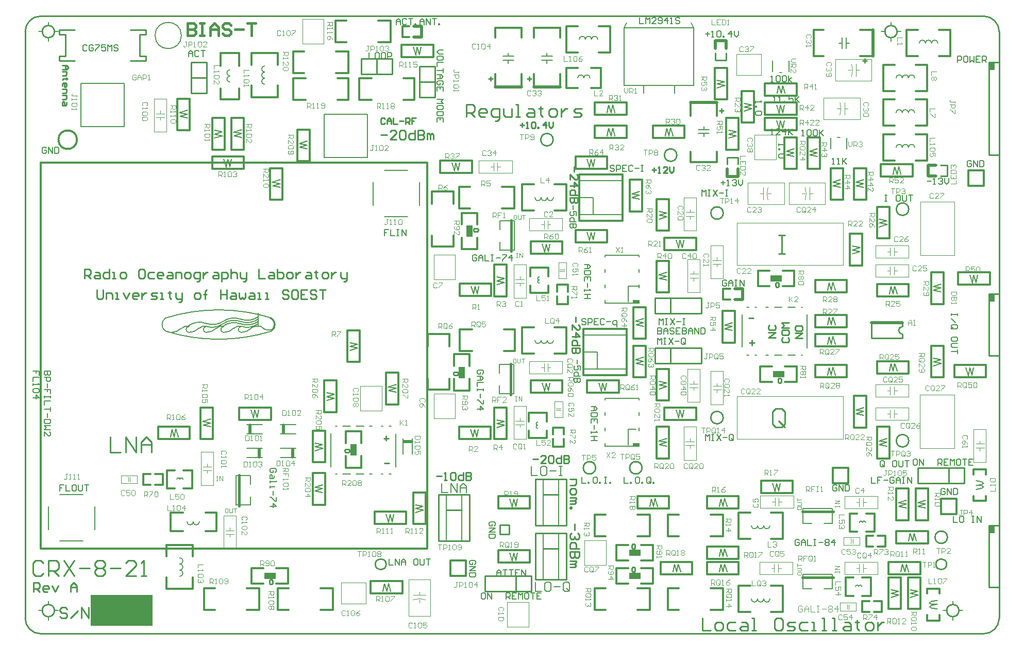
<source format=gto>
G04 Layer_Color=65535*
%FSLAX44Y44*%
%MOMM*%
G71*
G01*
G75*
%ADD10C,0.2500*%
%ADD40R,1.0160X1.2700*%
%ADD55C,0.5080*%
%ADD56C,0.4064*%
%ADD57C,0.3048*%
%ADD59C,0.2540*%
%ADD108C,0.2032*%
%ADD109C,0.1200*%
%ADD110C,0.1270*%
%ADD111C,0.1000*%
%ADD112C,0.1524*%
%ADD113C,0.3810*%
%ADD114R,10.1600X5.0800*%
%ADD115R,1.9050X1.0160*%
%ADD116R,1.0160X1.9050*%
%ADD117R,1.0160X0.5080*%
D10*
X1432400Y990600D02*
G03*
X1432400Y990600I-10000J0D01*
G01*
X48100D02*
G03*
X48100Y990600I-10000J0D01*
G01*
Y38100D02*
G03*
X48100Y38100I-10000J0D01*
G01*
X1534000D02*
G03*
X1534000Y38100I-10000J0D01*
G01*
D40*
X1587500Y171450D02*
D03*
Y552450D02*
D03*
X1587500Y933450D02*
D03*
D55*
X1151890Y962660D02*
Y975360D01*
X1134110Y962660D02*
Y975360D01*
X1151890D01*
X1178560Y549910D02*
Y567690D01*
X1165860Y549910D02*
X1178560D01*
X1165860Y567690D02*
X1178560D01*
X1093470Y873760D02*
X1136650D01*
X1153160Y751840D02*
Y764540D01*
X1170940Y751840D02*
Y764540D01*
X1153160Y751840D02*
X1170940D01*
X772160Y899160D02*
X815340D01*
X835660D02*
X878840D01*
X638810Y999490D02*
X651510D01*
X638810Y981710D02*
X651510D01*
Y999490D01*
X424180Y330200D02*
Y342900D01*
X439420Y290830D02*
Y303530D01*
X384810Y290830D02*
Y303530D01*
X369570Y330200D02*
Y342900D01*
X1393190Y949960D02*
Y993140D01*
X1483360Y753110D02*
Y770890D01*
X1496060D01*
X1483360Y753110D02*
X1496060D01*
X1390650Y511810D02*
X1441450D01*
X622300Y316230D02*
X635000D01*
D56*
X1276650Y92760D02*
X1327450D01*
X798760Y629600D02*
Y680400D01*
X797760Y393600D02*
Y444400D01*
X351140Y210600D02*
Y261400D01*
X1276600Y200760D02*
X1327400D01*
D57*
X85090Y812800D02*
G03*
X85090Y812800I-15240J0D01*
G01*
X1532890Y594360D02*
X1584960D01*
X1532890Y574040D02*
X1584960D01*
X1576070Y594360D02*
X1584960D01*
X1532890Y574040D02*
Y594360D01*
X1584960Y574040D02*
Y594360D01*
X1399540Y554990D02*
Y575310D01*
X1451610Y554990D02*
Y575310D01*
X1399540Y554990D02*
X1408430D01*
X1399540Y575310D02*
X1451610D01*
X1399540Y554990D02*
X1451610D01*
X1405890Y751840D02*
X1457960D01*
X1405890Y772160D02*
X1457960D01*
X1405890Y751840D02*
X1414780D01*
X1457960D02*
Y772160D01*
X1405890Y751840D02*
Y772160D01*
X1578610Y421640D02*
Y441960D01*
X1526540Y421640D02*
Y441960D01*
X1569720D02*
X1578610D01*
X1526540Y421640D02*
X1578610D01*
X1526540Y441960D02*
X1578610D01*
X1488440Y421640D02*
Y473710D01*
X1508760Y421640D02*
Y473710D01*
X1488440Y464820D02*
Y473710D01*
Y421640D02*
X1508760D01*
X1488440Y473710D02*
X1508760D01*
X1530350Y196850D02*
Y222250D01*
X1504950Y196850D02*
Y222250D01*
X1530350D01*
X1504950Y196850D02*
X1530350D01*
X1463040Y186690D02*
X1483360D01*
X1463040Y238760D02*
X1483360D01*
Y186690D02*
Y195580D01*
X1463040Y186690D02*
Y238760D01*
X1483360Y186690D02*
Y238760D01*
X1451610Y186690D02*
Y238760D01*
X1431290Y186690D02*
Y238760D01*
X1451610Y186690D02*
Y195580D01*
X1431290Y238760D02*
X1451610D01*
X1431290Y186690D02*
X1451610D01*
X1418590Y97790D02*
Y118110D01*
X1470660Y97790D02*
Y118110D01*
X1418590Y97790D02*
X1427480D01*
X1418590Y118110D02*
X1470660D01*
X1418590Y97790D02*
X1470660D01*
X1431290Y148590D02*
X1483360D01*
X1431290Y168910D02*
X1483360D01*
X1431290Y148590D02*
X1440180D01*
X1483360D02*
Y168910D01*
X1431290Y148590D02*
Y168910D01*
X1399540Y427990D02*
Y448310D01*
X1451610Y427990D02*
Y448310D01*
X1399540Y427990D02*
X1408430D01*
X1399540Y448310D02*
X1451610D01*
X1399540Y427990D02*
X1451610D01*
X1482090Y73660D02*
X1502410D01*
X1482090Y21590D02*
X1502410D01*
Y66040D02*
Y73660D01*
X1482090Y66040D02*
Y73660D01*
X1502410Y21590D02*
Y30480D01*
X1482090Y21590D02*
Y30480D01*
X1450340Y40640D02*
Y92710D01*
X1470660Y40640D02*
Y92710D01*
X1450340Y83820D02*
Y92710D01*
Y40640D02*
X1470660D01*
X1450340Y92710D02*
X1470660D01*
X1132840Y930910D02*
X1153160D01*
X1132840Y878840D02*
X1153160D01*
X1132840Y922020D02*
Y930910D01*
X1153160Y878840D02*
Y930910D01*
X1132840Y878840D02*
Y930910D01*
X1215390Y885190D02*
X1267460D01*
X1215390Y905510D02*
X1267460D01*
X1215390Y885190D02*
X1224280D01*
X1267460D02*
Y905510D01*
X1215390Y885190D02*
Y905510D01*
X1409700Y892810D02*
Y935990D01*
X1482090Y892810D02*
Y935990D01*
X1409700D02*
X1428750D01*
X1409700Y892810D02*
X1428750D01*
X1463040D02*
X1482090D01*
X1463040Y935990D02*
X1482090D01*
X1145540Y478790D02*
X1165860D01*
X1145540Y530860D02*
X1165860D01*
Y478790D02*
Y487680D01*
X1145540Y478790D02*
Y530860D01*
X1165860Y478790D02*
Y530860D01*
X1146810Y549910D02*
Y567690D01*
X1158240D01*
X1146810Y549910D02*
X1158240D01*
X1031240Y815340D02*
X1083310D01*
X1031240Y835660D02*
X1083310D01*
X1031240Y815340D02*
X1040130D01*
X1083310D02*
Y835660D01*
X1031240Y815340D02*
Y835660D01*
X1093470Y775970D02*
X1136650D01*
Y852170D02*
Y873760D01*
X1093470Y852170D02*
Y873760D01*
Y775970D02*
Y792480D01*
X1136650Y775970D02*
Y792480D01*
X1409700Y835660D02*
Y878840D01*
X1482090Y835660D02*
Y878840D01*
X1409700D02*
X1428750D01*
X1409700Y835660D02*
X1428750D01*
X1463040D02*
X1482090D01*
X1463040Y878840D02*
X1482090D01*
X1409700Y778510D02*
Y821690D01*
X1482090Y778510D02*
Y821690D01*
X1409700D02*
X1428750D01*
X1409700Y778510D02*
X1428750D01*
X1463040D02*
X1482090D01*
X1463040Y821690D02*
X1482090D01*
X1399540Y702310D02*
X1419860D01*
X1399540Y650240D02*
X1419860D01*
X1399540Y693420D02*
Y702310D01*
X1419860Y650240D02*
Y702310D01*
X1399540Y650240D02*
Y702310D01*
X1355090Y605790D02*
Y657860D01*
X1375410Y605790D02*
Y657860D01*
X1355090Y648970D02*
Y657860D01*
Y605790D02*
X1375410D01*
X1355090Y657860D02*
X1375410D01*
X1297940Y561340D02*
Y581660D01*
X1350010Y561340D02*
Y581660D01*
X1297940Y561340D02*
X1306830D01*
X1297940Y581660D02*
X1350010D01*
X1297940Y561340D02*
X1350010D01*
X1297940Y504190D02*
X1350010D01*
X1297940Y524510D02*
X1350010D01*
X1297940Y504190D02*
X1306830D01*
X1350010D02*
Y524510D01*
X1297940Y504190D02*
Y524510D01*
Y472440D02*
Y492760D01*
X1350010Y472440D02*
Y492760D01*
X1297940Y472440D02*
X1306830D01*
X1297940Y492760D02*
X1350010D01*
X1297940Y472440D02*
X1350010D01*
X1381760Y713740D02*
Y765810D01*
X1361440Y713740D02*
Y765810D01*
X1381760Y713740D02*
Y722630D01*
X1361440Y765810D02*
X1381760D01*
X1361440Y713740D02*
X1381760D01*
X1323340D02*
X1343660D01*
X1323340Y765810D02*
X1343660D01*
Y713740D02*
Y722630D01*
X1323340Y713740D02*
Y765810D01*
X1343660Y713740D02*
Y765810D01*
X1305560Y764540D02*
Y816610D01*
X1285240Y764540D02*
Y816610D01*
X1305560Y764540D02*
Y773430D01*
X1285240Y816610D02*
X1305560D01*
X1285240Y764540D02*
X1305560D01*
X1247140D02*
X1267460D01*
X1247140Y816610D02*
X1267460D01*
Y764540D02*
Y773430D01*
X1247140Y764540D02*
Y816610D01*
X1267460Y764540D02*
Y816610D01*
X1215390Y848360D02*
X1267460D01*
X1215390Y828040D02*
X1267460D01*
X1258570Y848360D02*
X1267460D01*
X1215390Y828040D02*
Y848360D01*
X1267460Y828040D02*
Y848360D01*
Y853440D02*
Y873760D01*
X1215390Y853440D02*
Y873760D01*
X1258570D02*
X1267460D01*
X1215390Y853440D02*
X1267460D01*
X1215390Y873760D02*
X1267460D01*
X1177290Y840740D02*
Y892810D01*
X1197610Y840740D02*
Y892810D01*
X1177290Y883920D02*
Y892810D01*
Y840740D02*
X1197610D01*
X1177290Y892810D02*
X1197610D01*
X1151890Y848360D02*
X1172210D01*
X1151890Y796290D02*
X1172210D01*
X1151890Y839470D02*
Y848360D01*
X1172210Y796290D02*
Y848360D01*
X1151890Y796290D02*
Y848360D01*
X1037590Y662940D02*
Y715010D01*
X1057910Y662940D02*
Y715010D01*
X1037590Y706120D02*
Y715010D01*
Y662940D02*
X1057910D01*
X1037590Y715010D02*
X1057910D01*
X1102360Y631190D02*
Y651510D01*
X1050290Y631190D02*
Y651510D01*
X1093470D02*
X1102360D01*
X1050290Y631190D02*
X1102360D01*
X1050290Y651510D02*
X1102360D01*
X1057910Y561340D02*
Y613410D01*
X1037590Y561340D02*
Y613410D01*
X1057910Y561340D02*
Y570230D01*
X1037590Y613410D02*
X1057910D01*
X1037590Y561340D02*
X1057910D01*
X1005840Y205740D02*
Y226060D01*
X1057910Y205740D02*
Y226060D01*
X1005840Y205740D02*
X1014730D01*
X1005840Y226060D02*
X1057910D01*
X1005840Y205740D02*
X1057910D01*
X1352550Y247650D02*
Y273050D01*
X1327150Y247650D02*
Y273050D01*
X1352550D01*
X1327150Y247650D02*
X1352550D01*
X1389380Y62470D02*
Y92470D01*
X1348360Y62470D02*
Y92470D01*
X1375360D02*
X1389380D01*
X1375360Y62470D02*
X1389380D01*
X1348360D02*
X1360360D01*
X1348360Y92470D02*
X1360360D01*
X1244600Y156210D02*
Y199390D01*
X1172210Y156210D02*
Y199390D01*
X1225550Y156210D02*
X1244600D01*
X1225550Y199390D02*
X1244600D01*
X1172210D02*
X1191260D01*
X1172210Y156210D02*
X1191260D01*
X1209040Y251460D02*
X1261110D01*
X1209040Y231140D02*
X1261110D01*
X1252220Y251460D02*
X1261110D01*
X1209040Y231140D02*
Y251460D01*
X1261110Y231140D02*
Y251460D01*
X1120140Y205740D02*
Y226060D01*
X1172210Y205740D02*
Y226060D01*
X1120140Y205740D02*
X1129030D01*
X1120140Y226060D02*
X1172210D01*
X1120140Y205740D02*
X1172210D01*
X1120140Y123190D02*
X1172210D01*
X1120140Y143510D02*
X1172210D01*
X1120140Y123190D02*
X1129030D01*
X1172210D02*
Y143510D01*
X1120140Y123190D02*
Y143510D01*
Y97790D02*
Y118110D01*
X1172210Y97790D02*
Y118110D01*
X1120140Y97790D02*
X1129030D01*
X1120140Y118110D02*
X1172210D01*
X1120140Y97790D02*
X1172210D01*
X1043940D02*
X1096010D01*
X1043940Y118110D02*
X1096010D01*
X1043940Y97790D02*
X1052830D01*
X1096010D02*
Y118110D01*
X1043940Y97790D02*
Y118110D01*
X1207770Y414020D02*
Y439420D01*
X1267460Y414020D02*
Y439420D01*
X1207770Y414020D02*
X1226820D01*
X1207770Y439420D02*
X1226820D01*
X1248410D02*
X1267460D01*
X1248410Y414020D02*
X1267460D01*
X1297940Y421640D02*
Y441960D01*
X1350010Y421640D02*
Y441960D01*
X1297940Y421640D02*
X1306830D01*
X1297940Y441960D02*
X1350010D01*
X1297940Y421640D02*
X1350010D01*
X1381760Y339090D02*
Y391160D01*
X1361440Y339090D02*
Y391160D01*
X1381760Y339090D02*
Y347980D01*
X1361440Y391160D02*
X1381760D01*
X1361440Y339090D02*
X1381760D01*
X1399540Y288290D02*
X1419860D01*
X1399540Y340360D02*
X1419860D01*
Y288290D02*
Y297180D01*
X1399540Y288290D02*
Y340360D01*
X1419860Y288290D02*
Y340360D01*
X1037590Y383540D02*
Y435610D01*
X1057910Y383540D02*
Y435610D01*
X1037590Y426720D02*
Y435610D01*
Y383540D02*
X1057910D01*
X1037590Y435610D02*
X1057910D01*
X1102360Y351790D02*
Y372110D01*
X1050290Y351790D02*
Y372110D01*
X1093470D02*
X1102360D01*
X1050290Y351790D02*
X1102360D01*
X1050290Y372110D02*
X1102360D01*
X1057910Y288290D02*
Y340360D01*
X1037590Y288290D02*
Y340360D01*
X1057910Y288290D02*
Y297180D01*
X1037590Y340360D02*
X1057910D01*
X1037590Y288290D02*
X1057910D01*
X1244600Y35560D02*
Y78740D01*
X1172210Y35560D02*
Y78740D01*
X1225550Y35560D02*
X1244600D01*
X1225550Y78740D02*
X1244600D01*
X1172210D02*
X1191260D01*
X1172210Y35560D02*
X1191260D01*
X1418590Y92710D02*
X1438910D01*
X1418590Y40640D02*
X1438910D01*
X1418590Y83820D02*
Y92710D01*
X1438910Y40640D02*
Y92710D01*
X1418590Y40640D02*
Y92710D01*
X1407160Y35560D02*
Y53340D01*
X1375410Y35560D02*
Y53340D01*
X1394460D02*
X1407160D01*
X1394460Y35560D02*
X1407160D01*
X1375410D02*
X1386840D01*
X1375410Y53340D02*
X1386840D01*
X1126490Y39370D02*
X1146810Y39382D01*
Y74930D01*
X1056128Y39382D02*
Y74942D01*
X1126490Y74930D02*
X1146810D01*
X1056128Y39382D02*
X1073908D01*
X1056128Y74942D02*
X1073908D01*
X772160Y980440D02*
Y996950D01*
X815340Y980440D02*
Y996950D01*
Y899160D02*
Y920750D01*
X772160Y899160D02*
Y920750D01*
Y996950D02*
X815340D01*
X889000Y956310D02*
Y999490D01*
X961390Y956310D02*
Y999490D01*
X889000D02*
X908050D01*
X889000Y956310D02*
X908050D01*
X942340D02*
X961390D01*
X942340Y999490D02*
X961390D01*
X835660Y996950D02*
X878840D01*
X835660Y899160D02*
Y920750D01*
X878840Y899160D02*
Y920750D01*
Y980440D02*
Y996950D01*
X835660Y980440D02*
Y996950D01*
X1013460Y694690D02*
Y746760D01*
X993140Y694690D02*
Y746760D01*
X1013460Y694690D02*
Y703580D01*
X993140Y746760D02*
X1013460D01*
X993140Y694690D02*
X1013460D01*
X935990Y815340D02*
Y835660D01*
X988060Y815340D02*
Y835660D01*
X935990Y815340D02*
X944880D01*
X935990Y835660D02*
X988060D01*
X935990Y815340D02*
X988060D01*
X935990Y853440D02*
X988060D01*
X935990Y873760D02*
X988060D01*
X935990Y853440D02*
X944880D01*
X988060D02*
Y873760D01*
X935990Y853440D02*
Y873760D01*
X999490Y485140D02*
X1019810D01*
X999490Y537210D02*
X1019810D01*
Y485140D02*
Y494030D01*
X999490Y485140D02*
Y537210D01*
X1019810Y485140D02*
Y537210D01*
X713548Y576036D02*
X765618D01*
X713548Y555717D02*
X765618D01*
X756728Y576036D02*
X765618D01*
X713548Y555717D02*
Y576036D01*
X765618Y555717D02*
Y576036D01*
X734060Y758190D02*
Y778510D01*
X681990Y758190D02*
Y778510D01*
X725170D02*
X734060D01*
X681990Y758190D02*
X734060D01*
X681990Y778510D02*
X734060D01*
X783590Y699770D02*
X803910Y699782D01*
Y735330D01*
X713228Y699782D02*
Y735342D01*
X783590Y735330D02*
X803910D01*
X713228Y699782D02*
X731008D01*
X713228Y735342D02*
X731008D01*
X742950Y673100D02*
Y692150D01*
X717550Y673100D02*
Y692150D01*
Y632460D02*
Y651510D01*
X742950Y632460D02*
Y651510D01*
X717550Y692150D02*
X742950D01*
X717550Y632460D02*
X742950D01*
X703568Y727710D02*
X703580Y707390D01*
X668020D02*
Y727710D01*
X703568Y637028D02*
Y654808D01*
X668008Y637028D02*
Y654808D01*
X668020Y727710D02*
X703568D01*
X668008Y637028D02*
X703568D01*
X904240Y784860D02*
X956310D01*
X904240Y764540D02*
X956310D01*
X947420Y784860D02*
X956310D01*
X904240Y764540D02*
Y784860D01*
X956310Y764540D02*
Y784860D01*
X889000Y695960D02*
Y739140D01*
X816610Y695960D02*
Y739140D01*
X869950Y695960D02*
X889000D01*
X869950Y739140D02*
X889000D01*
X816610D02*
X835660D01*
X816610Y695960D02*
X835660D01*
X956310Y643890D02*
Y664210D01*
X904240Y643890D02*
Y664210D01*
X947420D02*
X956310D01*
X904240Y643890D02*
X956310D01*
X904240Y664210D02*
X956310D01*
X891540Y542290D02*
Y554990D01*
X873760Y542290D02*
Y554990D01*
Y562610D02*
Y574040D01*
X891540Y562610D02*
Y574040D01*
X873760Y542290D02*
X891540D01*
X873760Y574040D02*
X891540D01*
X829550Y587960D02*
Y601980D01*
X859550Y587960D02*
Y601980D01*
Y560960D02*
Y572960D01*
X829550Y560960D02*
Y572960D01*
Y601980D02*
X859550D01*
X829550Y560960D02*
X859550D01*
X830580Y645160D02*
X882650D01*
X830580Y624840D02*
X882650D01*
X873760Y645160D02*
X882650D01*
X830580Y624840D02*
Y645160D01*
X882650Y624840D02*
Y645160D01*
X770890Y607060D02*
X791210D01*
X770890Y554990D02*
X791210D01*
X770890Y598170D02*
Y607060D01*
X791210Y554990D02*
Y607060D01*
X770890Y554990D02*
Y607060D01*
X713740Y500368D02*
X734060Y500380D01*
X713740Y464820D02*
Y500368D01*
X804422Y464808D02*
Y500368D01*
X713740Y464820D02*
X734060D01*
X786642Y500368D02*
X804422D01*
X786642Y464808D02*
X804422D01*
X889000Y461010D02*
Y504190D01*
X816610Y461010D02*
Y504190D01*
X869950Y461010D02*
X889000D01*
X869950Y504190D02*
X889000D01*
X816610D02*
X835660D01*
X816610Y461010D02*
X835660D01*
X1031240Y82550D02*
Y107950D01*
X971550Y82550D02*
Y107950D01*
X1012190D02*
X1031240D01*
X1012190Y82550D02*
X1031240D01*
X971550D02*
X990600D01*
X971550Y107950D02*
X990600D01*
X971550Y146050D02*
X990600D01*
X971550Y120650D02*
X990600D01*
X1012190D02*
X1031240D01*
X1012190Y146050D02*
X1031240D01*
X971550Y120650D02*
Y146050D01*
X1031240Y120650D02*
Y146050D01*
X1005840Y160020D02*
X1026160Y160032D01*
Y195580D01*
X935478Y160032D02*
Y195592D01*
X1005840Y195580D02*
X1026160D01*
X935478Y160032D02*
X953258D01*
X935478Y195592D02*
X953258D01*
X916940Y501650D02*
X988060D01*
X916940Y425450D02*
X988060D01*
X916940D02*
Y501650D01*
X988060Y425450D02*
Y501650D01*
X923290Y416560D02*
X975360D01*
X923290Y396240D02*
X975360D01*
X966470Y416560D02*
X975360D01*
X923290Y396240D02*
Y416560D01*
X975360Y396240D02*
Y416560D01*
X999490Y421640D02*
X1019810D01*
X999490Y473710D02*
X1019810D01*
Y421640D02*
Y430530D01*
X999490Y421640D02*
Y473710D01*
X1019810Y421640D02*
Y473710D01*
X637540Y180340D02*
Y232410D01*
X657860Y180340D02*
Y232410D01*
X637540Y223520D02*
Y232410D01*
Y180340D02*
X657860D01*
X637540Y232410D02*
X657860D01*
X829310Y205740D02*
Y226060D01*
X777240Y205740D02*
Y226060D01*
X820420D02*
X829310D01*
X777240Y205740D02*
X829310D01*
X777240Y226060D02*
X829310D01*
X777240Y137160D02*
X829310D01*
X777240Y116840D02*
X829310D01*
X820420Y137160D02*
X829310D01*
X777240Y116840D02*
Y137160D01*
X829310Y116840D02*
Y137160D01*
X698500Y95250D02*
X723900D01*
X698500Y120650D02*
X723900D01*
X698500Y95250D02*
Y120650D01*
X723900Y95250D02*
Y120650D01*
X697218Y492760D02*
X697230Y472440D01*
X661670D02*
Y492760D01*
X697218Y402078D02*
Y419858D01*
X661658Y402078D02*
Y419858D01*
X661670Y492760D02*
X697218D01*
X661658Y402078D02*
X697218D01*
X704850Y459740D02*
X730250D01*
X704850Y400050D02*
X730250D01*
X704850Y440690D02*
Y459740D01*
X730250Y440690D02*
Y459740D01*
Y400050D02*
Y419100D01*
X704850Y400050D02*
Y419100D01*
X882650Y396240D02*
Y416560D01*
X830580Y396240D02*
Y416560D01*
X873760D02*
X882650D01*
X830580Y396240D02*
X882650D01*
X830580Y416560D02*
X882650D01*
X885190Y307340D02*
Y320040D01*
X867410Y307340D02*
Y320040D01*
Y327660D02*
Y339090D01*
X885190Y327660D02*
Y339090D01*
X867410Y307340D02*
X885190D01*
X867410Y339090D02*
X885190D01*
X827010Y349200D02*
Y363220D01*
X857010Y349200D02*
Y363220D01*
Y322200D02*
Y334200D01*
X827010Y322200D02*
Y334200D01*
Y363220D02*
X857010D01*
X827010Y322200D02*
X857010D01*
X770890Y320040D02*
Y372110D01*
X791210Y320040D02*
Y372110D01*
X770890Y363220D02*
Y372110D01*
Y320040D02*
X791210D01*
X770890Y372110D02*
X791210D01*
X764994Y320167D02*
Y340487D01*
X712924Y320167D02*
Y340487D01*
X756104D02*
X764994D01*
X712924Y320167D02*
X764994D01*
X712924Y340487D02*
X764994D01*
X1005840Y39370D02*
X1026160Y39382D01*
Y74930D01*
X935478Y39382D02*
Y74942D01*
X1005840Y74930D02*
X1026160D01*
X935478Y39382D02*
X953258D01*
X935478Y74942D02*
X953258D01*
X270510Y828040D02*
Y880110D01*
X250190Y828040D02*
Y880110D01*
X270510Y828040D02*
Y836930D01*
X250190Y880110D02*
X270510D01*
X250190Y828040D02*
X270510D01*
X580390Y972820D02*
X600710Y972832D01*
Y1008380D01*
X510028Y972832D02*
Y1008392D01*
X580390Y1008380D02*
X600710D01*
X510028Y972832D02*
X527808D01*
X510028Y1008392D02*
X527808D01*
X510540Y922020D02*
X530860Y922032D01*
Y957580D01*
X440178Y922032D02*
Y957592D01*
X510540Y957580D02*
X530860D01*
X440178Y922032D02*
X457958D01*
X440178Y957592D02*
X457958D01*
X372110Y882650D02*
Y901700D01*
X415290Y882650D02*
Y901700D01*
Y935990D02*
Y955040D01*
X372110Y935990D02*
Y955040D01*
Y882650D02*
X415290D01*
X372110Y955040D02*
X415290D01*
X440657Y914028D02*
X460977Y914040D01*
X440657Y878480D02*
Y914028D01*
X531339Y878468D02*
Y914028D01*
X440657Y878480D02*
X460977D01*
X513559Y914028D02*
X531339D01*
X513559Y878468D02*
X531339D01*
X548785Y913873D02*
X569105Y913885D01*
X548785Y878325D02*
Y913873D01*
X639467Y878313D02*
Y913873D01*
X548785Y878325D02*
X569105D01*
X621687Y913873D02*
X639467D01*
X621687Y878313D02*
X639467D01*
X670560Y948690D02*
Y969010D01*
X618490Y948690D02*
Y969010D01*
X661670D02*
X670560D01*
X618490Y948690D02*
X670560D01*
X618490Y969010D02*
X670560D01*
X619760Y981710D02*
X631190D01*
X619760Y999490D02*
X631190D01*
X619760Y981710D02*
Y999490D01*
X359410Y796290D02*
Y848360D01*
X339090Y796290D02*
Y848360D01*
X359410Y796290D02*
Y805180D01*
X339090Y848360D02*
X359410D01*
X339090Y796290D02*
X359410D01*
X307340Y848360D02*
X327660D01*
X307340Y796290D02*
X327660D01*
X307340Y839470D02*
Y848360D01*
X327660Y796290D02*
Y848360D01*
X307340Y796290D02*
Y848360D01*
Y784860D02*
X359410D01*
X307340Y764540D02*
X359410D01*
X350520Y784860D02*
X359410D01*
X307340Y764540D02*
Y784860D01*
X359410Y764540D02*
Y784860D01*
X402590Y713740D02*
X422910D01*
X402590Y765810D02*
X422910D01*
Y713740D02*
Y722630D01*
X402590Y713740D02*
Y765810D01*
X422910Y713740D02*
Y765810D01*
X467360Y777240D02*
Y829310D01*
X447040Y777240D02*
Y829310D01*
X467360Y777240D02*
Y786130D01*
X447040Y829310D02*
X467360D01*
X447040Y777240D02*
X467360D01*
X233300Y269000D02*
X245300D01*
X233300Y239000D02*
X245300D01*
X260300D02*
X274320D01*
X260300Y269000D02*
X274320D01*
X233300Y239000D02*
Y269000D01*
X274320Y239000D02*
Y269000D01*
X626110Y180340D02*
Y200660D01*
X574040Y180340D02*
Y200660D01*
X617220D02*
X626110D01*
X574040Y180340D02*
X626110D01*
X574040Y200660D02*
X626110D01*
X567690Y66040D02*
X619760D01*
X567690Y86360D02*
X619760D01*
X567690Y66040D02*
X576580D01*
X619760D02*
Y86360D01*
X567690Y66040D02*
Y86360D01*
X412750Y82550D02*
X431800D01*
X412750Y107950D02*
X431800D01*
X372110D02*
X391160D01*
X372110Y82550D02*
X391160D01*
X431800D02*
Y107950D01*
X372110Y82550D02*
Y107950D01*
X232410Y73660D02*
X275590D01*
X232410Y146050D02*
X275590D01*
Y73660D02*
Y92710D01*
X232410Y73660D02*
Y92710D01*
Y127000D02*
Y146050D01*
X275590Y127000D02*
Y146050D01*
X296422Y199378D02*
X314202D01*
X238760D02*
X259592D01*
X238760Y168898D02*
X259592D01*
X296422D02*
X314202D01*
X238760D02*
Y199378D01*
X314202Y168898D02*
Y199378D01*
X218440Y320040D02*
Y340360D01*
X270510Y320040D02*
Y340360D01*
X218440Y320040D02*
X227330D01*
X218440Y340360D02*
X270510D01*
X218440Y320040D02*
X270510D01*
X308610D02*
Y372110D01*
X288290Y320040D02*
Y372110D01*
X308610Y320040D02*
Y328930D01*
X288290Y372110D02*
X308610D01*
X288290Y320040D02*
X308610D01*
X491490Y416560D02*
X511810D01*
X491490Y364490D02*
X511810D01*
X491490Y407670D02*
Y416560D01*
X511810Y364490D02*
Y416560D01*
X491490Y364490D02*
Y416560D01*
X529590Y447040D02*
Y499110D01*
X549910Y447040D02*
Y499110D01*
X529590Y490220D02*
Y499110D01*
Y447040D02*
X549910D01*
X529590Y499110D02*
X549910D01*
X593090Y377190D02*
X613410D01*
X593090Y429260D02*
X613410D01*
Y377190D02*
Y386080D01*
X593090Y377190D02*
Y429260D01*
X613410Y377190D02*
Y429260D01*
X526390Y332740D02*
X551790D01*
X526390Y273050D02*
X551790D01*
X526390Y313690D02*
Y332740D01*
X551790Y313690D02*
Y332740D01*
Y273050D02*
Y292100D01*
X526390Y273050D02*
Y292100D01*
X492760Y212090D02*
Y264160D01*
X472440Y212090D02*
Y264160D01*
X492760Y212090D02*
Y220980D01*
X472440Y264160D02*
X492760D01*
X472440Y212090D02*
X492760D01*
X472440Y334010D02*
X492760D01*
X472440Y281940D02*
X492760D01*
X472440Y325120D02*
Y334010D01*
X492760Y281940D02*
Y334010D01*
X472440Y281940D02*
Y334010D01*
X351790Y372110D02*
X403860D01*
X351790Y351790D02*
X403860D01*
X394970Y372110D02*
X403860D01*
X351790Y351790D02*
Y372110D01*
X403860Y351790D02*
Y372110D01*
X485140Y39370D02*
X505460Y39382D01*
Y74930D01*
X414778Y39382D02*
Y74942D01*
X485140Y74930D02*
X505460D01*
X414778Y39382D02*
X432558D01*
X414778Y74942D02*
X432558D01*
X294128D02*
X311908D01*
X294128Y39382D02*
X311908D01*
X364490Y74930D02*
X384810D01*
X294128Y39382D02*
Y74942D01*
X384810Y39382D02*
Y74930D01*
X364490Y39370D02*
X384810Y39382D01*
X194310Y262890D02*
X205740D01*
X194310Y245110D02*
X205740D01*
X213360D02*
X226060D01*
X213360Y262890D02*
X226060D01*
X194310Y245110D02*
Y262890D01*
X226060Y245110D02*
Y262890D01*
X25400Y139700D02*
X660400D01*
X25400Y774700D02*
X660400D01*
X25400Y139700D02*
Y774700D01*
X660400Y139700D02*
Y774700D01*
X1295400Y949960D02*
X1311910D01*
X1295400Y993140D02*
X1311910D01*
X1371600D02*
X1393190D01*
X1371600Y949960D02*
X1393190D01*
X1295400D02*
Y993140D01*
X1395730Y167880D02*
Y197880D01*
X1354710Y167880D02*
Y197880D01*
X1381710D02*
X1395730D01*
X1381710Y167880D02*
X1395730D01*
X1354710D02*
X1366710D01*
X1354710Y197880D02*
X1366710D01*
X1578610Y261620D02*
Y270510D01*
X1558290Y261620D02*
Y270510D01*
X1578610Y218440D02*
Y226060D01*
X1558290Y218440D02*
Y226060D01*
Y270510D02*
X1578610D01*
X1558290Y218440D02*
X1578610D01*
X889000Y897890D02*
Y930910D01*
X946150Y897890D02*
Y930910D01*
X889000Y897890D02*
X908050D01*
X889000Y930910D02*
X908050D01*
X929640Y897890D02*
X946150D01*
X929640Y930910D02*
X946150D01*
X321298Y879598D02*
Y897378D01*
Y934208D02*
Y955040D01*
X351778Y934208D02*
Y955040D01*
Y879598D02*
Y897378D01*
X321298Y879598D02*
X351778D01*
X321298Y955040D02*
X351778D01*
X1447800Y949960D02*
Y993140D01*
X1520190Y949960D02*
Y993140D01*
X1447800D02*
X1466850D01*
X1447800Y949960D02*
X1466850D01*
X1501140D02*
X1520190D01*
X1501140Y993140D02*
X1520190D01*
X1413510Y143510D02*
Y161290D01*
X1381760Y143510D02*
Y161290D01*
X1400810D02*
X1413510D01*
X1400810Y143510D02*
X1413510D01*
X1381760D02*
X1393190D01*
X1381760Y161290D02*
X1393190D01*
X1488440Y542290D02*
X1508760D01*
X1488440Y594360D02*
X1508760D01*
Y542290D02*
Y551180D01*
X1488440Y542290D02*
Y594360D01*
X1508760Y542290D02*
Y594360D01*
X1126490Y160020D02*
X1146810Y160032D01*
Y195580D01*
X1056128Y160032D02*
Y195592D01*
X1126490Y195580D02*
X1146810D01*
X1056128Y160032D02*
X1073908D01*
X1056128Y195592D02*
X1073908D01*
X981710Y679450D02*
Y755650D01*
X910590Y679450D02*
Y755650D01*
Y679450D02*
X981710D01*
X910590Y755650D02*
X981710D01*
X1574800Y736600D02*
Y762000D01*
X1549400Y736600D02*
Y762000D01*
X1574800D01*
X1549400Y736600D02*
X1574800D01*
X1244600Y571500D02*
X1263650D01*
X1244600Y596900D02*
X1263650D01*
X1203960D02*
X1223010D01*
X1203960Y571500D02*
X1223010D01*
X1263650D02*
Y596900D01*
X1203960Y571500D02*
Y596900D01*
D59*
X0Y25400D02*
G03*
X25400Y0I25400J0D01*
G01*
X1574800D02*
G03*
X1600200Y25400I0J25400D01*
G01*
Y990600D02*
G03*
X1574800Y1016000I-25400J0D01*
G01*
X25400D02*
G03*
X0Y990600I0J-25400D01*
G01*
Y25400D02*
G03*
X25400Y0I25400J0D01*
G01*
X1513840Y114300D02*
G03*
X1513840Y114300I-8890J0D01*
G01*
X1451610Y317500D02*
G03*
X1451610Y317500I-10160J0D01*
G01*
X1070610Y787400D02*
G03*
X1070610Y787400I-10160J0D01*
G01*
X1146810Y692150D02*
G03*
X1146810Y692150I-10160J0D01*
G01*
Y355600D02*
G03*
X1146810Y355600I-10160J0D01*
G01*
X867410Y812800D02*
G03*
X867410Y812800I-10160J0D01*
G01*
X1013460Y273050D02*
G03*
X1013460Y273050I-10160J0D01*
G01*
X937260D02*
G03*
X937260Y273050I-10160J0D01*
G01*
X1441450Y505460D02*
G03*
X1441450Y492760I0J-6350D01*
G01*
X1451610Y698500D02*
G03*
X1451610Y698500I-10160J0D01*
G01*
X1515110Y158750D02*
G03*
X1515110Y158750I-10160J0D01*
G01*
X593090Y114300D02*
G03*
X593090Y114300I-8890J0D01*
G01*
X1530350Y1016000D02*
X1543050D01*
X25400Y0D02*
X1574800D01*
X25400Y1016000D02*
X1574800D01*
X1600200Y25400D02*
Y990600D01*
X0Y25400D02*
Y990600D01*
X1583690Y76200D02*
X1600200D01*
X1583690Y177800D02*
X1600200D01*
X1583690Y76200D02*
Y177800D01*
X1151890Y943610D02*
Y955040D01*
X1134110Y943610D02*
Y955040D01*
Y943610D02*
X1151890D01*
X1153160Y772160D02*
Y783590D01*
X1170940Y772160D02*
Y783590D01*
X1153160D02*
X1170940D01*
X1060450Y444500D02*
Y469900D01*
X1035050Y444500D02*
Y469900D01*
X1111250Y444500D02*
Y469900D01*
X1035050D02*
X1111250D01*
X1035050Y444500D02*
X1111250D01*
X889000Y88900D02*
Y165100D01*
X838200Y88900D02*
Y165100D01*
X889000D01*
X838200Y88900D02*
X889000D01*
X850900Y139700D02*
X876300D01*
X692150Y203200D02*
X717550D01*
X679450Y152400D02*
X730250D01*
X679450Y228600D02*
X730250D01*
X679450Y152400D02*
Y228600D01*
X730250Y152400D02*
Y228600D01*
X755650Y95250D02*
X831850D01*
X755650Y69850D02*
X831850D01*
X755650D02*
Y95250D01*
X831850Y69850D02*
Y95250D01*
X806450Y69850D02*
Y95250D01*
X273050Y889000D02*
Y939800D01*
X298450Y889000D02*
Y939800D01*
X273050Y889000D02*
X298450D01*
X273050Y939800D02*
X298450D01*
X273050Y914400D02*
X298450D01*
X552450Y920750D02*
X603250D01*
X552450Y946150D02*
X603250D01*
Y920750D02*
Y946150D01*
X552450Y920750D02*
Y946150D01*
X577850Y920750D02*
Y946150D01*
X1515110Y753110D02*
Y770890D01*
X1503680D02*
X1515110D01*
X1503680Y753110D02*
X1515110D01*
X55880Y942340D02*
X81280D01*
X55880Y949960D02*
X66040D01*
X55880Y993140D02*
X81280D01*
X55880Y985520D02*
X66040D01*
X172720Y993140D02*
X198120D01*
X187960Y985520D02*
X198120D01*
X172720Y942340D02*
X198120D01*
X187960Y949960D02*
X198120D01*
X55880Y942340D02*
Y949960D01*
Y985520D02*
Y993140D01*
X66040Y949960D02*
Y985520D01*
X198120D02*
Y993140D01*
Y942340D02*
Y949960D01*
X187960D02*
Y985520D01*
X647700Y882650D02*
Y933450D01*
X673100Y882650D02*
Y933450D01*
X647700Y908050D02*
X673100D01*
X647700Y882650D02*
X673100D01*
X647700Y933450D02*
X673100D01*
X1517650Y247650D02*
Y273050D01*
X1543050Y247650D02*
Y273050D01*
X1466850Y247650D02*
Y273050D01*
Y247650D02*
X1543050D01*
X1466850Y273050D02*
X1543050D01*
X1060450Y527050D02*
Y552450D01*
X1035050Y527050D02*
Y552450D01*
X1111250Y527050D02*
Y552450D01*
X1035050D02*
X1111250D01*
X1035050Y527050D02*
X1111250D01*
X1390650Y486410D02*
X1441450D01*
X1390650D02*
Y511810D01*
X1441450Y486410D02*
Y492760D01*
Y505460D02*
Y511810D01*
X889000Y177800D02*
Y254000D01*
X838200Y177800D02*
Y254000D01*
X889000D01*
X838200Y177800D02*
X889000D01*
X850900Y228600D02*
X876300D01*
X779780Y179070D02*
X795020D01*
X779780Y163830D02*
X795020D01*
Y179070D01*
X779780Y163830D02*
Y179070D01*
X1583690Y457200D02*
Y558800D01*
X1600200D01*
X1583690Y457200D02*
X1600200D01*
X1583690Y939800D02*
X1600200D01*
X1583690Y787400D02*
X1600200D01*
X1583690D02*
Y939800D01*
X60960Y934720D02*
X67731D01*
X71117Y931334D01*
X67731Y927949D01*
X60960D01*
X66038D01*
Y934720D01*
X60960Y924563D02*
X67731D01*
Y919485D01*
X66038Y917792D01*
X60960D01*
X69424Y912714D02*
X67731D01*
Y914407D01*
Y911021D01*
Y912714D01*
X62653D01*
X60960Y911021D01*
Y900864D02*
Y904250D01*
X62653Y905943D01*
X66038D01*
X67731Y904250D01*
Y900864D01*
X66038Y899172D01*
X64346D01*
Y905943D01*
X60960Y895786D02*
X67731D01*
Y890707D01*
X66038Y889015D01*
X60960D01*
Y885629D02*
X67731D01*
Y880551D01*
X66038Y878858D01*
X60960D01*
X67731Y873780D02*
Y870394D01*
X66038Y868701D01*
X60960D01*
Y873780D01*
X62653Y875472D01*
X64346Y873780D01*
Y868701D01*
X590971Y846664D02*
X589278Y848357D01*
X585893D01*
X584200Y846664D01*
Y839893D01*
X585893Y838200D01*
X589278D01*
X590971Y839893D01*
X594357Y838200D02*
Y844971D01*
X597742Y848357D01*
X601128Y844971D01*
Y838200D01*
Y843278D01*
X594357D01*
X604513Y848357D02*
Y838200D01*
X611285D01*
X614670Y843278D02*
X621441D01*
X624827Y838200D02*
Y848357D01*
X629905D01*
X631598Y846664D01*
Y843278D01*
X629905Y841586D01*
X624827D01*
X628213D02*
X631598Y838200D01*
X641755Y848357D02*
X634984D01*
Y843278D01*
X638369D01*
X634984D01*
Y838200D01*
X812800Y836928D02*
X819571D01*
X816186Y840314D02*
Y833543D01*
X822957Y831850D02*
X826342D01*
X824650D01*
Y842007D01*
X822957Y840314D01*
X831421D02*
X833113Y842007D01*
X836499D01*
X838192Y840314D01*
Y833543D01*
X836499Y831850D01*
X833113D01*
X831421Y833543D01*
Y840314D01*
X841577Y831850D02*
Y833543D01*
X843270D01*
Y831850D01*
X841577D01*
X855120D02*
Y842007D01*
X850041Y836928D01*
X856813D01*
X860198Y842007D02*
Y835236D01*
X863584Y831850D01*
X866969Y835236D01*
Y842007D01*
X1029970Y763268D02*
X1036741D01*
X1033356Y766654D02*
Y759883D01*
X1040127Y758190D02*
X1043512D01*
X1041820D01*
Y768347D01*
X1040127Y766654D01*
X1055362Y758190D02*
X1048591D01*
X1055362Y764961D01*
Y766654D01*
X1053669Y768347D01*
X1050283D01*
X1048591Y766654D01*
X1058747Y768347D02*
Y761576D01*
X1062133Y758190D01*
X1065518Y761576D01*
Y768347D01*
X29628Y116410D02*
X25396Y120642D01*
X16932D01*
X12700Y116410D01*
Y99482D01*
X16932Y95250D01*
X25396D01*
X29628Y99482D01*
X38092Y95250D02*
Y120642D01*
X50788D01*
X55020Y116410D01*
Y107946D01*
X50788Y103714D01*
X38092D01*
X46556D02*
X55020Y95250D01*
X63484Y120642D02*
X80411Y95250D01*
Y120642D02*
X63484Y95250D01*
X88875Y107946D02*
X105803D01*
X114267Y116410D02*
X118499Y120642D01*
X126963D01*
X131195Y116410D01*
Y112178D01*
X126963Y107946D01*
X131195Y103714D01*
Y99482D01*
X126963Y95250D01*
X118499D01*
X114267Y99482D01*
Y103714D01*
X118499Y107946D01*
X114267Y112178D01*
Y116410D01*
X118499Y107946D02*
X126963D01*
X139659D02*
X156587D01*
X181979Y95250D02*
X165051D01*
X181979Y112178D01*
Y116410D01*
X177747Y120642D01*
X169283D01*
X165051Y116410D01*
X190443Y95250D02*
X198906D01*
X194674D01*
Y120642D01*
X190443Y116410D01*
X69000Y40212D02*
X66037Y43174D01*
X60112D01*
X57150Y40212D01*
Y37250D01*
X60112Y34287D01*
X66037D01*
X69000Y31325D01*
Y28362D01*
X66037Y25400D01*
X60112D01*
X57150Y28362D01*
X74924Y25400D02*
X86774Y37250D01*
X92698Y25400D02*
Y43174D01*
X104548Y25400D01*
Y43174D01*
X834390Y287018D02*
X842854D01*
X855550Y280670D02*
X847086D01*
X855550Y289134D01*
Y291250D01*
X853434Y293366D01*
X849202D01*
X847086Y291250D01*
X859782D02*
X861898Y293366D01*
X866130D01*
X868246Y291250D01*
Y282786D01*
X866130Y280670D01*
X861898D01*
X859782Y282786D01*
Y291250D01*
X880942Y293366D02*
Y280670D01*
X874594D01*
X872478Y282786D01*
Y287018D01*
X874594Y289134D01*
X880942D01*
X885173Y293366D02*
Y280670D01*
X891522D01*
X893637Y282786D01*
Y284902D01*
X891522Y287018D01*
X885173D01*
X891522D01*
X893637Y289134D01*
Y291250D01*
X891522Y293366D01*
X885173D01*
X675640Y259078D02*
X684104D01*
X688336Y252730D02*
X692568D01*
X690452D01*
Y265426D01*
X688336Y263310D01*
X698916D02*
X701032Y265426D01*
X705264D01*
X707380Y263310D01*
Y254846D01*
X705264Y252730D01*
X701032D01*
X698916Y254846D01*
Y263310D01*
X720076Y265426D02*
Y252730D01*
X713728D01*
X711612Y254846D01*
Y259078D01*
X713728Y261194D01*
X720076D01*
X724308Y265426D02*
Y252730D01*
X730656D01*
X732772Y254846D01*
Y256962D01*
X730656Y259078D01*
X724308D01*
X730656D01*
X732772Y261194D01*
Y263310D01*
X730656Y265426D01*
X724308D01*
X118205Y566041D02*
Y553345D01*
X120744Y550806D01*
X125822D01*
X128362Y553345D01*
Y566041D01*
X133440Y550806D02*
Y560963D01*
X141058D01*
X143597Y558424D01*
Y550806D01*
X148675D02*
X153753D01*
X151214D01*
Y560963D01*
X148675D01*
X161371D02*
X166449Y550806D01*
X171528Y560963D01*
X184224Y550806D02*
X179145D01*
X176606Y553345D01*
Y558424D01*
X179145Y560963D01*
X184224D01*
X186763Y558424D01*
Y555884D01*
X176606D01*
X191841Y560963D02*
Y550806D01*
Y555884D01*
X194380Y558424D01*
X196919Y560963D01*
X199459D01*
X207076Y550806D02*
X214694D01*
X217233Y553345D01*
X214694Y555884D01*
X209615D01*
X207076Y558424D01*
X209615Y560963D01*
X217233D01*
X222311Y550806D02*
X227390D01*
X224851D01*
Y560963D01*
X222311D01*
X237546Y563502D02*
Y560963D01*
X235007D01*
X240086D01*
X237546D01*
Y553345D01*
X240086Y550806D01*
X247703Y560963D02*
Y553345D01*
X250242Y550806D01*
X257860D01*
Y548267D01*
X255321Y545728D01*
X252781D01*
X257860Y550806D02*
Y560963D01*
X280712Y550806D02*
X285791D01*
X288330Y553345D01*
Y558424D01*
X285791Y560963D01*
X280712D01*
X278173Y558424D01*
Y553345D01*
X280712Y550806D01*
X295947D02*
Y563502D01*
Y558424D01*
X293408D01*
X298487D01*
X295947D01*
Y563502D01*
X298487Y566041D01*
X321339D02*
Y550806D01*
Y558424D01*
X331496D01*
Y566041D01*
Y550806D01*
X339114Y560963D02*
X344192D01*
X346731Y558424D01*
Y550806D01*
X339114D01*
X336574Y553345D01*
X339114Y555884D01*
X346731D01*
X351809Y560963D02*
Y553345D01*
X354348Y550806D01*
X356888Y553345D01*
X359427Y550806D01*
X361966Y553345D01*
Y560963D01*
X369584D02*
X374662D01*
X377201Y558424D01*
Y550806D01*
X369584D01*
X367044Y553345D01*
X369584Y555884D01*
X377201D01*
X382280Y550806D02*
X387358D01*
X384819D01*
Y560963D01*
X382280D01*
X394975Y550806D02*
X400054D01*
X397515D01*
Y560963D01*
X394975D01*
X433063Y563502D02*
X430524Y566041D01*
X425446D01*
X422906Y563502D01*
Y560963D01*
X425446Y558424D01*
X430524D01*
X433063Y555884D01*
Y553345D01*
X430524Y550806D01*
X425446D01*
X422906Y553345D01*
X445759Y566041D02*
X440681D01*
X438141Y563502D01*
Y553345D01*
X440681Y550806D01*
X445759D01*
X448298Y553345D01*
Y563502D01*
X445759Y566041D01*
X463533D02*
X453377D01*
Y550806D01*
X463533D01*
X453377Y558424D02*
X458455D01*
X478768Y563502D02*
X476229Y566041D01*
X471151D01*
X468612Y563502D01*
Y560963D01*
X471151Y558424D01*
X476229D01*
X478768Y555884D01*
Y553345D01*
X476229Y550806D01*
X471151D01*
X468612Y553345D01*
X483847Y566041D02*
X494003D01*
X488925D01*
Y550806D01*
X97137Y584267D02*
Y599502D01*
X104754D01*
X107294Y596963D01*
Y591885D01*
X104754Y589345D01*
X97137D01*
X102215D02*
X107294Y584267D01*
X114911Y594424D02*
X119990D01*
X122529Y591885D01*
Y584267D01*
X114911D01*
X112372Y586806D01*
X114911Y589345D01*
X122529D01*
X137764Y599502D02*
Y584267D01*
X130146D01*
X127607Y586806D01*
Y591885D01*
X130146Y594424D01*
X137764D01*
X142842Y584267D02*
X147921D01*
X145381D01*
Y594424D01*
X142842D01*
X158077Y584267D02*
X163156D01*
X165695Y586806D01*
Y591885D01*
X163156Y594424D01*
X158077D01*
X155538Y591885D01*
Y586806D01*
X158077Y584267D01*
X193626Y599502D02*
X188547D01*
X186008Y596963D01*
Y586806D01*
X188547Y584267D01*
X193626D01*
X196165Y586806D01*
Y596963D01*
X193626Y599502D01*
X211400Y594424D02*
X203782D01*
X201243Y591885D01*
Y586806D01*
X203782Y584267D01*
X211400D01*
X224096D02*
X219018D01*
X216478Y586806D01*
Y591885D01*
X219018Y594424D01*
X224096D01*
X226635Y591885D01*
Y589345D01*
X216478D01*
X234253Y594424D02*
X239331D01*
X241870Y591885D01*
Y584267D01*
X234253D01*
X231713Y586806D01*
X234253Y589345D01*
X241870D01*
X246949Y584267D02*
Y594424D01*
X254566D01*
X257105Y591885D01*
Y584267D01*
X264723D02*
X269801D01*
X272340Y586806D01*
Y591885D01*
X269801Y594424D01*
X264723D01*
X262183Y591885D01*
Y586806D01*
X264723Y584267D01*
X282497Y579189D02*
X285036D01*
X287575Y581728D01*
Y594424D01*
X279958D01*
X277419Y591885D01*
Y586806D01*
X279958Y584267D01*
X287575D01*
X292654Y594424D02*
Y584267D01*
Y589345D01*
X295193Y591885D01*
X297732Y594424D01*
X300271D01*
X310428D02*
X315506D01*
X318046Y591885D01*
Y584267D01*
X310428D01*
X307889Y586806D01*
X310428Y589345D01*
X318046D01*
X323124Y579189D02*
Y594424D01*
X330741D01*
X333280Y591885D01*
Y586806D01*
X330741Y584267D01*
X323124D01*
X338359Y599502D02*
Y584267D01*
Y591885D01*
X340898Y594424D01*
X345976D01*
X348516Y591885D01*
Y584267D01*
X353594Y594424D02*
Y586806D01*
X356133Y584267D01*
X363751D01*
Y581728D01*
X361212Y579189D01*
X358672D01*
X363751Y584267D02*
Y594424D01*
X384064Y599502D02*
Y584267D01*
X394221D01*
X401838Y594424D02*
X406917D01*
X409456Y591885D01*
Y584267D01*
X401838D01*
X399299Y586806D01*
X401838Y589345D01*
X409456D01*
X414534Y599502D02*
Y584267D01*
X422152D01*
X424691Y586806D01*
Y589345D01*
Y591885D01*
X422152Y594424D01*
X414534D01*
X432309Y584267D02*
X437387D01*
X439926Y586806D01*
Y591885D01*
X437387Y594424D01*
X432309D01*
X429769Y591885D01*
Y586806D01*
X432309Y584267D01*
X445004Y594424D02*
Y584267D01*
Y589345D01*
X447544Y591885D01*
X450083Y594424D01*
X452622D01*
X462779D02*
X467857D01*
X470396Y591885D01*
Y584267D01*
X462779D01*
X460239Y586806D01*
X462779Y589345D01*
X470396D01*
X478014Y596963D02*
Y594424D01*
X475475D01*
X480553D01*
X478014D01*
Y586806D01*
X480553Y584267D01*
X490710D02*
X495788D01*
X498327Y586806D01*
Y591885D01*
X495788Y594424D01*
X490710D01*
X488170Y591885D01*
Y586806D01*
X490710Y584267D01*
X503405Y594424D02*
Y584267D01*
Y589345D01*
X505945Y591885D01*
X508484Y594424D01*
X511023D01*
X518641D02*
Y586806D01*
X521180Y584267D01*
X528797D01*
Y581728D01*
X526258Y579189D01*
X523719D01*
X528797Y584267D02*
Y594424D01*
X1112520Y25393D02*
Y5080D01*
X1126062D01*
X1136219D02*
X1142990D01*
X1146376Y8466D01*
Y15237D01*
X1142990Y18622D01*
X1136219D01*
X1132833Y15237D01*
Y8466D01*
X1136219Y5080D01*
X1166689Y18622D02*
X1156532D01*
X1153147Y15237D01*
Y8466D01*
X1156532Y5080D01*
X1166689D01*
X1176846Y18622D02*
X1183617D01*
X1187003Y15237D01*
Y5080D01*
X1176846D01*
X1173460Y8466D01*
X1176846Y11851D01*
X1187003D01*
X1193774Y5080D02*
X1200545D01*
X1197159D01*
Y25393D01*
X1193774D01*
X1241172D02*
X1234400D01*
X1231015Y22008D01*
Y8466D01*
X1234400Y5080D01*
X1241172D01*
X1244557Y8466D01*
Y22008D01*
X1241172Y25393D01*
X1251328Y5080D02*
X1261485D01*
X1264871Y8466D01*
X1261485Y11851D01*
X1254714D01*
X1251328Y15237D01*
X1254714Y18622D01*
X1264871D01*
X1285184D02*
X1275027D01*
X1271642Y15237D01*
Y8466D01*
X1275027Y5080D01*
X1285184D01*
X1291955D02*
X1298726D01*
X1295341D01*
Y18622D01*
X1291955D01*
X1308883Y5080D02*
X1315654D01*
X1312269D01*
Y25393D01*
X1308883D01*
X1325811Y5080D02*
X1332582D01*
X1329196D01*
Y25393D01*
X1325811D01*
X1346124Y18622D02*
X1352896D01*
X1356281Y15237D01*
Y5080D01*
X1346124D01*
X1342739Y8466D01*
X1346124Y11851D01*
X1356281D01*
X1366438Y22008D02*
Y18622D01*
X1363052D01*
X1369823D01*
X1366438D01*
Y8466D01*
X1369823Y5080D01*
X1383366D02*
X1390137D01*
X1393522Y8466D01*
Y15237D01*
X1390137Y18622D01*
X1383366D01*
X1379980Y15237D01*
Y8466D01*
X1383366Y5080D01*
X1400293Y18622D02*
Y5080D01*
Y11851D01*
X1403679Y15237D01*
X1407065Y18622D01*
X1410450D01*
X139700Y323842D02*
Y298450D01*
X156628D01*
X165092D02*
Y323842D01*
X182020Y298450D01*
Y323842D01*
X190484Y298450D02*
Y315378D01*
X198948Y323842D01*
X207411Y315378D01*
Y298450D01*
Y311146D01*
X190484D01*
X584200Y820417D02*
X594357D01*
X609592Y812800D02*
X599435D01*
X609592Y822957D01*
Y825496D01*
X607053Y828035D01*
X601974D01*
X599435Y825496D01*
X614670D02*
X617209Y828035D01*
X622288D01*
X624827Y825496D01*
Y815339D01*
X622288Y812800D01*
X617209D01*
X614670Y815339D01*
Y825496D01*
X640062Y828035D02*
Y812800D01*
X632444D01*
X629905Y815339D01*
Y820417D01*
X632444Y822957D01*
X640062D01*
X645140Y828035D02*
Y812800D01*
X652758D01*
X655297Y815339D01*
Y817878D01*
X652758Y820417D01*
X645140D01*
X652758D01*
X655297Y822957D01*
Y825496D01*
X652758Y828035D01*
X645140D01*
X660375Y812800D02*
Y822957D01*
X662915D01*
X665454Y820417D01*
Y812800D01*
Y820417D01*
X667993Y822957D01*
X670532Y820417D01*
Y812800D01*
X1248473Y344546D02*
Y364860D01*
X1243395Y369938D01*
X1233238D01*
X1228160Y364860D01*
Y344546D01*
X1233238Y339468D01*
X1243395D01*
X1238316Y349625D02*
X1248473Y339468D01*
X1243395D02*
X1248473Y344546D01*
X1238376Y655411D02*
X1248533D01*
X1243455D01*
Y624941D01*
X1238376D01*
X1248533D01*
X725000Y850000D02*
Y870313D01*
X735157D01*
X738542Y866928D01*
Y860157D01*
X735157Y856771D01*
X725000D01*
X731771D02*
X738542Y850000D01*
X755470D02*
X748699D01*
X745313Y853386D01*
Y860157D01*
X748699Y863542D01*
X755470D01*
X758856Y860157D01*
Y856771D01*
X745313D01*
X772398Y843229D02*
X775784D01*
X779169Y846614D01*
Y863542D01*
X769012D01*
X765627Y860157D01*
Y853386D01*
X769012Y850000D01*
X779169D01*
X785940Y863542D02*
Y853386D01*
X789326Y850000D01*
X799483D01*
Y863542D01*
X806254Y850000D02*
X813025D01*
X809639D01*
Y870313D01*
X806254D01*
X826567Y863542D02*
X833338D01*
X836724Y860157D01*
Y850000D01*
X826567D01*
X823182Y853386D01*
X826567Y856771D01*
X836724D01*
X846880Y866928D02*
Y863542D01*
X843495D01*
X850266D01*
X846880D01*
Y853386D01*
X850266Y850000D01*
X863808D02*
X870580D01*
X873965Y853386D01*
Y860157D01*
X870580Y863542D01*
X863808D01*
X860423Y860157D01*
Y853386D01*
X863808Y850000D01*
X880736Y863542D02*
Y850000D01*
Y856771D01*
X884122Y860157D01*
X887507Y863542D01*
X890893D01*
X901050Y850000D02*
X911206D01*
X914592Y853386D01*
X911206Y856771D01*
X904435D01*
X901050Y860157D01*
X904435Y863542D01*
X914592D01*
X895350Y254000D02*
X905507D01*
Y246383D01*
X902968Y243843D01*
X895350D01*
Y236226D02*
Y231147D01*
X897889Y228608D01*
X902968D01*
X905507Y231147D01*
Y236226D01*
X902968Y238765D01*
X897889D01*
X895350Y236226D01*
Y223530D02*
X905507D01*
Y220991D01*
X902968Y218451D01*
X895350D01*
X902968D01*
X905507Y215912D01*
X902968Y213373D01*
X895350D01*
Y208295D02*
X897889D01*
Y205756D01*
X895350D01*
Y208295D01*
X902968Y180364D02*
Y170207D01*
X908046Y165129D02*
X910585Y162590D01*
Y157511D01*
X908046Y154972D01*
X905507D01*
X902968Y157511D01*
Y160050D01*
Y157511D01*
X900428Y154972D01*
X897889D01*
X895350Y157511D01*
Y162590D01*
X897889Y165129D01*
X910585Y139737D02*
X895350D01*
Y147354D01*
X897889Y149894D01*
X902968D01*
X905507Y147354D01*
Y139737D01*
X910585Y134659D02*
X895350D01*
Y127041D01*
X897889Y124502D01*
X900428D01*
X902968Y127041D01*
Y134659D01*
Y127041D01*
X905507Y124502D01*
X908046D01*
X910585Y127041D01*
Y134659D01*
X895350Y119424D02*
X905507D01*
Y116884D01*
X902968Y114345D01*
X895350D01*
X902968D01*
X905507Y111806D01*
X902968Y109267D01*
X895350D01*
X901698Y768350D02*
Y759886D01*
X895350Y747190D02*
Y755654D01*
X903814Y747190D01*
X905930D01*
X908046Y749306D01*
Y753538D01*
X905930Y755654D01*
X895350Y736610D02*
X908046D01*
X901698Y742958D01*
Y734494D01*
X908046Y721798D02*
X895350D01*
Y728146D01*
X897466Y730262D01*
X901698D01*
X903814Y728146D01*
Y721798D01*
X908046Y717567D02*
X895350D01*
Y711218D01*
X897466Y709102D01*
X899582D01*
X901698Y711218D01*
Y717567D01*
Y711218D01*
X903814Y709102D01*
X905930D01*
X908046Y711218D01*
Y717567D01*
X904607Y520700D02*
Y512236D01*
X898260Y499540D02*
Y508004D01*
X906723Y499540D01*
X908839D01*
X910955Y501656D01*
Y505888D01*
X908839Y508004D01*
X898260Y488960D02*
X910955D01*
X904607Y495308D01*
Y486844D01*
X910955Y474148D02*
X898260D01*
Y480496D01*
X900376Y482612D01*
X904607D01*
X906723Y480496D01*
Y474148D01*
X910955Y469916D02*
X898260D01*
Y463568D01*
X900376Y461452D01*
X902492D01*
X904607Y463568D01*
Y469916D01*
Y463568D01*
X906723Y461452D01*
X908839D01*
X910955Y463568D01*
Y469916D01*
X14104Y68720D02*
Y83955D01*
X21722D01*
X24261Y81416D01*
Y76337D01*
X21722Y73798D01*
X14104D01*
X19182D02*
X24261Y68720D01*
X36957D02*
X31878D01*
X29339Y71259D01*
Y76337D01*
X31878Y78876D01*
X36957D01*
X39496Y76337D01*
Y73798D01*
X29339D01*
X44574Y78876D02*
X49653Y68720D01*
X54731Y78876D01*
X75044Y68720D02*
Y78876D01*
X80123Y83955D01*
X85201Y78876D01*
Y68720D01*
Y76337D01*
X75044D01*
X1144268Y863600D02*
Y856829D01*
X1147654Y860214D02*
X1140883D01*
X1242060Y414022D02*
X1240790Y412752D01*
X1238251D01*
X1236982Y414022D01*
Y419100D01*
X1238251Y420370D01*
X1240790D01*
X1242060Y419100D01*
Y414022D01*
X764542Y909320D02*
Y916091D01*
X761156Y912706D02*
X767927D01*
X828042Y909320D02*
Y916091D01*
X824656Y912706D02*
X831427D01*
X742948Y666750D02*
X744218Y665480D01*
Y662941D01*
X742948Y661672D01*
X737870D01*
X736600Y662941D01*
Y665480D01*
X737870Y666750D01*
X742948D01*
X996950Y107948D02*
X998220Y109218D01*
X1000759D01*
X1002028Y107948D01*
Y102870D01*
X1000759Y101600D01*
X998220D01*
X996950Y102870D01*
Y107948D01*
Y146048D02*
X998220Y147317D01*
X1000759D01*
X1002028Y146048D01*
Y140970D01*
X1000759Y139700D01*
X998220D01*
X996950Y140970D01*
Y146048D01*
X704852Y425450D02*
X703583Y426720D01*
Y429259D01*
X704852Y430528D01*
X709930D01*
X711200Y429259D01*
Y426720D01*
X709930Y425450D01*
X704852D01*
X406400Y82552D02*
X405130Y81283D01*
X402591D01*
X401322Y82552D01*
Y87630D01*
X402591Y88900D01*
X405130D01*
X406400Y87630D01*
Y82552D01*
X598090Y280552D02*
X590093D01*
X597090Y321552D02*
X589093D01*
X593091Y317553D02*
Y325551D01*
X526392Y298450D02*
X525122Y299720D01*
Y302259D01*
X526392Y303528D01*
X531470D01*
X532740Y302259D01*
Y299720D01*
X531470Y298450D01*
X526392D01*
X1383030Y942342D02*
X1376259D01*
X1379644Y938956D02*
Y945727D01*
X1189800Y478548D02*
X1197797D01*
X1193799Y482547D02*
Y474549D01*
X1188800Y519548D02*
X1196797D01*
X1276800Y486550D02*
X1264804D01*
X1276800Y494547D01*
X1264804D01*
Y504544D02*
Y500546D01*
X1266803Y498546D01*
X1274801D01*
X1276800Y500546D01*
Y504544D01*
X1274801Y506544D01*
X1266803D01*
X1264804Y504544D01*
X1244803Y487547D02*
X1242804Y485548D01*
Y481549D01*
X1244803Y479550D01*
X1252801D01*
X1254800Y481549D01*
Y485548D01*
X1252801Y487547D01*
X1242804Y497544D02*
Y493545D01*
X1244803Y491546D01*
X1252801D01*
X1254800Y493545D01*
Y497544D01*
X1252801Y499543D01*
X1244803D01*
X1242804Y497544D01*
X1254800Y503542D02*
X1242804D01*
X1246803Y507541D01*
X1242804Y511540D01*
X1254800D01*
X1232800Y487550D02*
X1220804D01*
X1232800Y495547D01*
X1220804D01*
X1222803Y507543D02*
X1220804Y505544D01*
Y501545D01*
X1222803Y499546D01*
X1230801D01*
X1232800Y501545D01*
Y505544D01*
X1230801Y507543D01*
X1238250Y571502D02*
X1236980Y570233D01*
X1234441D01*
X1233172Y571502D01*
Y576580D01*
X1234441Y577850D01*
X1236980D01*
X1238250Y576580D01*
Y571502D01*
D108*
X1440942Y914400D02*
G03*
X1430782Y914400I-5080J0D01*
G01*
X1461262D02*
G03*
X1451102Y914400I-5080J0D01*
G01*
D02*
G03*
X1440942Y914400I-5080J0D01*
G01*
Y857250D02*
G03*
X1430782Y857250I-5080J0D01*
G01*
X1461262D02*
G03*
X1451102Y857250I-5080J0D01*
G01*
D02*
G03*
X1440942Y857250I-5080J0D01*
G01*
Y800100D02*
G03*
X1430782Y800100I-5080J0D01*
G01*
X1461262D02*
G03*
X1451102Y800100I-5080J0D01*
G01*
D02*
G03*
X1440942Y800100I-5080J0D01*
G01*
X1374394Y77470D02*
G03*
X1369314Y77470I-2540J0D01*
G01*
D02*
G03*
X1364234Y77470I-2540J0D01*
G01*
X1213358Y177800D02*
G03*
X1223518Y177800I5080J0D01*
G01*
X1193038D02*
G03*
X1203198Y177800I5080J0D01*
G01*
D02*
G03*
X1213358Y177800I5080J0D01*
G01*
Y57150D02*
G03*
X1223518Y57150I5080J0D01*
G01*
X1193038D02*
G03*
X1203198Y57150I5080J0D01*
G01*
D02*
G03*
X1213358Y57150I5080J0D01*
G01*
X920242Y977900D02*
G03*
X910082Y977900I-5080J0D01*
G01*
X940562D02*
G03*
X930402Y977900I-5080J0D01*
G01*
D02*
G03*
X920242Y977900I-5080J0D01*
G01*
X857758Y717550D02*
G03*
X867918Y717550I5080J0D01*
G01*
X837438D02*
G03*
X847598Y717550I5080J0D01*
G01*
D02*
G03*
X857758Y717550I5080J0D01*
G01*
X844550Y586994D02*
G03*
X844550Y581914I0J-2540D01*
G01*
D02*
G03*
X844550Y576834I0J-2540D01*
G01*
X857758Y482600D02*
G03*
X867918Y482600I5080J0D01*
G01*
X837438D02*
G03*
X847598Y482600I5080J0D01*
G01*
D02*
G03*
X857758Y482600I5080J0D01*
G01*
X842010Y348234D02*
G03*
X842010Y343154I0J-2540D01*
G01*
D02*
G03*
X842010Y338074I0J-2540D01*
G01*
X393700Y913892D02*
G03*
X393700Y903732I0J-5080D01*
G01*
Y934212D02*
G03*
X393700Y924052I0J-5080D01*
G01*
D02*
G03*
X393700Y913892I0J-5080D01*
G01*
X254254Y254000D02*
G03*
X249174Y254000I-2540J0D01*
G01*
X259334D02*
G03*
X254254Y254000I-2540J0D01*
G01*
X254000Y104648D02*
G03*
X254000Y114808I0J5080D01*
G01*
Y94488D02*
G03*
X254000Y104648I0J5080D01*
G01*
Y114808D02*
G03*
X254000Y124968I0J5080D01*
G01*
X265938Y184150D02*
G03*
X276098Y184150I5080J0D01*
G01*
D02*
G03*
X286258Y184150I5080J0D01*
G01*
X230762Y497848D02*
G03*
X404702Y497848I86970J277522D01*
G01*
X230183Y519073D02*
G03*
X230183Y498267I7284J-10403D01*
G01*
X405280D02*
G03*
X405280Y519073I-7284J10403D01*
G01*
X404702Y519492D02*
G03*
X230762Y519492I-86970J-277522D01*
G01*
X1380744Y182880D02*
G03*
X1375664Y182880I-2540J0D01*
G01*
D02*
G03*
X1370584Y182880I-2540J0D01*
G01*
X927862Y914400D02*
G03*
X917702Y914400I-5080J0D01*
G01*
D02*
G03*
X907542Y914400I-5080J0D01*
G01*
X336550Y917702D02*
G03*
X336550Y907542I0J-5080D01*
G01*
Y927862D02*
G03*
X336550Y917702I0J-5080D01*
G01*
X1479042Y971550D02*
G03*
X1468882Y971550I-5080J0D01*
G01*
X1499362D02*
G03*
X1489202Y971550I-5080J0D01*
G01*
D02*
G03*
X1479042Y971550I-5080J0D01*
G01*
X256540Y984250D02*
G03*
X256540Y984250I-21590J0D01*
G01*
X990600Y336550D02*
X1003300D01*
X990600Y571500D02*
X1009650D01*
X1524000Y1016000D02*
X1549400D01*
X990600Y311150D02*
Y336550D01*
Y546100D02*
Y571500D01*
X1551940Y590550D02*
X1556004Y577342D01*
X1558290Y590550D01*
X1562100Y577850D01*
X1564640Y590550D01*
X1419860Y558800D02*
X1422400Y571500D01*
X1426210Y558800D01*
X1428496Y572008D01*
X1432560Y558800D01*
X1434846Y768858D02*
X1438910Y755650D01*
X1432560D02*
X1434846Y768858D01*
X1428750Y768350D02*
X1432560Y755650D01*
X1426210D02*
X1428750Y768350D01*
X1555750Y425450D02*
X1558290Y438150D01*
X1551940D02*
X1555750Y425450D01*
X1549654Y424942D02*
X1551940Y438150D01*
X1545590D02*
X1549654Y424942D01*
X1492250Y440690D02*
X1505458Y444754D01*
X1492250Y447040D02*
X1505458Y444754D01*
X1492250Y447040D02*
X1504950Y450850D01*
X1492250Y453390D02*
X1504950Y450850D01*
X1466850Y209550D02*
X1479550Y207010D01*
X1466850Y209550D02*
X1479550Y213360D01*
X1466342Y215646D02*
X1479550Y213360D01*
X1466342Y215646D02*
X1479550Y219710D01*
X1434592Y215646D02*
X1447800Y219710D01*
X1434592Y215646D02*
X1447800Y213360D01*
X1435100Y209550D02*
X1447800Y213360D01*
X1435100Y209550D02*
X1447800Y207010D01*
X1438910Y101600D02*
X1441450Y114300D01*
X1445260Y101600D01*
X1447546Y114808D01*
X1451610Y101600D01*
X1460246Y165608D02*
X1464310Y152400D01*
X1457960D02*
X1460246Y165608D01*
X1454150Y165100D02*
X1457960Y152400D01*
X1451610D02*
X1454150Y165100D01*
X1419860Y431800D02*
X1422400Y444500D01*
X1426210Y431800D01*
X1428496Y445008D01*
X1432560Y431800D01*
X1489710Y48260D02*
X1498600D01*
X1489710Y53340D02*
X1498600Y54610D01*
X1485392Y50546D02*
X1489710Y53340D01*
X1485392Y50546D02*
X1489710Y48260D01*
X1485900Y44450D02*
X1489710Y46990D01*
X1498600Y48260D01*
X1485900Y44450D02*
X1489710Y41910D01*
X1498600Y40640D01*
X1454150Y59690D02*
X1467358Y63754D01*
X1454150Y66040D02*
X1467358Y63754D01*
X1454150Y66040D02*
X1466850Y69850D01*
X1454150Y72390D02*
X1466850Y69850D01*
X1136650Y910590D02*
X1149350Y908050D01*
X1136650Y904240D02*
X1149350Y908050D01*
X1136650Y904240D02*
X1149858Y901954D01*
X1136650Y897890D02*
X1149858Y901954D01*
X1244346Y902208D02*
X1248410Y889000D01*
X1242060D02*
X1244346Y902208D01*
X1238250Y901700D02*
X1242060Y889000D01*
X1235710D02*
X1238250Y901700D01*
X1422400Y1001600D02*
Y1006600D01*
Y974600D02*
Y979600D01*
X1406400Y990600D02*
X1411400D01*
X1433400D02*
X1438400D01*
X1149350Y501650D02*
X1162050Y499110D01*
X1149350Y501650D02*
X1162050Y505460D01*
X1148842Y507746D02*
X1162050Y505460D01*
X1148842Y507746D02*
X1162050Y511810D01*
X1060196Y832358D02*
X1064260Y819150D01*
X1057910D02*
X1060196Y832358D01*
X1054100Y831850D02*
X1057910Y819150D01*
X1051560D02*
X1054100Y831850D01*
X1106170Y829310D02*
X1123950D01*
X1106170Y822960D02*
X1123950D01*
X1115060Y829310D02*
Y834390D01*
Y817880D02*
Y822960D01*
X1403350Y681990D02*
X1416050Y679450D01*
X1403350Y675640D02*
X1416050Y679450D01*
X1403350Y675640D02*
X1416558Y673354D01*
X1403350Y669290D02*
X1416558Y673354D01*
X1358900Y624840D02*
X1372108Y628904D01*
X1358900Y631190D02*
X1372108Y628904D01*
X1358900Y631190D02*
X1371600Y635000D01*
X1358900Y637540D02*
X1371600Y635000D01*
X1318260Y565150D02*
X1320800Y577850D01*
X1324610Y565150D01*
X1326896Y578358D01*
X1330960Y565150D01*
X1326896Y521208D02*
X1330960Y508000D01*
X1324610D02*
X1326896Y521208D01*
X1320800Y520700D02*
X1324610Y508000D01*
X1318260D02*
X1320800Y520700D01*
X1318260Y476250D02*
X1320800Y488950D01*
X1324610Y476250D01*
X1326896Y489458D01*
X1330960Y476250D01*
X1364742Y742696D02*
X1377950Y746760D01*
X1364742Y742696D02*
X1377950Y740410D01*
X1365250Y736600D02*
X1377950Y740410D01*
X1365250Y736600D02*
X1377950Y734060D01*
X1327150Y736600D02*
X1339850Y734060D01*
X1327150Y736600D02*
X1339850Y740410D01*
X1326642Y742696D02*
X1339850Y740410D01*
X1326642Y742696D02*
X1339850Y746760D01*
X1334770Y816610D02*
X1338580D01*
X1323340Y797560D02*
Y815340D01*
X1350010Y797560D02*
Y815340D01*
X1288542Y793496D02*
X1301750Y797560D01*
X1288542Y793496D02*
X1301750Y791210D01*
X1289050Y787400D02*
X1301750Y791210D01*
X1289050Y787400D02*
X1301750Y784860D01*
X1250950Y787400D02*
X1263650Y784860D01*
X1250950Y787400D02*
X1263650Y791210D01*
X1250442Y793496D02*
X1263650Y791210D01*
X1250442Y793496D02*
X1263650Y797560D01*
X1234440Y844550D02*
X1238504Y831342D01*
X1240790Y844550D01*
X1244600Y831850D01*
X1247140Y844550D01*
X1244600Y857250D02*
X1247140Y869950D01*
X1240790D02*
X1244600Y857250D01*
X1238504Y856742D02*
X1240790Y869950D01*
X1234440D02*
X1238504Y856742D01*
X1181100Y859790D02*
X1194308Y863854D01*
X1181100Y866140D02*
X1194308Y863854D01*
X1181100Y866140D02*
X1193800Y869950D01*
X1181100Y872490D02*
X1193800Y869950D01*
X1155700Y828040D02*
X1168400Y825500D01*
X1155700Y821690D02*
X1168400Y825500D01*
X1155700Y821690D02*
X1168908Y819404D01*
X1155700Y815340D02*
X1168908Y819404D01*
X1041400Y681990D02*
X1054608Y686054D01*
X1041400Y688340D02*
X1054608Y686054D01*
X1041400Y688340D02*
X1054100Y692150D01*
X1041400Y694690D02*
X1054100Y692150D01*
X1079500Y635000D02*
X1082040Y647700D01*
X1075690D02*
X1079500Y635000D01*
X1073404Y634492D02*
X1075690Y647700D01*
X1069340D02*
X1073404Y634492D01*
X1040892Y590296D02*
X1054100Y594360D01*
X1040892Y590296D02*
X1054100Y588010D01*
X1041400Y584200D02*
X1054100Y588010D01*
X1041400Y584200D02*
X1054100Y581660D01*
X1026160Y209550D02*
X1028700Y222250D01*
X1032510Y209550D01*
X1034796Y222758D01*
X1038860Y209550D01*
X1277920Y73710D02*
Y97840D01*
X1326180Y73710D02*
Y97840D01*
X1277920D02*
X1326180D01*
X1228090Y247650D02*
X1232154Y234442D01*
X1234440Y247650D01*
X1238250Y234950D01*
X1240790Y247650D01*
X1140460Y209550D02*
X1143000Y222250D01*
X1146810Y209550D01*
X1149096Y222758D01*
X1153160Y209550D01*
X1149096Y140208D02*
X1153160Y127000D01*
X1146810D02*
X1149096Y140208D01*
X1143000Y139700D02*
X1146810Y127000D01*
X1140460D02*
X1143000Y139700D01*
X1140460Y101600D02*
X1143000Y114300D01*
X1146810Y101600D01*
X1149096Y114808D01*
X1153160Y101600D01*
X1072896Y114808D02*
X1076960Y101600D01*
X1070610D02*
X1072896Y114808D01*
X1066800Y114300D02*
X1070610Y101600D01*
X1064260D02*
X1066800Y114300D01*
X1318260Y425450D02*
X1320800Y438150D01*
X1324610Y425450D01*
X1326896Y438658D01*
X1330960Y425450D01*
X1364742Y368046D02*
X1377950Y372110D01*
X1364742Y368046D02*
X1377950Y365760D01*
X1365250Y361950D02*
X1377950Y365760D01*
X1365250Y361950D02*
X1377950Y359410D01*
X1403350Y311150D02*
X1416050Y308610D01*
X1403350Y311150D02*
X1416050Y314960D01*
X1402842Y317246D02*
X1416050Y314960D01*
X1402842Y317246D02*
X1416050Y321310D01*
X1041400Y402590D02*
X1054608Y406654D01*
X1041400Y408940D02*
X1054608Y406654D01*
X1041400Y408940D02*
X1054100Y412750D01*
X1041400Y415290D02*
X1054100Y412750D01*
X1079500Y355600D02*
X1082040Y368300D01*
X1075690D02*
X1079500Y355600D01*
X1073404Y355092D02*
X1075690Y368300D01*
X1069340D02*
X1073404Y355092D01*
X1040892Y317246D02*
X1054100Y321310D01*
X1040892Y317246D02*
X1054100Y314960D01*
X1041400Y311150D02*
X1054100Y314960D01*
X1041400Y311150D02*
X1054100Y308610D01*
X1422400Y72390D02*
X1435100Y69850D01*
X1422400Y66040D02*
X1435100Y69850D01*
X1422400Y66040D02*
X1435608Y63754D01*
X1422400Y59690D02*
X1435608Y63754D01*
X793750Y949960D02*
Y955040D01*
Y938530D02*
Y943610D01*
X784860Y949960D02*
X802640D01*
X784860Y943610D02*
X802640D01*
X848360D02*
X866140D01*
X848360Y949960D02*
X866140D01*
X857250Y938530D02*
Y943610D01*
Y949960D02*
Y955040D01*
X996442Y723646D02*
X1009650Y727710D01*
X996442Y723646D02*
X1009650Y721360D01*
X996950Y717550D02*
X1009650Y721360D01*
X996950Y717550D02*
X1009650Y715010D01*
X956310Y819150D02*
X958850Y831850D01*
X962660Y819150D01*
X964946Y832358D01*
X969010Y819150D01*
X964946Y870458D02*
X969010Y857250D01*
X962660D02*
X964946Y870458D01*
X958850Y869950D02*
X962660Y857250D01*
X956310D02*
X958850Y869950D01*
X1003300Y508000D02*
X1016000Y505460D01*
X1003300Y508000D02*
X1016000Y511810D01*
X1002792Y514096D02*
X1016000Y511810D01*
X1002792Y514096D02*
X1016000Y518160D01*
X732598Y572226D02*
X736662Y559019D01*
X738948Y572226D01*
X742758Y559526D01*
X745298Y572226D01*
X711200Y762000D02*
X713740Y774700D01*
X707390D02*
X711200Y762000D01*
X705104Y761492D02*
X707390Y774700D01*
X701040D02*
X705104Y761492D01*
X923290Y781050D02*
X927354Y767842D01*
X929640Y781050D01*
X933450Y768350D01*
X935990Y781050D01*
X933450Y647700D02*
X935990Y660400D01*
X929640D02*
X933450Y647700D01*
X927354Y647192D02*
X929640Y660400D01*
X923290D02*
X927354Y647192D01*
X849630Y641350D02*
X853694Y628142D01*
X855980Y641350D01*
X859790Y628650D01*
X862330Y641350D01*
X803840Y630870D02*
Y679130D01*
X779710D02*
X803840D01*
X779710Y630870D02*
X803840D01*
X774700Y586740D02*
X787400Y584200D01*
X774700Y580390D02*
X787400Y584200D01*
X774700Y580390D02*
X787908Y578104D01*
X774700Y574040D02*
X787908Y578104D01*
X916940Y491490D02*
X988060D01*
X916940Y435610D02*
X988060D01*
X916940Y463550D02*
X939800D01*
Y435610D02*
Y463550D01*
X942340Y412750D02*
X946404Y399542D01*
X948690Y412750D01*
X952500Y400050D01*
X955040Y412750D01*
X952500Y334010D02*
Y339090D01*
Y359410D02*
Y364490D01*
Y384810D02*
Y387350D01*
X1008380Y384810D02*
Y387350D01*
Y359410D02*
Y364490D01*
Y334010D02*
Y339090D01*
Y308610D02*
Y313690D01*
X952500Y308610D02*
Y313690D01*
Y387350D02*
X1008380D01*
X952500Y308610D02*
X1008380D01*
X1003300Y444500D02*
X1016000Y441960D01*
X1003300Y444500D02*
X1016000Y448310D01*
X1002792Y450596D02*
X1016000Y448310D01*
X1002792Y450596D02*
X1016000Y454660D01*
X876300Y88900D02*
Y165100D01*
X850900Y88900D02*
Y165100D01*
X641350Y199390D02*
X654558Y203454D01*
X641350Y205740D02*
X654558Y203454D01*
X641350Y205740D02*
X654050Y209550D01*
X641350Y212090D02*
X654050Y209550D01*
X692150Y152400D02*
Y228600D01*
X717550Y152400D02*
Y228600D01*
X806450Y209550D02*
X808990Y222250D01*
X802640D02*
X806450Y209550D01*
X800354Y209042D02*
X802640Y222250D01*
X796290D02*
X800354Y209042D01*
X796290Y133350D02*
X800354Y120142D01*
X802640Y133350D01*
X806450Y120650D01*
X808990Y133350D01*
X859790Y400050D02*
X862330Y412750D01*
X855980D02*
X859790Y400050D01*
X853694Y399542D02*
X855980Y412750D01*
X849630D02*
X853694Y399542D01*
X802840Y394870D02*
Y443130D01*
X778710D02*
X802840D01*
X778710Y394870D02*
X802840D01*
X774700Y339090D02*
X787908Y343154D01*
X774700Y345440D02*
X787908Y343154D01*
X774700Y345440D02*
X787400Y349250D01*
X774700Y351790D02*
X787400Y349250D01*
X742134Y323977D02*
X744674Y336677D01*
X738324D02*
X742134Y323977D01*
X736038Y323469D02*
X738324Y336677D01*
X731974D02*
X736038Y323469D01*
X253492Y856996D02*
X266700Y861060D01*
X253492Y856996D02*
X266700Y854710D01*
X254000Y850900D02*
X266700Y854710D01*
X254000Y850900D02*
X266700Y848360D01*
X647700Y952500D02*
X650240Y965200D01*
X643890D02*
X647700Y952500D01*
X641604Y951992D02*
X643890Y965200D01*
X637540D02*
X641604Y951992D01*
X342392Y825246D02*
X355600Y829310D01*
X342392Y825246D02*
X355600Y822960D01*
X342900Y819150D02*
X355600Y822960D01*
X342900Y819150D02*
X355600Y816610D01*
X311150Y828040D02*
X323850Y825500D01*
X311150Y821690D02*
X323850Y825500D01*
X311150Y821690D02*
X324358Y819404D01*
X311150Y815340D02*
X324358Y819404D01*
X326390Y781050D02*
X330454Y767842D01*
X332740Y781050D01*
X336550Y768350D01*
X339090Y781050D01*
X406400Y736600D02*
X419100Y734060D01*
X406400Y736600D02*
X419100Y740410D01*
X405892Y742696D02*
X419100Y740410D01*
X405892Y742696D02*
X419100Y746760D01*
X450342Y806196D02*
X463550Y810260D01*
X450342Y806196D02*
X463550Y803910D01*
X450850Y800100D02*
X463550Y803910D01*
X450850Y800100D02*
X463550Y797560D01*
X491490Y783590D02*
Y854710D01*
X562610Y783590D02*
Y854710D01*
X491490D02*
X562610D01*
X491490Y783590D02*
X562610D01*
X603250Y184150D02*
X605790Y196850D01*
X599440D02*
X603250Y184150D01*
X597154Y183642D02*
X599440Y196850D01*
X593090D02*
X597154Y183642D01*
X596646Y83058D02*
X600710Y69850D01*
X594360D02*
X596646Y83058D01*
X590550Y82550D02*
X594360Y69850D01*
X588010D02*
X590550Y82550D01*
X238760Y323850D02*
X241300Y336550D01*
X245110Y323850D01*
X247396Y337058D01*
X251460Y323850D01*
X291592Y348996D02*
X304800Y353060D01*
X291592Y348996D02*
X304800Y346710D01*
X292100Y342900D02*
X304800Y346710D01*
X292100Y342900D02*
X304800Y340360D01*
X495300Y396240D02*
X508000Y393700D01*
X495300Y389890D02*
X508000Y393700D01*
X495300Y389890D02*
X508508Y387604D01*
X495300Y383540D02*
X508508Y387604D01*
X533400Y466090D02*
X546608Y470154D01*
X533400Y472440D02*
X546608Y470154D01*
X533400Y472440D02*
X546100Y476250D01*
X533400Y478790D02*
X546100Y476250D01*
X596900Y400050D02*
X609600Y397510D01*
X596900Y400050D02*
X609600Y403860D01*
X596392Y406146D02*
X609600Y403860D01*
X596392Y406146D02*
X609600Y410210D01*
X566090Y341550D02*
X570090D01*
X585090D02*
X588090D01*
X598090D02*
X601090D01*
X544090D02*
X556090D01*
X522090D02*
X534090D01*
X510090D02*
X512090D01*
X510090Y262550D02*
X512090D01*
X522090D02*
X534090D01*
X544090D02*
X556090D01*
X566090D02*
X570090D01*
X585090D02*
X588090D01*
X598090D02*
X601090D01*
X502090Y274550D02*
Y329550D01*
X609090Y274550D02*
Y328550D01*
X475742Y241046D02*
X488950Y245110D01*
X475742Y241046D02*
X488950Y238760D01*
X476250Y234950D02*
X488950Y238760D01*
X476250Y234950D02*
X488950Y232410D01*
X476250Y313690D02*
X488950Y311150D01*
X476250Y307340D02*
X488950Y311150D01*
X476250Y307340D02*
X489458Y305054D01*
X476250Y300990D02*
X489458Y305054D01*
X419100Y328930D02*
X444500D01*
X419100Y344170D02*
X444500D01*
X419100Y304800D02*
X444500D01*
X419100Y289560D02*
X444500D01*
X364490Y304800D02*
X389890D01*
X364490Y289560D02*
X389890D01*
X364490Y344170D02*
X389890D01*
X364490Y328930D02*
X389890D01*
X370840Y368300D02*
X374904Y355092D01*
X377190Y368300D01*
X381000Y355600D01*
X383540Y368300D01*
X38100Y1001600D02*
Y1006600D01*
Y974600D02*
Y979600D01*
X22100Y990600D02*
X27100D01*
X49100D02*
X54100D01*
X91440Y834390D02*
Y905510D01*
X162560Y834390D02*
Y905510D01*
X91440D02*
X162560D01*
X91440Y834390D02*
X162560D01*
X57150Y228600D02*
X95250D01*
X57150Y152400D02*
X95250D01*
X114300Y171450D02*
Y209550D01*
X38100Y171450D02*
Y209550D01*
X22100Y38100D02*
X27100D01*
X49100D02*
X54100D01*
X38100Y49100D02*
Y54100D01*
Y22100D02*
Y27100D01*
X346060Y211870D02*
Y260130D01*
Y211870D02*
X370190D01*
X346060Y260130D02*
X370190D01*
X1337310Y971550D02*
X1342390D01*
X1348740D02*
X1353820D01*
X1342390Y962660D02*
Y980440D01*
X1348740Y962660D02*
Y980440D01*
X952500Y543560D02*
X1008380D01*
X952500Y622300D02*
X1008380D01*
X952500Y543560D02*
Y548640D01*
X1008380Y543560D02*
Y548640D01*
Y568960D02*
Y574040D01*
Y594360D02*
Y599440D01*
Y619760D02*
Y622300D01*
X952500Y619760D02*
Y622300D01*
Y594360D02*
Y599440D01*
Y568960D02*
Y574040D01*
X1524000Y49100D02*
Y54100D01*
Y22100D02*
Y27100D01*
X1508000Y38100D02*
X1513000D01*
X1535000D02*
X1540000D01*
X1277870Y181710D02*
Y205840D01*
X1326130Y181710D02*
Y205840D01*
X1277870D02*
X1326130D01*
X1562100Y251460D02*
X1570990Y250190D01*
X1574800Y247650D01*
X1562100Y243840D02*
X1570990Y245110D01*
X1574800Y247650D01*
X1570990Y243840D02*
X1575308Y241554D01*
X1570990Y238760D02*
X1575308Y241554D01*
X1562100Y237490D02*
X1570990Y238760D01*
X1562100Y243840D02*
X1570990D01*
X571500Y704850D02*
Y742950D01*
X647700Y704850D02*
Y742950D01*
X590550Y685800D02*
X628650D01*
X590550Y762000D02*
X628650D01*
X1492250Y565150D02*
X1504950Y562610D01*
X1492250Y565150D02*
X1504950Y568960D01*
X1491742Y571246D02*
X1504950Y568960D01*
X1491742Y571246D02*
X1504950Y575310D01*
X1177800Y471550D02*
Y525550D01*
X1284800Y470550D02*
Y525550D01*
X1185800Y537550D02*
X1188800D01*
X1198800D02*
X1201800D01*
X1216800D02*
X1220800D01*
X1230800D02*
X1242800D01*
X1252800D02*
X1264800D01*
X1274800D02*
X1276800D01*
X1274800Y458550D02*
X1276800D01*
X1252800D02*
X1264800D01*
X1230800D02*
X1242800D01*
X1185800D02*
X1188800D01*
X1198800D02*
X1201800D01*
X1216800D02*
X1220800D01*
X621030Y295910D02*
Y321310D01*
X636270Y295910D02*
Y321310D01*
X1228090Y924560D02*
Y942340D01*
X1254760Y924560D02*
Y942340D01*
X1239520Y923290D02*
X1243330D01*
X933450Y689610D02*
Y717550D01*
X910590D02*
X933450D01*
X910590Y689610D02*
X981710D01*
X910590Y745490D02*
X981710D01*
X876300Y177800D02*
Y254000D01*
X850900Y177800D02*
Y254000D01*
X984250Y901700D02*
X1098550D01*
X984250Y996950D02*
X1098550D01*
Y901700D02*
Y996950D01*
X984250Y901700D02*
Y996950D01*
X1066800Y889000D02*
Y901700D01*
X1016000Y889000D02*
Y901700D01*
X984250Y996950D02*
X988314Y1005332D01*
X1094232D02*
X1098550Y996950D01*
X1464352Y287550D02*
X1460966D01*
X1459273Y285857D01*
Y279086D01*
X1460966Y277393D01*
X1464352D01*
X1466044Y279086D01*
Y285857D01*
X1464352Y287550D01*
X1469430Y277393D02*
Y287550D01*
X1476201Y277393D01*
Y287550D01*
X1499900Y277393D02*
Y287550D01*
X1504978D01*
X1506671Y285857D01*
Y282472D01*
X1504978Y280779D01*
X1499900D01*
X1503286D02*
X1506671Y277393D01*
X1516828Y287550D02*
X1510057D01*
Y277393D01*
X1516828D01*
X1510057Y282472D02*
X1513442D01*
X1520213Y277393D02*
Y287550D01*
X1523599Y284165D01*
X1526985Y287550D01*
Y277393D01*
X1535448Y287550D02*
X1532063D01*
X1530370Y285857D01*
Y279086D01*
X1532063Y277393D01*
X1535448D01*
X1537141Y279086D01*
Y285857D01*
X1535448Y287550D01*
X1540527D02*
X1547298D01*
X1543913D01*
Y277393D01*
X1557455Y287550D02*
X1550684D01*
Y277393D01*
X1557455D01*
X1550684Y282472D02*
X1554069D01*
X754378Y67307D02*
X750993D01*
X749300Y65614D01*
Y58843D01*
X750993Y57150D01*
X754378D01*
X756071Y58843D01*
Y65614D01*
X754378Y67307D01*
X759457Y57150D02*
Y67307D01*
X766228Y57150D01*
Y67307D01*
X789927Y57150D02*
Y67307D01*
X795005D01*
X796698Y65614D01*
Y62228D01*
X795005Y60536D01*
X789927D01*
X793313D02*
X796698Y57150D01*
X806855Y67307D02*
X800084D01*
Y57150D01*
X806855D01*
X800084Y62228D02*
X803469D01*
X810240Y57150D02*
Y67307D01*
X813626Y63921D01*
X817011Y67307D01*
Y57150D01*
X825475Y67307D02*
X822090D01*
X820397Y65614D01*
Y58843D01*
X822090Y57150D01*
X825475D01*
X827168Y58843D01*
Y65614D01*
X825475Y67307D01*
X830554D02*
X837325D01*
X833939D01*
Y57150D01*
X847482Y67307D02*
X840711D01*
Y57150D01*
X847482D01*
X840711Y62228D02*
X844096D01*
D109*
X1281427Y713732D02*
G03*
X1281427Y734068I-27937J10168D01*
G01*
X1338577Y853432D02*
G03*
X1338577Y873768I-27937J10168D01*
G01*
X1220473Y734068D02*
G03*
X1220473Y713732I27937J-10168D01*
G01*
X1350542Y40322D02*
G03*
X1350400Y48450I-10130J3889D01*
G01*
X878522Y598908D02*
G03*
X886650Y599050I3889J10130D01*
G01*
X657868Y55877D02*
G03*
X637532Y55877I-10168J-27937D01*
G01*
X872172Y370308D02*
G03*
X880300Y370450I3889J10130D01*
G01*
X169442Y249872D02*
G03*
X169300Y258000I-10130J3889D01*
G01*
X1356892Y148272D02*
G03*
X1356750Y156400I-10130J3889D01*
G01*
X1357627Y916932D02*
G03*
X1357627Y937268I-27937J10168D01*
G01*
X1526600Y305000D02*
Y393000D01*
X1470100Y305000D02*
Y393000D01*
X1526600D01*
X1470100Y305000D02*
X1526600D01*
X1254760Y706120D02*
X1314450D01*
X1254760Y741680D02*
X1314450D01*
X1276350Y723900D02*
X1281430D01*
X1289050D02*
X1294130D01*
X1314450Y706120D02*
Y741680D01*
X1254760Y706120D02*
Y741680D01*
X1289050Y713740D02*
Y734060D01*
X1346200Y853440D02*
Y873760D01*
X1311910Y845820D02*
Y881380D01*
X1371600Y845820D02*
Y881380D01*
X1346200Y863600D02*
X1351280D01*
X1333500D02*
X1338580D01*
X1311910Y881380D02*
X1371600D01*
X1311910Y845820D02*
X1371600D01*
X1233550Y779780D02*
Y820420D01*
X1198550Y779780D02*
Y820420D01*
Y779780D02*
X1233550Y779780D01*
X1198550Y820420D02*
X1233550Y820420D01*
X1187450Y741680D02*
X1247140D01*
X1187450Y706120D02*
X1247140D01*
X1220470Y723900D02*
X1225550D01*
X1207770D02*
X1212850D01*
X1187450Y706120D02*
Y741680D01*
X1247140Y706120D02*
Y741680D01*
X1212850Y713740D02*
Y734060D01*
X1169100Y320600D02*
X1344100D01*
X1169100Y390600D02*
X1344100D01*
Y320600D02*
Y390600D01*
X1169100Y320600D02*
Y390600D01*
X1338400Y50950D02*
X1364900D01*
X1338400Y37950D02*
X1364900D01*
X1338400D02*
Y50950D01*
X1364900Y37950D02*
Y50950D01*
X1353400Y40330D02*
Y47950D01*
X671450Y582930D02*
X706450Y582930D01*
X671450Y623570D02*
X706450Y623570D01*
Y582930D02*
Y623570D01*
X671450Y582930D02*
Y623570D01*
X878530Y596050D02*
X886150D01*
X876150Y584550D02*
X889150D01*
X876150Y611050D02*
X889150D01*
X876150Y584550D02*
Y611050D01*
X889150Y584550D02*
Y611050D01*
X954150Y113030D02*
Y153670D01*
X919150Y113030D02*
Y153670D01*
Y113030D02*
X954150Y113030D01*
X919150Y153670D02*
X954150Y153670D01*
X637540Y63500D02*
X657860D01*
X629920Y29210D02*
X665480D01*
X629920Y88900D02*
X665480D01*
X647700Y63500D02*
Y68580D01*
Y50800D02*
Y55880D01*
X629920Y29210D02*
Y88900D01*
X665480Y29210D02*
Y88900D01*
X671450Y354330D02*
X706450Y354330D01*
X671450Y394970D02*
X706450Y394970D01*
Y354330D02*
Y394970D01*
X671450Y354330D02*
Y394970D01*
X882800Y355950D02*
Y382450D01*
X869800Y355950D02*
Y382450D01*
X882800D01*
X869800Y355950D02*
X882800D01*
X872180Y367450D02*
X879800D01*
X827150Y11430D02*
Y52070D01*
X792150Y11430D02*
Y52070D01*
Y11430D02*
X827150Y11430D01*
X792150Y52070D02*
X827150Y52070D01*
X455600Y1010920D02*
X490600Y1010920D01*
X455600Y970280D02*
X490600Y970280D01*
X455600Y970280D02*
Y1010920D01*
X490600Y970280D02*
Y1010920D01*
X519430Y84200D02*
X560070D01*
X519430Y49200D02*
X560070D01*
X560070Y84200D01*
X519430Y49200D02*
X519430Y84200D01*
X550850Y407670D02*
X585850Y407670D01*
X550850Y367030D02*
X585850Y367030D01*
X550850Y367030D02*
Y407670D01*
X585850Y367030D02*
Y407670D01*
X172300Y249880D02*
Y257500D01*
X183800Y247500D02*
Y260500D01*
X157300Y247500D02*
Y260500D01*
Y247500D02*
X183800D01*
X157300Y260500D02*
X183800D01*
X1470600Y711000D02*
X1527100D01*
X1470600Y623000D02*
X1527100D01*
Y711000D01*
X1470600Y623000D02*
Y711000D01*
X1169100Y606350D02*
Y676350D01*
X1344100Y606350D02*
Y676350D01*
X1169100D02*
X1344100D01*
X1169100Y606350D02*
X1344100D01*
X1359750Y148280D02*
Y155900D01*
X1371250Y145900D02*
Y158900D01*
X1344750Y145900D02*
Y158900D01*
Y145900D02*
X1371250D01*
X1344750Y158900D02*
X1371250D01*
X1209040Y919100D02*
X1209040Y954100D01*
X1168400Y919100D02*
X1168400Y954100D01*
X1209040D01*
X1168400Y919100D02*
X1209040D01*
X1365250Y916940D02*
Y937260D01*
X1330960Y909320D02*
Y944880D01*
X1390650Y909320D02*
Y944880D01*
X1365250Y927100D02*
X1370330D01*
X1352550D02*
X1357630D01*
X1330960Y944880D02*
X1390650D01*
X1330960Y909320D02*
X1390650D01*
X423779Y272435D02*
X432276D01*
Y268187D01*
X430860Y266771D01*
X428028D01*
X426612Y268187D01*
Y272435D01*
Y269603D02*
X423779Y266771D01*
X432276Y258273D02*
Y263938D01*
X428028D01*
Y261106D01*
Y263938D01*
X423779D01*
Y255441D02*
Y252608D01*
Y254025D01*
X432276D01*
X430860Y255441D01*
Y248360D02*
X432276Y246944D01*
Y244111D01*
X430860Y242695D01*
X425195D01*
X423779Y244111D01*
Y246944D01*
X425195Y248360D01*
X430860D01*
X423779Y239862D02*
Y237030D01*
Y238446D01*
X432276D01*
X430860Y239862D01*
X195368Y225161D02*
Y233658D01*
X199617D01*
X201033Y232242D01*
Y229409D01*
X199617Y227993D01*
X195368D01*
X198201D02*
X201033Y225161D01*
X203866Y233658D02*
X209530D01*
Y232242D01*
X203866Y226577D01*
Y225161D01*
X212363Y232242D02*
X213779Y233658D01*
X216611D01*
X218028Y232242D01*
Y226577D01*
X216611Y225161D01*
X213779D01*
X212363Y226577D01*
Y232242D01*
X163188Y234744D02*
X161772Y236160D01*
X158939D01*
X157523Y234744D01*
Y229079D01*
X158939Y227663D01*
X161772D01*
X163188Y229079D01*
X171685Y236160D02*
X166020D01*
Y231912D01*
X168853Y233328D01*
X170269D01*
X171685Y231912D01*
Y229079D01*
X170269Y227663D01*
X167437D01*
X166020Y229079D01*
X174518Y234744D02*
X175934Y236160D01*
X178766D01*
X180182Y234744D01*
Y229079D01*
X178766Y227663D01*
X175934D01*
X174518Y229079D01*
Y234744D01*
X69165Y262497D02*
X66332D01*
X67749D01*
Y255416D01*
X66332Y254000D01*
X64916D01*
X63500Y255416D01*
X71997Y254000D02*
X74830D01*
X73414D01*
Y262497D01*
X71997Y261081D01*
X79078Y254000D02*
X81911D01*
X80494D01*
Y262497D01*
X79078Y261081D01*
X86159Y254000D02*
X88992D01*
X87576D01*
Y262497D01*
X86159Y261081D01*
X199009Y868807D02*
X200425Y870223D01*
Y873056D01*
X199009Y874472D01*
X193344D01*
X191928Y873056D01*
Y870223D01*
X193344Y868807D01*
X191928Y865975D02*
Y863142D01*
Y864558D01*
X200425D01*
X199009Y865975D01*
Y858894D02*
X200425Y857477D01*
Y854645D01*
X199009Y853229D01*
X193344D01*
X191928Y854645D01*
Y857477D01*
X193344Y858894D01*
X199009D01*
Y850396D02*
X200425Y848980D01*
Y846148D01*
X199009Y844732D01*
X193344D01*
X191928Y846148D01*
Y848980D01*
X193344Y850396D01*
X199009D01*
X84697Y883335D02*
Y886168D01*
Y884751D01*
X77616D01*
X76200Y886168D01*
Y887584D01*
X77616Y889000D01*
X76200Y880503D02*
Y877670D01*
Y879087D01*
X84697D01*
X83281Y880503D01*
Y873422D02*
X84697Y872005D01*
Y869173D01*
X83281Y867757D01*
X77616D01*
X76200Y869173D01*
Y872005D01*
X77616Y873422D01*
X83281D01*
X76200Y864924D02*
Y862092D01*
Y863508D01*
X84697D01*
X83281Y864924D01*
X181954Y918147D02*
X180538Y919563D01*
X177706D01*
X176289Y918147D01*
Y912482D01*
X177706Y911066D01*
X180538D01*
X181954Y912482D01*
Y915315D01*
X179122D01*
X184787Y911066D02*
Y916731D01*
X187619Y919563D01*
X190452Y916731D01*
Y911066D01*
Y915315D01*
X184787D01*
X193284Y911066D02*
Y919563D01*
X197533D01*
X198949Y918147D01*
Y915315D01*
X197533Y913898D01*
X193284D01*
X201781Y911066D02*
X204614D01*
X203197D01*
Y919563D01*
X201781Y918147D01*
X303274Y82537D02*
Y91035D01*
X307523D01*
X308939Y89619D01*
Y86786D01*
X307523Y85370D01*
X303274D01*
X306106D02*
X308939Y82537D01*
X311771D02*
X314604D01*
X313188D01*
Y91035D01*
X311771Y89619D01*
X318852D02*
X320269Y91035D01*
X323101D01*
X324517Y89619D01*
Y83954D01*
X323101Y82537D01*
X320269D01*
X318852Y83954D01*
Y89619D01*
X327350Y83954D02*
X328766Y82537D01*
X331598D01*
X333014Y83954D01*
Y89619D01*
X331598Y91035D01*
X328766D01*
X327350Y89619D01*
Y88202D01*
X328766Y86786D01*
X333014D01*
X400050Y69850D02*
X408547D01*
Y65601D01*
X407131Y64185D01*
X404299D01*
X402882Y65601D01*
Y69850D01*
Y67018D02*
X400050Y64185D01*
Y61353D02*
Y58520D01*
Y59936D01*
X408547D01*
X407131Y61353D01*
Y54272D02*
X408547Y52856D01*
Y50023D01*
X407131Y48607D01*
X401466D01*
X400050Y50023D01*
Y52856D01*
X401466Y54272D01*
X407131D01*
Y45774D02*
X408547Y44358D01*
Y41526D01*
X407131Y40110D01*
X405715D01*
X404299Y41526D01*
X402882Y40110D01*
X401466D01*
X400050Y41526D01*
Y44358D01*
X401466Y45774D01*
X402882D01*
X404299Y44358D01*
X405715Y45774D01*
X407131D01*
X404299Y44358D02*
Y41526D01*
X361137Y385299D02*
Y393796D01*
X365385D01*
X366801Y392380D01*
Y389548D01*
X365385Y388132D01*
X361137D01*
X363969D02*
X366801Y385299D01*
X369634D02*
X372466D01*
X371050D01*
Y393796D01*
X369634Y392380D01*
X376715D02*
X378131Y393796D01*
X380964D01*
X382380Y392380D01*
Y386715D01*
X380964Y385299D01*
X378131D01*
X376715Y386715D01*
Y392380D01*
X389461Y385299D02*
Y393796D01*
X385212Y389548D01*
X390877D01*
X361950Y325997D02*
Y317500D01*
X366199D01*
X367615Y318916D01*
Y324581D01*
X366199Y325997D01*
X361950D01*
X370447Y317500D02*
X373280D01*
X371864D01*
Y325997D01*
X370447Y324581D01*
X377528D02*
X378945Y325997D01*
X381777D01*
X383193Y324581D01*
Y318916D01*
X381777Y317500D01*
X378945D01*
X377528Y318916D01*
Y324581D01*
X386026Y317500D02*
X388858D01*
X387442D01*
Y325997D01*
X386026Y324581D01*
X359000Y283497D02*
Y275000D01*
X363249D01*
X364665Y276416D01*
Y282081D01*
X363249Y283497D01*
X359000D01*
X367497Y275000D02*
X370330D01*
X368913D01*
Y283497D01*
X367497Y282081D01*
X374578D02*
X375994Y283497D01*
X378827D01*
X380243Y282081D01*
Y276416D01*
X378827Y275000D01*
X375994D01*
X374578Y276416D01*
Y282081D01*
X383076D02*
X384492Y283497D01*
X387324D01*
X388740Y282081D01*
Y280665D01*
X387324Y279249D01*
X385908D01*
X387324D01*
X388740Y277832D01*
Y276416D01*
X387324Y275000D01*
X384492D01*
X383076Y276416D01*
X413000Y284497D02*
Y276000D01*
X417249D01*
X418665Y277416D01*
Y283081D01*
X417249Y284497D01*
X413000D01*
X421497Y276000D02*
X424330D01*
X422914D01*
Y284497D01*
X421497Y283081D01*
X428578D02*
X429995Y284497D01*
X432827D01*
X434243Y283081D01*
Y277416D01*
X432827Y276000D01*
X429995D01*
X428578Y277416D01*
Y283081D01*
X441324Y276000D02*
Y284497D01*
X437076Y280249D01*
X442740D01*
X422752Y367524D02*
Y359026D01*
X427001D01*
X428417Y360443D01*
Y366107D01*
X427001Y367524D01*
X422752D01*
X431250Y359026D02*
X434082D01*
X432666D01*
Y367524D01*
X431250Y366107D01*
X438331D02*
X439747Y367524D01*
X442579D01*
X443996Y366107D01*
Y360443D01*
X442579Y359026D01*
X439747D01*
X438331Y360443D01*
Y366107D01*
X452493Y359026D02*
X446828D01*
X452493Y364691D01*
Y366107D01*
X451077Y367524D01*
X448244D01*
X446828Y366107D01*
X477800Y367471D02*
X486297D01*
Y363223D01*
X484881Y361806D01*
X482049D01*
X480632Y363223D01*
Y367471D01*
Y364639D02*
X477800Y361806D01*
Y353309D02*
Y358974D01*
X483465Y353309D01*
X484881D01*
X486297Y354725D01*
Y357558D01*
X484881Y358974D01*
Y350477D02*
X486297Y349061D01*
Y346228D01*
X484881Y344812D01*
X479216D01*
X477800Y346228D01*
Y349061D01*
X479216Y350477D01*
X484881D01*
X486297Y336315D02*
Y341979D01*
X482049D01*
X483465Y339147D01*
Y337731D01*
X482049Y336315D01*
X479216D01*
X477800Y337731D01*
Y340563D01*
X479216Y341979D01*
X459740Y256540D02*
X468237D01*
Y252291D01*
X466821Y250875D01*
X463989D01*
X462572Y252291D01*
Y256540D01*
Y253708D02*
X459740Y250875D01*
Y242378D02*
Y248043D01*
X465405Y242378D01*
X466821D01*
X468237Y243794D01*
Y246626D01*
X466821Y248043D01*
Y239545D02*
X468237Y238129D01*
Y235297D01*
X466821Y233881D01*
X461156D01*
X459740Y235297D01*
Y238129D01*
X461156Y239545D01*
X466821D01*
X459740Y226800D02*
X468237D01*
X463989Y231048D01*
Y225383D01*
X520700Y243840D02*
Y252337D01*
X524949D01*
X526365Y250921D01*
Y248089D01*
X524949Y246672D01*
X520700D01*
X523532D02*
X526365Y243840D01*
X534862D02*
X529197D01*
X534862Y249505D01*
Y250921D01*
X533446Y252337D01*
X530614D01*
X529197Y250921D01*
X537695D02*
X539111Y252337D01*
X541943D01*
X543359Y250921D01*
Y245256D01*
X541943Y243840D01*
X539111D01*
X537695Y245256D01*
Y250921D01*
X546192D02*
X547608Y252337D01*
X550440D01*
X551857Y250921D01*
Y249505D01*
X550440Y248089D01*
X551857Y246672D01*
Y245256D01*
X550440Y243840D01*
X547608D01*
X546192Y245256D01*
Y246672D01*
X547608Y248089D01*
X546192Y249505D01*
Y250921D01*
X547608Y248089D02*
X550440D01*
X615950Y351397D02*
Y342900D01*
Y345732D01*
X621615Y351397D01*
X617366Y347149D01*
X621615Y342900D01*
X624447D02*
X627280D01*
X625863D01*
Y351397D01*
X624447Y349981D01*
X648577Y325120D02*
X640080D01*
Y320871D01*
X641496Y319455D01*
X647161D01*
X648577Y320871D01*
Y325120D01*
X640080Y316623D02*
Y313790D01*
Y315207D01*
X648577D01*
X647161Y316623D01*
Y309542D02*
X648577Y308125D01*
Y305293D01*
X647161Y303877D01*
X641496D01*
X640080Y305293D01*
Y308125D01*
X641496Y309542D01*
X647161D01*
X648577Y295380D02*
Y301044D01*
X644329D01*
X645745Y298212D01*
Y296796D01*
X644329Y295380D01*
X641496D01*
X640080Y296796D01*
Y299628D01*
X641496Y301044D01*
X545561Y398195D02*
X546977Y399611D01*
Y402444D01*
X545561Y403860D01*
X539896D01*
X538480Y402444D01*
Y399611D01*
X539896Y398195D01*
X538480Y395363D02*
Y392530D01*
Y393946D01*
X546977D01*
X545561Y395363D01*
Y388282D02*
X546977Y386866D01*
Y384033D01*
X545561Y382617D01*
X539896D01*
X538480Y384033D01*
Y386866D01*
X539896Y388282D01*
X545561D01*
Y379784D02*
X546977Y378368D01*
Y375536D01*
X545561Y374120D01*
X544145D01*
X542729Y375536D01*
X541312Y374120D01*
X539896D01*
X538480Y375536D01*
Y378368D01*
X539896Y379784D01*
X541312D01*
X542729Y378368D01*
X544145Y379784D01*
X545561D01*
X542729Y378368D02*
Y375536D01*
X619760Y419100D02*
X628257D01*
Y414851D01*
X626841Y413435D01*
X624009D01*
X622592Y414851D01*
Y419100D01*
Y416268D02*
X619760Y413435D01*
Y404938D02*
Y410603D01*
X625425Y404938D01*
X626841D01*
X628257Y406354D01*
Y409187D01*
X626841Y410603D01*
Y402105D02*
X628257Y400689D01*
Y397857D01*
X626841Y396441D01*
X621176D01*
X619760Y397857D01*
Y400689D01*
X621176Y402105D01*
X626841D01*
X628257Y393608D02*
Y387943D01*
X626841D01*
X621176Y393608D01*
X619760D01*
X503760Y489139D02*
Y497636D01*
X508008D01*
X509425Y496220D01*
Y493387D01*
X508008Y491971D01*
X503760D01*
X506592D02*
X509425Y489139D01*
X512257Y497636D02*
X517922D01*
Y496220D01*
X512257Y490555D01*
Y489139D01*
X471857Y419704D02*
X480355D01*
Y415455D01*
X478938Y414039D01*
X476106D01*
X474690Y415455D01*
Y419704D01*
Y416871D02*
X471857Y414039D01*
Y405542D02*
Y411207D01*
X477522Y405542D01*
X478938D01*
X480355Y406958D01*
Y409790D01*
X478938Y411207D01*
Y402709D02*
X480355Y401293D01*
Y398461D01*
X478938Y397044D01*
X473274D01*
X471857Y398461D01*
Y401293D01*
X473274Y402709D01*
X478938D01*
X480355Y388547D02*
X478938Y391380D01*
X476106Y394212D01*
X473274D01*
X471857Y392796D01*
Y389963D01*
X473274Y388547D01*
X474690D01*
X476106Y389963D01*
Y394212D01*
X290450Y410008D02*
X298948D01*
Y405759D01*
X297532Y404343D01*
X294699D01*
X293283Y405759D01*
Y410008D01*
Y407176D02*
X290450Y404343D01*
Y401511D02*
Y398678D01*
Y400094D01*
X298948D01*
X297532Y401511D01*
Y394430D02*
X298948Y393013D01*
Y390181D01*
X297532Y388765D01*
X291867D01*
X290450Y390181D01*
Y393013D01*
X291867Y394430D01*
X297532D01*
X298948Y380268D02*
Y385932D01*
X294699D01*
X296115Y383100D01*
Y381684D01*
X294699Y380268D01*
X291867D01*
X290450Y381684D01*
Y384516D01*
X291867Y385932D01*
X232901Y352146D02*
Y360643D01*
X237149D01*
X238566Y359227D01*
Y356394D01*
X237149Y354978D01*
X232901D01*
X235733D02*
X238566Y352146D01*
X241398D02*
X244230D01*
X242814D01*
Y360643D01*
X241398Y359227D01*
X248479D02*
X249895Y360643D01*
X252728D01*
X254144Y359227D01*
Y353562D01*
X252728Y352146D01*
X249895D01*
X248479Y353562D01*
Y359227D01*
X262641Y360643D02*
X259809Y359227D01*
X256976Y356394D01*
Y353562D01*
X258393Y352146D01*
X261225D01*
X262641Y353562D01*
Y354978D01*
X261225Y356394D01*
X256976D01*
X328809Y295186D02*
X330225Y296602D01*
Y299435D01*
X328809Y300851D01*
X323144D01*
X321728Y299435D01*
Y296602D01*
X323144Y295186D01*
X321728Y292354D02*
Y289522D01*
Y290938D01*
X330225D01*
X328809Y292354D01*
Y285273D02*
X330225Y283857D01*
Y281024D01*
X328809Y279608D01*
X323144D01*
X321728Y281024D01*
Y283857D01*
X323144Y285273D01*
X328809D01*
X321728Y276776D02*
Y273943D01*
Y275359D01*
X330225D01*
X328809Y276776D01*
X362901Y187281D02*
X364317Y188697D01*
Y191529D01*
X362901Y192945D01*
X357236D01*
X355820Y191529D01*
Y188697D01*
X357236Y187281D01*
X355820Y184448D02*
Y181616D01*
Y183032D01*
X364317D01*
X362901Y184448D01*
Y177367D02*
X364317Y175951D01*
Y173118D01*
X362901Y171702D01*
X357236D01*
X355820Y173118D01*
Y175951D01*
X357236Y177367D01*
X362901D01*
X355820Y163205D02*
Y168870D01*
X361484Y163205D01*
X362901D01*
X364317Y164621D01*
Y167454D01*
X362901Y168870D01*
X233839Y211451D02*
Y202954D01*
X239504D01*
X242336D02*
X245169D01*
X243753D01*
Y211451D01*
X242336Y210035D01*
X249417D02*
X250834Y211451D01*
X253666D01*
X255082Y210035D01*
Y204370D01*
X253666Y202954D01*
X250834D01*
X249417Y204370D01*
Y210035D01*
X262163Y202954D02*
Y211451D01*
X257915Y207203D01*
X263580D01*
X292067Y114127D02*
X283570D01*
Y108462D01*
Y105630D02*
Y102798D01*
Y104214D01*
X292067D01*
X290651Y105630D01*
Y98549D02*
X292067Y97133D01*
Y94300D01*
X290651Y92884D01*
X284986D01*
X283570Y94300D01*
Y97133D01*
X284986Y98549D01*
X290651D01*
Y90052D02*
X292067Y88636D01*
Y85803D01*
X290651Y84387D01*
X289234D01*
X287818Y85803D01*
Y87219D01*
Y85803D01*
X286402Y84387D01*
X284986D01*
X283570Y85803D01*
Y88636D01*
X284986Y90052D01*
X386080Y111760D02*
Y120257D01*
X390329D01*
X391745Y118841D01*
Y116009D01*
X390329Y114592D01*
X386080D01*
X388912D02*
X391745Y111760D01*
X394577Y113176D02*
X395993Y111760D01*
X398826D01*
X400242Y113176D01*
Y118841D01*
X398826Y120257D01*
X395993D01*
X394577Y118841D01*
Y117425D01*
X395993Y116009D01*
X400242D01*
X403074Y118841D02*
X404491Y120257D01*
X407323D01*
X408739Y118841D01*
Y113176D01*
X407323Y111760D01*
X404491D01*
X403074Y113176D01*
Y118841D01*
X525665Y37081D02*
X524249Y38497D01*
X521416D01*
X520000Y37081D01*
Y31416D01*
X521416Y30000D01*
X524249D01*
X525665Y31416D01*
X528497Y30000D02*
X531330D01*
X529913D01*
Y38497D01*
X528497Y37081D01*
X535578D02*
X536995Y38497D01*
X539827D01*
X541243Y37081D01*
Y31416D01*
X539827Y30000D01*
X536995D01*
X535578Y31416D01*
Y37081D01*
X549740Y38497D02*
X546908Y37081D01*
X544076Y34249D01*
Y31416D01*
X545492Y30000D01*
X548324D01*
X549740Y31416D01*
Y32832D01*
X548324Y34249D01*
X544076D01*
X576580Y53340D02*
Y61837D01*
X580829D01*
X582245Y60421D01*
Y57589D01*
X580829Y56172D01*
X576580D01*
X579412D02*
X582245Y53340D01*
X585077D02*
X587910D01*
X586493D01*
Y61837D01*
X585077Y60421D01*
X592158D02*
X593574Y61837D01*
X596407D01*
X597823Y60421D01*
Y54756D01*
X596407Y53340D01*
X593574D01*
X592158Y54756D01*
Y60421D01*
X600656Y61837D02*
X606320D01*
Y60421D01*
X600656Y54756D01*
Y53340D01*
X577850Y165100D02*
Y173597D01*
X582099D01*
X583515Y172181D01*
Y169349D01*
X582099Y167932D01*
X577850D01*
X580682D02*
X583515Y165100D01*
X586347D02*
X589180D01*
X587763D01*
Y173597D01*
X586347Y172181D01*
X593428Y165100D02*
X596261D01*
X594845D01*
Y173597D01*
X593428Y172181D01*
X600509Y165100D02*
X603342D01*
X601926D01*
Y173597D01*
X600509Y172181D01*
X546100Y135497D02*
X551765D01*
X548932D01*
Y127000D01*
X554597D02*
Y135497D01*
X558846D01*
X560262Y134081D01*
Y131249D01*
X558846Y129832D01*
X554597D01*
X563094Y127000D02*
X565927D01*
X564511D01*
Y135497D01*
X563094Y134081D01*
X570176D02*
X571592Y135497D01*
X574424D01*
X575840Y134081D01*
Y128416D01*
X574424Y127000D01*
X571592D01*
X570176Y128416D01*
Y134081D01*
X578673D02*
X580089Y135497D01*
X582921D01*
X584338Y134081D01*
Y132665D01*
X582921Y131249D01*
X584338Y129832D01*
Y128416D01*
X582921Y127000D01*
X580089D01*
X578673Y128416D01*
Y129832D01*
X580089Y131249D01*
X578673Y132665D01*
Y134081D01*
X580089Y131249D02*
X582921D01*
X237905Y229905D02*
Y221408D01*
X243570D01*
X252067Y229905D02*
X246402D01*
Y225656D01*
X249235Y227072D01*
X250651D01*
X252067Y225656D01*
Y222824D01*
X250651Y221408D01*
X247819D01*
X246402Y222824D01*
X254900Y228489D02*
X256316Y229905D01*
X259148D01*
X260564Y228489D01*
Y222824D01*
X259148Y221408D01*
X256316D01*
X254900Y222824D01*
Y228489D01*
X572085Y803517D02*
X569252D01*
X570669D01*
Y796436D01*
X569252Y795020D01*
X567836D01*
X566420Y796436D01*
X574917Y795020D02*
X577750D01*
X576334D01*
Y803517D01*
X574917Y802101D01*
X581998D02*
X583414Y803517D01*
X586247D01*
X587663Y802101D01*
Y796436D01*
X586247Y795020D01*
X583414D01*
X581998Y796436D01*
Y802101D01*
X596160Y795020D02*
X590496D01*
X596160Y800685D01*
Y802101D01*
X594744Y803517D01*
X591912D01*
X590496Y802101D01*
X431800Y820420D02*
X440297D01*
Y816171D01*
X438881Y814755D01*
X436049D01*
X434632Y816171D01*
Y820420D01*
Y817588D02*
X431800Y814755D01*
Y806258D02*
Y811923D01*
X437465Y806258D01*
X438881D01*
X440297Y807674D01*
Y810507D01*
X438881Y811923D01*
Y803426D02*
X440297Y802009D01*
Y799177D01*
X438881Y797761D01*
X433216D01*
X431800Y799177D01*
Y802009D01*
X433216Y803426D01*
X438881D01*
X433216Y794928D02*
X431800Y793512D01*
Y790680D01*
X433216Y789263D01*
X438881D01*
X440297Y790680D01*
Y793512D01*
X438881Y794928D01*
X437465D01*
X436049Y793512D01*
Y789263D01*
X391160Y764540D02*
X399657D01*
Y760291D01*
X398241Y758875D01*
X395409D01*
X393992Y760291D01*
Y764540D01*
Y761708D02*
X391160Y758875D01*
Y750378D02*
Y756043D01*
X396825Y750378D01*
X398241D01*
X399657Y751794D01*
Y754626D01*
X398241Y756043D01*
X391160Y747545D02*
Y744713D01*
Y746129D01*
X399657D01*
X398241Y747545D01*
Y740464D02*
X399657Y739048D01*
Y736216D01*
X398241Y734800D01*
X392576D01*
X391160Y736216D01*
Y739048D01*
X392576Y740464D01*
X398241D01*
X317500Y751840D02*
Y760337D01*
X321749D01*
X323165Y758921D01*
Y756089D01*
X321749Y754672D01*
X317500D01*
X320332D02*
X323165Y751840D01*
X325997D02*
X328830D01*
X327413D01*
Y760337D01*
X325997Y758921D01*
X333078D02*
X334495Y760337D01*
X337327D01*
X338743Y758921D01*
Y753256D01*
X337327Y751840D01*
X334495D01*
X333078Y753256D01*
Y758921D01*
X341576D02*
X342992Y760337D01*
X345824D01*
X347240Y758921D01*
Y757505D01*
X345824Y756089D01*
X344408D01*
X345824D01*
X347240Y754672D01*
Y753256D01*
X345824Y751840D01*
X342992D01*
X341576Y753256D01*
X294640Y838200D02*
X303137D01*
Y833951D01*
X301721Y832535D01*
X298889D01*
X297472Y833951D01*
Y838200D01*
Y835368D02*
X294640Y832535D01*
Y829703D02*
Y826870D01*
Y828287D01*
X303137D01*
X301721Y829703D01*
Y822622D02*
X303137Y821206D01*
Y818373D01*
X301721Y816957D01*
X296056D01*
X294640Y818373D01*
Y821206D01*
X296056Y822622D01*
X301721D01*
X294640Y814124D02*
Y811292D01*
Y812708D01*
X303137D01*
X301721Y814124D01*
X363220Y838200D02*
X371717D01*
Y833951D01*
X370301Y832535D01*
X367469D01*
X366052Y833951D01*
Y838200D01*
Y835368D02*
X363220Y832535D01*
Y829703D02*
Y826870D01*
Y828287D01*
X371717D01*
X370301Y829703D01*
Y822622D02*
X371717Y821206D01*
Y818373D01*
X370301Y816957D01*
X364636D01*
X363220Y818373D01*
Y821206D01*
X364636Y822622D01*
X370301D01*
X363220Y808460D02*
Y814124D01*
X368885Y808460D01*
X370301D01*
X371717Y809876D01*
Y812708D01*
X370301Y814124D01*
X596215Y681597D02*
X593382D01*
X594799D01*
Y674516D01*
X593382Y673100D01*
X591966D01*
X590550Y674516D01*
X599047Y673100D02*
X601880D01*
X600463D01*
Y681597D01*
X599047Y680181D01*
X606128Y673100D02*
X608961D01*
X607545D01*
Y681597D01*
X606128Y680181D01*
X613209D02*
X614626Y681597D01*
X617458D01*
X618874Y680181D01*
Y674516D01*
X617458Y673100D01*
X614626D01*
X613209Y674516D01*
Y680181D01*
X615106Y932334D02*
Y940832D01*
X619355D01*
X620771Y939416D01*
Y936583D01*
X619355Y935167D01*
X615106D01*
X617938D02*
X620771Y932334D01*
X623603D02*
X626436D01*
X625020D01*
Y940832D01*
X623603Y939416D01*
X630684Y932334D02*
X633517D01*
X632101D01*
Y940832D01*
X630684Y939416D01*
X643430Y940832D02*
X637766D01*
Y936583D01*
X640598Y937999D01*
X642014D01*
X643430Y936583D01*
Y933751D01*
X642014Y932334D01*
X639182D01*
X637766Y933751D01*
X577995Y864355D02*
Y872852D01*
X582244D01*
X583660Y871436D01*
Y868604D01*
X582244Y867188D01*
X577995D01*
X580828D02*
X583660Y864355D01*
X586493D02*
X589325D01*
X587909D01*
Y872852D01*
X586493Y871436D01*
X593573Y864355D02*
X596406D01*
X594990D01*
Y872852D01*
X593573Y871436D01*
X600655D02*
X602071Y872852D01*
X604903D01*
X606319Y871436D01*
Y870020D01*
X604903Y868604D01*
X606319Y867188D01*
Y865771D01*
X604903Y864355D01*
X602071D01*
X600655Y865771D01*
Y867188D01*
X602071Y868604D01*
X600655Y870020D01*
Y871436D01*
X602071Y868604D02*
X604903D01*
X564465Y967347D02*
X561632D01*
X563049D01*
Y960266D01*
X561632Y958850D01*
X560216D01*
X558800Y960266D01*
X567297Y958850D02*
Y967347D01*
X571546D01*
X572962Y965931D01*
Y963099D01*
X571546Y961682D01*
X567297D01*
X575794Y958850D02*
X578627D01*
X577211D01*
Y967347D01*
X575794Y965931D01*
X582876D02*
X584292Y967347D01*
X587124D01*
X588540Y965931D01*
Y960266D01*
X587124Y958850D01*
X584292D01*
X582876Y960266D01*
Y965931D01*
X591373D02*
X592789Y967347D01*
X595621D01*
X597038Y965931D01*
Y964515D01*
X595621Y963099D01*
X594205D01*
X595621D01*
X597038Y961682D01*
Y960266D01*
X595621Y958850D01*
X592789D01*
X591373Y960266D01*
X463517Y864510D02*
Y873007D01*
X467765D01*
X469181Y871591D01*
Y868759D01*
X467765Y867343D01*
X463517D01*
X466349D02*
X469181Y864510D01*
X472014D02*
X474846D01*
X473430D01*
Y873007D01*
X472014Y871591D01*
X479095Y864510D02*
X481927D01*
X480511D01*
Y873007D01*
X479095Y871591D01*
X486176Y865926D02*
X487592Y864510D01*
X490425D01*
X491841Y865926D01*
Y871591D01*
X490425Y873007D01*
X487592D01*
X486176Y871591D01*
Y870175D01*
X487592Y868759D01*
X491841D01*
X318377Y934720D02*
X309880D01*
Y929055D01*
Y926223D02*
Y923390D01*
Y924807D01*
X318377D01*
X316961Y926223D01*
Y919142D02*
X318377Y917726D01*
Y914893D01*
X316961Y913477D01*
X311296D01*
X309880Y914893D01*
Y917726D01*
X311296Y919142D01*
X316961D01*
X309880Y904980D02*
Y910644D01*
X315545Y904980D01*
X316961D01*
X318377Y906396D01*
Y909228D01*
X316961Y910644D01*
X367444Y927643D02*
X358947D01*
Y921978D01*
Y919146D02*
Y916313D01*
Y917729D01*
X367444D01*
X366028Y919146D01*
Y912065D02*
X367444Y910648D01*
Y907816D01*
X366028Y906400D01*
X360363D01*
X358947Y907816D01*
Y910648D01*
X360363Y912065D01*
X366028D01*
X358947Y903567D02*
Y900735D01*
Y902151D01*
X367444D01*
X366028Y903567D01*
X423378Y956730D02*
X431875D01*
Y952482D01*
X430459Y951066D01*
X427626D01*
X426210Y952482D01*
Y956730D01*
Y953898D02*
X423378Y951066D01*
Y948233D02*
Y945401D01*
Y946817D01*
X431875D01*
X430459Y948233D01*
X423378Y935487D02*
Y941152D01*
X429043Y935487D01*
X430459D01*
X431875Y936904D01*
Y939736D01*
X430459Y941152D01*
Y932655D02*
X431875Y931239D01*
Y928406D01*
X430459Y926990D01*
X424794D01*
X423378Y928406D01*
Y931239D01*
X424794Y932655D01*
X430459D01*
X419660Y991335D02*
X418243Y992751D01*
X415411D01*
X413995Y991335D01*
Y985670D01*
X415411Y984254D01*
X418243D01*
X419660Y985670D01*
X422492Y984254D02*
X425325D01*
X423908D01*
Y992751D01*
X422492Y991335D01*
X429573D02*
X430989Y992751D01*
X433822D01*
X435238Y991335D01*
Y985670D01*
X433822Y984254D01*
X430989D01*
X429573Y985670D01*
Y991335D01*
X438070Y992751D02*
X443735D01*
Y991335D01*
X438070Y985670D01*
Y984254D01*
X496570Y1005840D02*
X505067D01*
Y1001591D01*
X503651Y1000175D01*
X500819D01*
X499402Y1001591D01*
Y1005840D01*
Y1003008D02*
X496570Y1000175D01*
Y997343D02*
Y994510D01*
Y995927D01*
X505067D01*
X503651Y997343D01*
X496570Y990262D02*
Y987429D01*
Y988846D01*
X505067D01*
X503651Y990262D01*
X505067Y977516D02*
X503651Y980348D01*
X500819Y983181D01*
X497986D01*
X496570Y981764D01*
Y978932D01*
X497986Y977516D01*
X499402D01*
X500819Y978932D01*
Y983181D01*
X265464Y974298D02*
X262631D01*
X264048D01*
Y967217D01*
X262631Y965801D01*
X261215D01*
X259799Y967217D01*
X268296Y965801D02*
Y974298D01*
X272545D01*
X273961Y972882D01*
Y970050D01*
X272545Y968633D01*
X268296D01*
X276794Y965801D02*
X279626D01*
X278210D01*
Y974298D01*
X276794Y972882D01*
X283875D02*
X285291Y974298D01*
X288123D01*
X289540Y972882D01*
Y967217D01*
X288123Y965801D01*
X285291D01*
X283875Y967217D01*
Y972882D01*
X298037Y965801D02*
X292372D01*
X298037Y971466D01*
Y972882D01*
X296621Y974298D01*
X293788D01*
X292372Y972882D01*
X238760Y868680D02*
X247257D01*
Y864431D01*
X245841Y863015D01*
X243009D01*
X241592Y864431D01*
Y868680D01*
Y865848D02*
X238760Y863015D01*
Y860183D02*
Y857350D01*
Y858766D01*
X247257D01*
X245841Y860183D01*
X238760Y853102D02*
Y850269D01*
Y851685D01*
X247257D01*
X245841Y853102D01*
Y846021D02*
X247257Y844604D01*
Y841772D01*
X245841Y840356D01*
X240176D01*
X238760Y841772D01*
Y844604D01*
X240176Y846021D01*
X245841D01*
X784321Y37515D02*
X785737Y38931D01*
Y41764D01*
X784321Y43180D01*
X778656D01*
X777240Y41764D01*
Y38931D01*
X778656Y37515D01*
X777240Y34683D02*
Y31850D01*
Y33266D01*
X785737D01*
X784321Y34683D01*
Y27602D02*
X785737Y26186D01*
Y23353D01*
X784321Y21937D01*
X778656D01*
X777240Y23353D01*
Y26186D01*
X778656Y27602D01*
X784321D01*
X920750Y74930D02*
X929247D01*
Y70681D01*
X927831Y69265D01*
X924999D01*
X923582Y70681D01*
Y74930D01*
Y72098D02*
X920750Y69265D01*
X922166Y60768D02*
X927831D01*
X929247Y62184D01*
Y65016D01*
X927831Y66433D01*
X922166D01*
X920750Y65016D01*
Y62184D01*
X923582Y63600D02*
X920750Y60768D01*
Y62184D02*
X922166Y60768D01*
X920750Y57936D02*
Y55103D01*
Y56519D01*
X929247D01*
X927831Y57936D01*
Y50854D02*
X929247Y49438D01*
Y46606D01*
X927831Y45190D01*
X926415D01*
X924999Y46606D01*
Y48022D01*
Y46606D01*
X923582Y45190D01*
X922166D01*
X920750Y46606D01*
Y49438D01*
X922166Y50854D01*
X729321Y300182D02*
Y308679D01*
X733570D01*
X734986Y307263D01*
Y304431D01*
X733570Y303014D01*
X729321D01*
X732153D02*
X734986Y300182D01*
X743483D02*
X737818D01*
X743483Y305847D01*
Y307263D01*
X742067Y308679D01*
X739234D01*
X737818Y307263D01*
X769620Y302260D02*
Y310757D01*
X773869D01*
X775285Y309341D01*
Y306509D01*
X773869Y305092D01*
X769620D01*
X772452D02*
X775285Y302260D01*
X782366D02*
Y310757D01*
X778117Y306509D01*
X783782D01*
X839988Y318731D02*
Y310234D01*
X845653D01*
X854150Y318731D02*
X848485D01*
Y314483D01*
X851318Y315899D01*
X852734D01*
X854150Y314483D01*
Y311651D01*
X852734Y310234D01*
X849901D01*
X848485Y311651D01*
X862647Y310234D02*
X856982D01*
X862647Y315899D01*
Y317315D01*
X861231Y318731D01*
X858399D01*
X856982Y317315D01*
X895035Y335881D02*
X903533D01*
Y331633D01*
X902117Y330217D01*
X899284D01*
X897868Y331633D01*
Y335881D01*
Y333049D02*
X895035Y330217D01*
X903533Y327384D02*
Y321719D01*
X902117D01*
X896452Y327384D01*
X895035D01*
Y313222D02*
Y318887D01*
X900700Y313222D01*
X902117D01*
X903533Y314638D01*
Y317471D01*
X902117Y318887D01*
X899927Y374317D02*
X901343Y375733D01*
Y378566D01*
X899927Y379982D01*
X894262D01*
X892846Y378566D01*
Y375733D01*
X894262Y374317D01*
X901343Y365820D02*
Y371485D01*
X897095D01*
X898511Y368652D01*
Y367236D01*
X897095Y365820D01*
X894262D01*
X892846Y367236D01*
Y370069D01*
X894262Y371485D01*
X892846Y357323D02*
Y362988D01*
X898511Y357323D01*
X899927D01*
X901343Y358739D01*
Y361571D01*
X899927Y362988D01*
X807182Y311060D02*
X805766Y312476D01*
X802933D01*
X801517Y311060D01*
Y305395D01*
X802933Y303979D01*
X805766D01*
X807182Y305395D01*
X815679D02*
Y311060D01*
X814263Y312476D01*
X811431D01*
X810014Y311060D01*
Y305395D01*
X811431Y303979D01*
X814263D01*
X812847Y306811D02*
X815679Y303979D01*
X814263D02*
X815679Y305395D01*
X818512Y303979D02*
X821344D01*
X819928D01*
Y312476D01*
X818512Y311060D01*
X767280Y380900D02*
Y389397D01*
X771529D01*
X772945Y387981D01*
Y385149D01*
X771529Y383732D01*
X767280D01*
X770112D02*
X772945Y380900D01*
X781442Y389397D02*
X775777D01*
Y385149D01*
X778610D01*
X775777D01*
Y380900D01*
X789939D02*
X784275D01*
X789939Y386565D01*
Y387981D01*
X788523Y389397D01*
X785691D01*
X784275Y387981D01*
X891540Y421640D02*
X900037D01*
Y417391D01*
X898621Y415975D01*
X895789D01*
X894372Y417391D01*
Y421640D01*
Y418808D02*
X891540Y415975D01*
X892956Y407478D02*
X898621D01*
X900037Y408894D01*
Y411726D01*
X898621Y413143D01*
X892956D01*
X891540Y411726D01*
Y408894D01*
X894372Y410310D02*
X891540Y407478D01*
Y408894D02*
X892956Y407478D01*
X900037Y398981D02*
X898621Y401813D01*
X895789Y404646D01*
X892956D01*
X891540Y403229D01*
Y400397D01*
X892956Y398981D01*
X894372D01*
X895789Y400397D01*
Y404646D01*
X898621Y396148D02*
X900037Y394732D01*
Y391900D01*
X898621Y390483D01*
X892956D01*
X891540Y391900D01*
Y394732D01*
X892956Y396148D01*
X898621D01*
X897738Y446567D02*
X899154Y447983D01*
Y450816D01*
X897738Y452232D01*
X892073D01*
X890657Y450816D01*
Y447983D01*
X892073Y446567D01*
Y438070D02*
X897738D01*
X899154Y439486D01*
Y442318D01*
X897738Y443735D01*
X892073D01*
X890657Y442318D01*
Y439486D01*
X893489Y440902D02*
X890657Y438070D01*
Y439486D02*
X892073Y438070D01*
X890657Y429573D02*
Y435238D01*
X896321Y429573D01*
X897738D01*
X899154Y430989D01*
Y433821D01*
X897738Y435238D01*
X717695Y391242D02*
X726192D01*
Y386993D01*
X724776Y385577D01*
X721943D01*
X720527Y386993D01*
Y391242D01*
Y388409D02*
X717695Y385577D01*
X719111Y382744D02*
X717695Y381328D01*
Y378496D01*
X719111Y377080D01*
X724776D01*
X726192Y378496D01*
Y381328D01*
X724776Y382744D01*
X723360D01*
X721943Y381328D01*
Y377080D01*
X724776Y374247D02*
X726192Y372831D01*
Y369999D01*
X724776Y368582D01*
X723360D01*
X721943Y369999D01*
Y371415D01*
Y369999D01*
X720527Y368582D01*
X719111D01*
X717695Y369999D01*
Y372831D01*
X719111Y374247D01*
X678911Y502275D02*
Y510773D01*
X683160D01*
X684576Y509356D01*
Y506524D01*
X683160Y505108D01*
X678911D01*
X681744D02*
X684576Y502275D01*
X693073Y503691D02*
Y509356D01*
X691657Y510773D01*
X688825D01*
X687409Y509356D01*
Y503691D01*
X688825Y502275D01*
X691657D01*
X690241Y505108D02*
X693073Y502275D01*
X691657D02*
X693073Y503691D01*
X701571Y510773D02*
X698738Y509356D01*
X695906Y506524D01*
Y503691D01*
X697322Y502275D01*
X700154D01*
X701571Y503691D01*
Y505108D01*
X700154Y506524D01*
X695906D01*
X655341Y381511D02*
X656757Y382927D01*
Y385760D01*
X655341Y387176D01*
X649676D01*
X648260Y385760D01*
Y382927D01*
X649676Y381511D01*
X656757Y373014D02*
X655341Y375846D01*
X652508Y378679D01*
X649676D01*
X648260Y377262D01*
Y374430D01*
X649676Y373014D01*
X651092D01*
X652508Y374430D01*
Y378679D01*
X635665Y17081D02*
X634249Y18497D01*
X631416D01*
X630000Y17081D01*
Y11416D01*
X631416Y10000D01*
X634249D01*
X635665Y11416D01*
X638497Y10000D02*
X641330D01*
X639913D01*
Y18497D01*
X638497Y17081D01*
X645578D02*
X646994Y18497D01*
X649827D01*
X651243Y17081D01*
Y11416D01*
X649827Y10000D01*
X646994D01*
X645578Y11416D01*
Y17081D01*
X659740Y18497D02*
X654076D01*
Y14249D01*
X656908Y15665D01*
X658324D01*
X659740Y14249D01*
Y11416D01*
X658324Y10000D01*
X655492D01*
X654076Y11416D01*
X710515Y84697D02*
X707682D01*
X709099D01*
Y77616D01*
X707682Y76200D01*
X706266D01*
X704850Y77616D01*
X713347Y76200D02*
Y84697D01*
X717596D01*
X719012Y83281D01*
Y80449D01*
X717596Y79032D01*
X713347D01*
X721844Y76200D02*
X724677D01*
X723261D01*
Y84697D01*
X721844Y83281D01*
X728926D02*
X730342Y84697D01*
X733174D01*
X734590Y83281D01*
Y77616D01*
X733174Y76200D01*
X730342D01*
X728926Y77616D01*
Y83281D01*
X741672Y76200D02*
Y84697D01*
X737423Y80449D01*
X743088D01*
X779780Y142240D02*
Y150737D01*
X784029D01*
X785445Y149321D01*
Y146489D01*
X784029Y145072D01*
X779780D01*
X782612D02*
X785445Y142240D01*
X793942Y143656D02*
Y149321D01*
X792526Y150737D01*
X789694D01*
X788277Y149321D01*
Y143656D01*
X789694Y142240D01*
X792526D01*
X791110Y145072D02*
X793942Y142240D01*
X792526D02*
X793942Y143656D01*
X796775Y142240D02*
X799607D01*
X798191D01*
Y150737D01*
X796775Y149321D01*
X803856Y143656D02*
X805272Y142240D01*
X808104D01*
X809520Y143656D01*
Y149321D01*
X808104Y150737D01*
X805272D01*
X803856Y149321D01*
Y147905D01*
X805272Y146489D01*
X809520D01*
X787400Y226060D02*
Y234557D01*
X791649D01*
X793065Y233141D01*
Y230309D01*
X791649Y228892D01*
X787400D01*
X790232D02*
X793065Y226060D01*
X795897D02*
X798730D01*
X797314D01*
Y234557D01*
X795897Y233141D01*
X802978Y227476D02*
X804395Y226060D01*
X807227D01*
X808643Y227476D01*
Y233141D01*
X807227Y234557D01*
X804395D01*
X802978Y233141D01*
Y231725D01*
X804395Y230309D01*
X808643D01*
X678180Y146927D02*
X683845D01*
X681012D01*
Y138430D01*
X686677D02*
Y146927D01*
X690926D01*
X692342Y145511D01*
Y142679D01*
X690926Y141262D01*
X686677D01*
X695174Y138430D02*
X698007D01*
X696591D01*
Y146927D01*
X695174Y145511D01*
X702256D02*
X703672Y146927D01*
X706504D01*
X707920Y145511D01*
Y139846D01*
X706504Y138430D01*
X703672D01*
X702256Y139846D01*
Y145511D01*
X710753Y139846D02*
X712169Y138430D01*
X715002D01*
X716418Y139846D01*
Y145511D01*
X715002Y146927D01*
X712169D01*
X710753Y145511D01*
Y144095D01*
X712169Y142679D01*
X716418D01*
X624840Y165100D02*
Y173597D01*
X629089D01*
X630505Y172181D01*
Y169349D01*
X629089Y167932D01*
X624840D01*
X627672D02*
X630505Y165100D01*
X633337D02*
X636170D01*
X634753D01*
Y173597D01*
X633337Y172181D01*
X640418Y165100D02*
X643251D01*
X641834D01*
Y173597D01*
X640418Y172181D01*
X653164Y165100D02*
X647499D01*
X653164Y170765D01*
Y172181D01*
X651748Y173597D01*
X648916D01*
X647499Y172181D01*
X914400Y294247D02*
X920065D01*
X917232D01*
Y285750D01*
X922897D02*
Y294247D01*
X927146D01*
X928562Y292831D01*
Y289999D01*
X927146Y288582D01*
X922897D01*
X937059Y294247D02*
X931395D01*
Y289999D01*
X934227Y291415D01*
X935643D01*
X937059Y289999D01*
Y287166D01*
X935643Y285750D01*
X932811D01*
X931395Y287166D01*
X978000Y295497D02*
X983665D01*
X980832D01*
Y287000D01*
X986497D02*
Y295497D01*
X990746D01*
X992162Y294081D01*
Y291249D01*
X990746Y289832D01*
X986497D01*
X1000659Y288416D02*
Y294081D01*
X999243Y295497D01*
X996411D01*
X994995Y294081D01*
Y288416D01*
X996411Y287000D01*
X999243D01*
X997827Y289832D02*
X1000659Y287000D01*
X999243D02*
X1000659Y288416D01*
X1009157Y295497D02*
X1003492D01*
Y291249D01*
X1006324Y292665D01*
X1007740D01*
X1009157Y291249D01*
Y288416D01*
X1007740Y287000D01*
X1004908D01*
X1003492Y288416D01*
X1023620Y469900D02*
X1032117D01*
Y465651D01*
X1030701Y464235D01*
X1027869D01*
X1026452Y465651D01*
Y469900D01*
Y467068D02*
X1023620Y464235D01*
X1025036Y455738D02*
X1030701D01*
X1032117Y457154D01*
Y459986D01*
X1030701Y461403D01*
X1025036D01*
X1023620Y459986D01*
Y457154D01*
X1026452Y458570D02*
X1023620Y455738D01*
Y457154D02*
X1025036Y455738D01*
X1032117Y447241D02*
X1030701Y450073D01*
X1027869Y452906D01*
X1025036D01*
X1023620Y451489D01*
Y448657D01*
X1025036Y447241D01*
X1026452D01*
X1027869Y448657D01*
Y452906D01*
X1030701Y444408D02*
X1032117Y442992D01*
Y440160D01*
X1030701Y438743D01*
X1029285D01*
X1027869Y440160D01*
Y441576D01*
Y440160D01*
X1026452Y438743D01*
X1025036D01*
X1023620Y440160D01*
Y442992D01*
X1025036Y444408D01*
X955000Y298497D02*
X960665Y290000D01*
Y298497D02*
X955000Y290000D01*
X969162D02*
X963497D01*
X969162Y295665D01*
Y297081D01*
X967746Y298497D01*
X964913D01*
X963497Y297081D01*
X977900Y401320D02*
Y409817D01*
X982149D01*
X983565Y408401D01*
Y405569D01*
X982149Y404152D01*
X977900D01*
X980732D02*
X983565Y401320D01*
X992062Y402736D02*
Y408401D01*
X990646Y409817D01*
X987813D01*
X986397Y408401D01*
Y402736D01*
X987813Y401320D01*
X990646D01*
X989230Y404152D02*
X992062Y401320D01*
X990646D02*
X992062Y402736D01*
X1000559Y409817D02*
X997727Y408401D01*
X994894Y405569D01*
Y402736D01*
X996311Y401320D01*
X999143D01*
X1000559Y402736D01*
Y404152D01*
X999143Y405569D01*
X994894D01*
X1003392Y401320D02*
X1006224D01*
X1004808D01*
Y409817D01*
X1003392Y408401D01*
X918180Y182624D02*
X926678D01*
Y178375D01*
X925262Y176959D01*
X922429D01*
X921013Y178375D01*
Y182624D01*
Y179792D02*
X918180Y176959D01*
Y174127D02*
Y171294D01*
Y172710D01*
X926678D01*
X925262Y174127D01*
Y167046D02*
X926678Y165630D01*
Y162797D01*
X925262Y161381D01*
X923845D01*
X922429Y162797D01*
Y164213D01*
Y162797D01*
X921013Y161381D01*
X919597D01*
X918180Y162797D01*
Y165630D01*
X919597Y167046D01*
X924471Y108698D02*
X923055Y110114D01*
X920222D01*
X918806Y108698D01*
Y103033D01*
X920222Y101616D01*
X923055D01*
X924471Y103033D01*
X932968D02*
Y108698D01*
X931552Y110114D01*
X928719D01*
X927303Y108698D01*
Y103033D01*
X928719Y101616D01*
X931552D01*
X930136Y104449D02*
X932968Y101616D01*
X931552D02*
X932968Y103033D01*
X935801Y110114D02*
X941465D01*
Y108698D01*
X935801Y103033D01*
Y101616D01*
X1037000Y145000D02*
X1045497D01*
Y140751D01*
X1044081Y139335D01*
X1041249D01*
X1039832Y140751D01*
Y145000D01*
Y142168D02*
X1037000Y139335D01*
X1038416Y136503D02*
X1037000Y135086D01*
Y132254D01*
X1038416Y130838D01*
X1044081D01*
X1045497Y132254D01*
Y135086D01*
X1044081Y136503D01*
X1042665D01*
X1041249Y135086D01*
Y130838D01*
X1037000Y128006D02*
Y125173D01*
Y126589D01*
X1045497D01*
X1044081Y128006D01*
X957580Y111760D02*
X966077D01*
Y107511D01*
X964661Y106095D01*
X961829D01*
X960412Y107511D01*
Y111760D01*
Y108928D02*
X957580Y106095D01*
X958996Y103263D02*
X957580Y101847D01*
Y99014D01*
X958996Y97598D01*
X964661D01*
X966077Y99014D01*
Y101847D01*
X964661Y103263D01*
X963245D01*
X961829Y101847D01*
Y97598D01*
X957580Y90517D02*
X966077D01*
X961829Y94766D01*
Y89101D01*
X854710Y519037D02*
Y510540D01*
X860375D01*
X868872Y511956D02*
Y517621D01*
X867456Y519037D01*
X864623D01*
X863207Y517621D01*
Y511956D01*
X864623Y510540D01*
X867456D01*
X866040Y513372D02*
X868872Y510540D01*
X867456D02*
X868872Y511956D01*
X875953Y510540D02*
Y519037D01*
X871704Y514789D01*
X877369D01*
X733333Y505090D02*
Y513587D01*
X737582D01*
X738998Y512171D01*
Y509339D01*
X737582Y507923D01*
X733333D01*
X736166D02*
X738998Y505090D01*
X747495Y506506D02*
Y512171D01*
X746079Y513587D01*
X743247D01*
X741831Y512171D01*
Y506506D01*
X743247Y505090D01*
X746079D01*
X744663Y507923D02*
X747495Y505090D01*
X746079D02*
X747495Y506506D01*
X755993Y513587D02*
X750328D01*
Y509339D01*
X753160Y510755D01*
X754576D01*
X755993Y509339D01*
Y506506D01*
X754576Y505090D01*
X751744D01*
X750328Y506506D01*
X774700Y538480D02*
Y546977D01*
X778949D01*
X780365Y545561D01*
Y542729D01*
X778949Y541312D01*
X774700D01*
X777532D02*
X780365Y538480D01*
X783197Y545561D02*
X784613Y546977D01*
X787446D01*
X788862Y545561D01*
Y544145D01*
X787446Y542729D01*
X786030D01*
X787446D01*
X788862Y541312D01*
Y539896D01*
X787446Y538480D01*
X784613D01*
X783197Y539896D01*
X810845Y545561D02*
X809429Y546977D01*
X806596D01*
X805180Y545561D01*
Y539896D01*
X806596Y538480D01*
X809429D01*
X810845Y539896D01*
X813677Y538480D02*
X816510D01*
X815094D01*
Y546977D01*
X813677Y545561D01*
X768280Y684210D02*
Y692707D01*
X772529D01*
X773945Y691291D01*
Y688459D01*
X772529Y687042D01*
X768280D01*
X771112D02*
X773945Y684210D01*
X782442Y692707D02*
X776777D01*
Y688459D01*
X779610D01*
X776777D01*
Y684210D01*
X785275D02*
X788107D01*
X786691D01*
Y692707D01*
X785275Y691291D01*
X858164Y692952D02*
X856747Y694369D01*
X853915D01*
X852499Y692952D01*
Y687288D01*
X853915Y685871D01*
X856747D01*
X858164Y687288D01*
X866661Y685871D02*
X860996D01*
X866661Y691536D01*
Y692952D01*
X865245Y694369D01*
X862412D01*
X860996Y692952D01*
X853124Y649590D02*
Y658087D01*
X857373D01*
X858789Y656671D01*
Y653839D01*
X857373Y652422D01*
X853124D01*
X855957D02*
X858789Y649590D01*
X867286Y658087D02*
X864454Y656671D01*
X861622Y653839D01*
Y651006D01*
X863038Y649590D01*
X865870D01*
X867286Y651006D01*
Y652422D01*
X865870Y653839D01*
X861622D01*
X870119Y656671D02*
X871535Y658087D01*
X874368D01*
X875784Y656671D01*
Y651006D01*
X874368Y649590D01*
X871535D01*
X870119Y651006D01*
Y656671D01*
X839988Y556750D02*
Y548252D01*
X845653D01*
X854150Y556750D02*
X848485D01*
Y552501D01*
X851318Y553917D01*
X852734D01*
X854150Y552501D01*
Y549669D01*
X852734Y548252D01*
X849901D01*
X848485Y549669D01*
X856982Y548252D02*
X859815D01*
X858399D01*
Y556750D01*
X856982Y555334D01*
X897890Y571500D02*
X906387D01*
Y567251D01*
X904971Y565835D01*
X902139D01*
X900722Y567251D01*
Y571500D01*
Y568668D02*
X897890Y565835D01*
X906387Y563003D02*
Y557338D01*
X904971D01*
X899306Y563003D01*
X897890D01*
Y554506D02*
Y551673D01*
Y553089D01*
X906387D01*
X904971Y554506D01*
X906495Y603891D02*
X907912Y605307D01*
Y608139D01*
X906495Y609555D01*
X900831D01*
X899414Y608139D01*
Y605307D01*
X900831Y603891D01*
X907912Y595393D02*
Y601058D01*
X903663D01*
X905079Y598226D01*
Y596810D01*
X903663Y595393D01*
X900831D01*
X899414Y596810D01*
Y599642D01*
X900831Y601058D01*
X899414Y592561D02*
Y589729D01*
Y591145D01*
X907912D01*
X906495Y592561D01*
X909736Y627383D02*
Y635881D01*
X913984D01*
X915401Y634464D01*
Y631632D01*
X913984Y630216D01*
X909736D01*
X912568D02*
X915401Y627383D01*
X923898Y635881D02*
X921065Y634464D01*
X918233Y631632D01*
Y628800D01*
X919649Y627383D01*
X922482D01*
X923898Y628800D01*
Y630216D01*
X922482Y631632D01*
X918233D01*
X926730Y627383D02*
X929563D01*
X928147D01*
Y635881D01*
X926730Y634464D01*
X847090Y750177D02*
Y741680D01*
X852755D01*
X859836D02*
Y750177D01*
X855587Y745929D01*
X861252D01*
X926938Y788147D02*
Y796645D01*
X931187D01*
X932603Y795228D01*
Y792396D01*
X931187Y790980D01*
X926938D01*
X929771D02*
X932603Y788147D01*
X941100Y796645D02*
X938268Y795228D01*
X935435Y792396D01*
Y789564D01*
X936852Y788147D01*
X939684D01*
X941100Y789564D01*
Y790980D01*
X939684Y792396D01*
X935435D01*
X948181Y788147D02*
Y796645D01*
X943933Y792396D01*
X949597D01*
X812800Y821297D02*
X818465D01*
X815632D01*
Y812800D01*
X821297D02*
Y821297D01*
X825546D01*
X826962Y819881D01*
Y817049D01*
X825546Y815632D01*
X821297D01*
X829794Y814216D02*
X831211Y812800D01*
X834043D01*
X835459Y814216D01*
Y819881D01*
X834043Y821297D01*
X831211D01*
X829794Y819881D01*
Y818465D01*
X831211Y817049D01*
X835459D01*
X676225Y576041D02*
X674809Y577457D01*
X671976D01*
X670560Y576041D01*
Y570376D01*
X671976Y568960D01*
X674809D01*
X676225Y570376D01*
X679057Y577457D02*
X684722D01*
Y576041D01*
X679057Y570376D01*
Y568960D01*
X679450Y730250D02*
Y738747D01*
X683699D01*
X685115Y737331D01*
Y734499D01*
X683699Y733082D01*
X679450D01*
X682282D02*
X685115Y730250D01*
X693612Y738747D02*
X690780Y737331D01*
X687947Y734499D01*
Y731666D01*
X689363Y730250D01*
X692196D01*
X693612Y731666D01*
Y733082D01*
X692196Y734499D01*
X687947D01*
X704850Y679450D02*
X713347D01*
Y675201D01*
X711931Y673785D01*
X709099D01*
X707682Y675201D01*
Y679450D01*
Y676618D02*
X704850Y673785D01*
X706266Y670953D02*
X704850Y669537D01*
Y666704D01*
X706266Y665288D01*
X711931D01*
X713347Y666704D01*
Y669537D01*
X711931Y670953D01*
X710515D01*
X709099Y669537D01*
Y665288D01*
X704850Y656791D02*
Y662456D01*
X710515Y656791D01*
X711931D01*
X713347Y658207D01*
Y661039D01*
X711931Y662456D01*
X749300Y736600D02*
Y745097D01*
X753549D01*
X754965Y743681D01*
Y740849D01*
X753549Y739432D01*
X749300D01*
X752132D02*
X754965Y736600D01*
X763462Y745097D02*
X757797D01*
Y740849D01*
X760630Y742265D01*
X762046D01*
X763462Y740849D01*
Y738016D01*
X762046Y736600D01*
X759213D01*
X757797Y738016D01*
X690171Y781892D02*
Y790389D01*
X694420D01*
X695836Y788973D01*
Y786141D01*
X694420Y784724D01*
X690171D01*
X693003D02*
X695836Y781892D01*
X698668Y788973D02*
X700084Y790389D01*
X702917D01*
X704333Y788973D01*
Y787557D01*
X702917Y786141D01*
X701501D01*
X702917D01*
X704333Y784724D01*
Y783308D01*
X702917Y781892D01*
X700084D01*
X698668Y783308D01*
X707166Y790389D02*
X712830D01*
Y788973D01*
X707166Y783308D01*
Y781892D01*
X757139Y793664D02*
X755723Y795081D01*
X752890D01*
X751474Y793664D01*
Y788000D01*
X752890Y786583D01*
X755723D01*
X757139Y788000D01*
X759971Y793664D02*
X761387Y795081D01*
X764220D01*
X765636Y793664D01*
Y792248D01*
X764220Y790832D01*
X762804D01*
X764220D01*
X765636Y789416D01*
Y788000D01*
X764220Y786583D01*
X761387D01*
X759971Y788000D01*
X772717Y786583D02*
Y795081D01*
X768468Y790832D01*
X774133D01*
X734726Y533860D02*
Y542357D01*
X738975D01*
X740391Y540941D01*
Y538109D01*
X738975Y536693D01*
X734726D01*
X737559D02*
X740391Y533860D01*
X743224D02*
X746056D01*
X744640D01*
Y542357D01*
X743224Y540941D01*
X979796Y536367D02*
X988294D01*
Y532119D01*
X986877Y530702D01*
X984045D01*
X982629Y532119D01*
Y536367D01*
Y533535D02*
X979796Y530702D01*
X981212Y522205D02*
X986877D01*
X988294Y523621D01*
Y526454D01*
X986877Y527870D01*
X981212D01*
X979796Y526454D01*
Y523621D01*
X982629Y525037D02*
X979796Y522205D01*
Y523621D02*
X981212Y522205D01*
X988294Y513708D02*
X986877Y516540D01*
X984045Y519373D01*
X981212D01*
X979796Y517957D01*
Y515124D01*
X981212Y513708D01*
X982629D01*
X984045Y515124D01*
Y519373D01*
X979796Y506627D02*
X988294D01*
X984045Y510875D01*
Y505211D01*
X959153Y877600D02*
Y886097D01*
X963402D01*
X964818Y884681D01*
Y881848D01*
X963402Y880432D01*
X959153D01*
X961986D02*
X964818Y877600D01*
X967651Y884681D02*
X969067Y886097D01*
X971899D01*
X973316Y884681D01*
Y883264D01*
X971899Y881848D01*
X970483D01*
X971899D01*
X973316Y880432D01*
Y879016D01*
X971899Y877600D01*
X969067D01*
X967651Y879016D01*
X976148Y877600D02*
X978980D01*
X977564D01*
Y886097D01*
X976148Y884681D01*
X960092Y795967D02*
Y804464D01*
X964340D01*
X965757Y803048D01*
Y800215D01*
X964340Y798799D01*
X960092D01*
X962924D02*
X965757Y795967D01*
X968589Y803048D02*
X970005Y804464D01*
X972838D01*
X974254Y803048D01*
Y801631D01*
X972838Y800215D01*
X971421D01*
X972838D01*
X974254Y798799D01*
Y797383D01*
X972838Y795967D01*
X970005D01*
X968589Y797383D01*
X982751Y795967D02*
X977086D01*
X982751Y801631D01*
Y803048D01*
X981335Y804464D01*
X978503D01*
X977086Y803048D01*
X1019518Y746862D02*
X1028015D01*
Y742613D01*
X1026599Y741197D01*
X1023767D01*
X1022350Y742613D01*
Y746862D01*
Y744029D02*
X1019518Y741197D01*
X1028015Y732700D02*
X1026599Y735532D01*
X1023767Y738364D01*
X1020934D01*
X1019518Y736948D01*
Y734116D01*
X1020934Y732700D01*
X1022350D01*
X1023767Y734116D01*
Y738364D01*
X1026599Y729867D02*
X1028015Y728451D01*
Y725619D01*
X1026599Y724202D01*
X1025183D01*
X1023767Y725619D01*
Y727035D01*
Y725619D01*
X1022350Y724202D01*
X1020934D01*
X1019518Y725619D01*
Y728451D01*
X1020934Y729867D01*
X970280Y635877D02*
X975945Y627380D01*
Y635877D02*
X970280Y627380D01*
X978777D02*
X981610D01*
X980193D01*
Y635877D01*
X978777Y634461D01*
X830640Y892500D02*
X829224Y893916D01*
X826391D01*
X824975Y892500D01*
Y886835D01*
X826391Y885419D01*
X829224D01*
X830640Y886835D01*
X833472Y892500D02*
X834888Y893916D01*
X837721D01*
X839137Y892500D01*
Y891084D01*
X837721Y889668D01*
X836305D01*
X837721D01*
X839137Y888251D01*
Y886835D01*
X837721Y885419D01*
X834888D01*
X833472Y886835D01*
X841970Y892500D02*
X843386Y893916D01*
X846218D01*
X847634Y892500D01*
Y891084D01*
X846218Y889668D01*
X844802D01*
X846218D01*
X847634Y888251D01*
Y886835D01*
X846218Y885419D01*
X843386D01*
X841970Y886835D01*
X934445Y893916D02*
Y885419D01*
X940109D01*
X948607D02*
X942942D01*
X948607Y891084D01*
Y892500D01*
X947190Y893916D01*
X944358D01*
X942942Y892500D01*
X885027Y950527D02*
Y942030D01*
X890692D01*
X893524D02*
X896357D01*
X894940D01*
Y950527D01*
X893524Y949111D01*
X900605D02*
X902021Y950527D01*
X904854D01*
X906270Y949111D01*
Y943447D01*
X904854Y942030D01*
X902021D01*
X900605Y943447D01*
Y949111D01*
X914767Y950527D02*
X911935Y949111D01*
X909102Y946279D01*
Y943447D01*
X910519Y942030D01*
X913351D01*
X914767Y943447D01*
Y944863D01*
X913351Y946279D01*
X909102D01*
X739936Y969441D02*
X738520Y970858D01*
X735688D01*
X734272Y969441D01*
Y963777D01*
X735688Y962360D01*
X738520D01*
X739936Y963777D01*
X742769Y962360D02*
X745601D01*
X744185D01*
Y970858D01*
X742769Y969441D01*
X749850D02*
X751266Y970858D01*
X754099D01*
X755515Y969441D01*
Y963777D01*
X754099Y962360D01*
X751266D01*
X749850Y963777D01*
Y969441D01*
X762596Y962360D02*
Y970858D01*
X758347Y966609D01*
X764012D01*
X711805Y922291D02*
Y925123D01*
Y923707D01*
X704724D01*
X703307Y925123D01*
Y926539D01*
X704724Y927956D01*
X703307Y919458D02*
X711805D01*
Y915210D01*
X710388Y913793D01*
X707556D01*
X706140Y915210D01*
Y919458D01*
X703307Y910961D02*
Y908129D01*
Y909545D01*
X711805D01*
X710388Y910961D01*
Y903880D02*
X711805Y902464D01*
Y899631D01*
X710388Y898215D01*
X704724D01*
X703307Y899631D01*
Y902464D01*
X704724Y903880D01*
X710388D01*
X703307Y895383D02*
Y892550D01*
Y893967D01*
X711805D01*
X710388Y895383D01*
X1151890Y73660D02*
X1160387D01*
Y69411D01*
X1158971Y67995D01*
X1156139D01*
X1154722Y69411D01*
Y73660D01*
Y70828D02*
X1151890Y67995D01*
X1153306Y59498D02*
X1158971D01*
X1160387Y60914D01*
Y63747D01*
X1158971Y65163D01*
X1153306D01*
X1151890Y63747D01*
Y60914D01*
X1154722Y62330D02*
X1151890Y59498D01*
Y60914D02*
X1153306Y59498D01*
X1151890Y56666D02*
Y53833D01*
Y55249D01*
X1160387D01*
X1158971Y56666D01*
X1151890Y45336D02*
X1160387D01*
X1156139Y49584D01*
Y43920D01*
X1341705Y29941D02*
X1340289Y31357D01*
X1337456D01*
X1336040Y29941D01*
Y24276D01*
X1337456Y22860D01*
X1340289D01*
X1341705Y24276D01*
X1350202Y31357D02*
X1344537D01*
Y27109D01*
X1347370Y28525D01*
X1348786D01*
X1350202Y27109D01*
Y24276D01*
X1348786Y22860D01*
X1345954D01*
X1344537Y24276D01*
X1357283Y22860D02*
Y31357D01*
X1353035Y27109D01*
X1358699D01*
X1376680Y22860D02*
Y31357D01*
X1380929D01*
X1382345Y29941D01*
Y27109D01*
X1380929Y25692D01*
X1376680D01*
X1379512D02*
X1382345Y22860D01*
X1385177Y31357D02*
X1390842D01*
Y29941D01*
X1385177Y24276D01*
Y22860D01*
X1397923D02*
Y31357D01*
X1393674Y27109D01*
X1399339D01*
X1416424Y16856D02*
Y25353D01*
X1420672D01*
X1422088Y23937D01*
Y21104D01*
X1420672Y19688D01*
X1416424D01*
X1419256D02*
X1422088Y16856D01*
X1430586Y18272D02*
Y23937D01*
X1429169Y25353D01*
X1426337D01*
X1424921Y23937D01*
Y18272D01*
X1426337Y16856D01*
X1429169D01*
X1427753Y19688D02*
X1430586Y16856D01*
X1429169D02*
X1430586Y18272D01*
X1433418Y16856D02*
X1436250D01*
X1434834D01*
Y25353D01*
X1433418Y23937D01*
X1446164Y16856D02*
X1440499D01*
X1446164Y22521D01*
Y23937D01*
X1444748Y25353D01*
X1441915D01*
X1440499Y23937D01*
X1193800Y87237D02*
Y78740D01*
X1199465D01*
X1207962Y80156D02*
Y85821D01*
X1206546Y87237D01*
X1203714D01*
X1202297Y85821D01*
Y80156D01*
X1203714Y78740D01*
X1206546D01*
X1205130Y81572D02*
X1207962Y78740D01*
X1206546D02*
X1207962Y80156D01*
X1210795Y85821D02*
X1212211Y87237D01*
X1215043D01*
X1216459Y85821D01*
Y84405D01*
X1215043Y82989D01*
X1213627D01*
X1215043D01*
X1216459Y81572D01*
Y80156D01*
X1215043Y78740D01*
X1212211D01*
X1210795Y80156D01*
X1033780Y271780D02*
Y280277D01*
X1038029D01*
X1039445Y278861D01*
Y276029D01*
X1038029Y274612D01*
X1033780D01*
X1036612D02*
X1039445Y271780D01*
X1047942Y273196D02*
Y278861D01*
X1046526Y280277D01*
X1043693D01*
X1042277Y278861D01*
Y273196D01*
X1043693Y271780D01*
X1046526D01*
X1045110Y274612D02*
X1047942Y271780D01*
X1046526D02*
X1047942Y273196D01*
X1056439Y271780D02*
X1050775D01*
X1056439Y277445D01*
Y278861D01*
X1055023Y280277D01*
X1052191D01*
X1050775Y278861D01*
X1059272D02*
X1060688Y280277D01*
X1063520D01*
X1064937Y278861D01*
Y273196D01*
X1063520Y271780D01*
X1060688D01*
X1059272Y273196D01*
Y278861D01*
X1033780Y378460D02*
X1042277D01*
Y374211D01*
X1040861Y372795D01*
X1038029D01*
X1036612Y374211D01*
Y378460D01*
Y375628D02*
X1033780Y372795D01*
X1035196Y364298D02*
X1040861D01*
X1042277Y365714D01*
Y368546D01*
X1040861Y369963D01*
X1035196D01*
X1033780Y368546D01*
Y365714D01*
X1036612Y367130D02*
X1033780Y364298D01*
Y365714D02*
X1035196Y364298D01*
X1033780Y355801D02*
Y361465D01*
X1039445Y355801D01*
X1040861D01*
X1042277Y357217D01*
Y360049D01*
X1040861Y361465D01*
X1033780Y352968D02*
Y350136D01*
Y351552D01*
X1042277D01*
X1040861Y352968D01*
X1026160Y424180D02*
X1034657D01*
Y419931D01*
X1033241Y418515D01*
X1030409D01*
X1028992Y419931D01*
Y424180D01*
Y421348D02*
X1026160Y418515D01*
X1027576Y410018D02*
X1033241D01*
X1034657Y411434D01*
Y414267D01*
X1033241Y415683D01*
X1027576D01*
X1026160Y414267D01*
Y411434D01*
X1028992Y412850D02*
X1026160Y410018D01*
Y411434D02*
X1027576Y410018D01*
X1026160Y402937D02*
X1034657D01*
X1030409Y407186D01*
Y401521D01*
X1033241Y398688D02*
X1034657Y397272D01*
Y394440D01*
X1033241Y393023D01*
X1027576D01*
X1026160Y394440D01*
Y397272D01*
X1027576Y398688D01*
X1033241D01*
X1120725Y460617D02*
X1117892D01*
X1119309D01*
Y453536D01*
X1117892Y452120D01*
X1116476D01*
X1115060Y453536D01*
X1123557Y452120D02*
Y460617D01*
X1127806D01*
X1129222Y459201D01*
Y456369D01*
X1127806Y454952D01*
X1123557D01*
X1137719Y453536D02*
Y459201D01*
X1136303Y460617D01*
X1133471D01*
X1132055Y459201D01*
Y453536D01*
X1133471Y452120D01*
X1136303D01*
X1134887Y454952D02*
X1137719Y452120D01*
X1136303D02*
X1137719Y453536D01*
X1146217Y460617D02*
X1140552D01*
Y456369D01*
X1143384Y457785D01*
X1144800D01*
X1146217Y456369D01*
Y453536D01*
X1144800Y452120D01*
X1141968D01*
X1140552Y453536D01*
X1382019Y323996D02*
X1390516D01*
Y319748D01*
X1389100Y318331D01*
X1386268D01*
X1384851Y319748D01*
Y323996D01*
Y321164D02*
X1382019Y318331D01*
X1383435Y309834D02*
X1389100D01*
X1390516Y311250D01*
Y314083D01*
X1389100Y315499D01*
X1383435D01*
X1382019Y314083D01*
Y311250D01*
X1384851Y312666D02*
X1382019Y309834D01*
Y311250D02*
X1383435Y309834D01*
X1382019Y301337D02*
Y307002D01*
X1387684Y301337D01*
X1389100D01*
X1390516Y302753D01*
Y305585D01*
X1389100Y307002D01*
X1390516Y292840D02*
X1389100Y295672D01*
X1386268Y298504D01*
X1383435D01*
X1382019Y297088D01*
Y294256D01*
X1383435Y292840D01*
X1384851D01*
X1386268Y294256D01*
Y298504D01*
X1347301Y319617D02*
Y328115D01*
X1351550D01*
X1352966Y326698D01*
Y323866D01*
X1351550Y322450D01*
X1347301D01*
X1350134D02*
X1352966Y319617D01*
X1361463Y321034D02*
Y326698D01*
X1360047Y328115D01*
X1357215D01*
X1355799Y326698D01*
Y321034D01*
X1357215Y319617D01*
X1360047D01*
X1358631Y322450D02*
X1361463Y319617D01*
X1360047D02*
X1361463Y321034D01*
X1369961Y319617D02*
X1364296D01*
X1369961Y325282D01*
Y326698D01*
X1368544Y328115D01*
X1365712D01*
X1364296Y326698D01*
X1378458Y319617D02*
X1372793D01*
X1378458Y325282D01*
Y326698D01*
X1377042Y328115D01*
X1374209D01*
X1372793Y326698D01*
X1306328Y404378D02*
Y412875D01*
X1310577D01*
X1311993Y411459D01*
Y408627D01*
X1310577Y407211D01*
X1306328D01*
X1309161D02*
X1311993Y404378D01*
X1320491Y405794D02*
Y411459D01*
X1319074Y412875D01*
X1316242D01*
X1314826Y411459D01*
Y405794D01*
X1316242Y404378D01*
X1319074D01*
X1317658Y407211D02*
X1320491Y404378D01*
X1319074D02*
X1320491Y405794D01*
X1328988Y404378D02*
X1323323D01*
X1328988Y410043D01*
Y411459D01*
X1327572Y412875D01*
X1324739D01*
X1323323Y411459D01*
X1331820D02*
X1333236Y412875D01*
X1336069D01*
X1337485Y411459D01*
Y410043D01*
X1336069Y408627D01*
X1337485Y407211D01*
Y405794D01*
X1336069Y404378D01*
X1333236D01*
X1331820Y405794D01*
Y407211D01*
X1333236Y408627D01*
X1331820Y410043D01*
Y411459D01*
X1333236Y408627D02*
X1336069D01*
X1254760Y554597D02*
Y546100D01*
Y548932D01*
X1260425Y554597D01*
X1256176Y550349D01*
X1260425Y546100D01*
X1268922D02*
X1263257D01*
X1268922Y551765D01*
Y553181D01*
X1267506Y554597D01*
X1264673D01*
X1263257Y553181D01*
X1273810Y440690D02*
X1282307D01*
Y436441D01*
X1280891Y435025D01*
X1278059D01*
X1276642Y436441D01*
Y440690D01*
Y437858D02*
X1273810Y435025D01*
X1280891Y432193D02*
X1282307Y430776D01*
Y427944D01*
X1280891Y426528D01*
X1279475D01*
X1278059Y427944D01*
X1276642Y426528D01*
X1275226D01*
X1273810Y427944D01*
Y430776D01*
X1275226Y432193D01*
X1276642D01*
X1278059Y430776D01*
X1279475Y432193D01*
X1280891D01*
X1278059Y430776D02*
Y427944D01*
X1273810Y423695D02*
Y420863D01*
Y422279D01*
X1282307D01*
X1280891Y423695D01*
X1181685Y402051D02*
X1180269Y403467D01*
X1177436D01*
X1176020Y402051D01*
Y396386D01*
X1177436Y394970D01*
X1180269D01*
X1181685Y396386D01*
X1190182D02*
Y402051D01*
X1188766Y403467D01*
X1185934D01*
X1184517Y402051D01*
Y396386D01*
X1185934Y394970D01*
X1188766D01*
X1187350Y397802D02*
X1190182Y394970D01*
X1188766D02*
X1190182Y396386D01*
X1198679Y394970D02*
X1193015D01*
X1198679Y400635D01*
Y402051D01*
X1197263Y403467D01*
X1194431D01*
X1193015Y402051D01*
X1207177Y394970D02*
X1201512D01*
X1207177Y400635D01*
Y402051D01*
X1205760Y403467D01*
X1202928D01*
X1201512Y402051D01*
X1111250Y338697D02*
X1116915D01*
X1114082D01*
Y330200D01*
X1119747D02*
Y338697D01*
X1123996D01*
X1125412Y337281D01*
Y334449D01*
X1123996Y333032D01*
X1119747D01*
X1133909Y331616D02*
Y337281D01*
X1132493Y338697D01*
X1129661D01*
X1128244Y337281D01*
Y331616D01*
X1129661Y330200D01*
X1132493D01*
X1131077Y333032D02*
X1133909Y330200D01*
X1132493D02*
X1133909Y331616D01*
X1136742Y330200D02*
X1139574D01*
X1138158D01*
Y338697D01*
X1136742Y337281D01*
X1148072Y330200D02*
Y338697D01*
X1143823Y334449D01*
X1149488D01*
X1155161Y413435D02*
X1156577Y414851D01*
Y417684D01*
X1155161Y419100D01*
X1149496D01*
X1148080Y417684D01*
Y414851D01*
X1149496Y413435D01*
Y404938D02*
X1155161D01*
X1156577Y406354D01*
Y409187D01*
X1155161Y410603D01*
X1149496D01*
X1148080Y409187D01*
Y406354D01*
X1150912Y407770D02*
X1148080Y404938D01*
Y406354D02*
X1149496Y404938D01*
X1148080Y396441D02*
Y402105D01*
X1153745Y396441D01*
X1155161D01*
X1156577Y397857D01*
Y400689D01*
X1155161Y402105D01*
X1148080Y393608D02*
Y390776D01*
Y392192D01*
X1156577D01*
X1155161Y393608D01*
X1084041Y418515D02*
X1085457Y419931D01*
Y422764D01*
X1084041Y424180D01*
X1078376D01*
X1076960Y422764D01*
Y419931D01*
X1078376Y418515D01*
Y410018D02*
X1084041D01*
X1085457Y411434D01*
Y414267D01*
X1084041Y415683D01*
X1078376D01*
X1076960Y414267D01*
Y411434D01*
X1079792Y412850D02*
X1076960Y410018D01*
Y411434D02*
X1078376Y410018D01*
X1076960Y402937D02*
X1085457D01*
X1081209Y407186D01*
Y401521D01*
X1084041Y398688D02*
X1085457Y397272D01*
Y394440D01*
X1084041Y393023D01*
X1078376D01*
X1076960Y394440D01*
Y397272D01*
X1078376Y398688D01*
X1084041D01*
X1087705Y278861D02*
X1086289Y280277D01*
X1083456D01*
X1082040Y278861D01*
Y273196D01*
X1083456Y271780D01*
X1086289D01*
X1087705Y273196D01*
X1096202D02*
Y278861D01*
X1094786Y280277D01*
X1091954D01*
X1090537Y278861D01*
Y273196D01*
X1091954Y271780D01*
X1094786D01*
X1093370Y274612D02*
X1096202Y271780D01*
X1094786D02*
X1096202Y273196D01*
X1104699Y271780D02*
X1099035D01*
X1104699Y277445D01*
Y278861D01*
X1103283Y280277D01*
X1100451D01*
X1099035Y278861D01*
X1107532D02*
X1108948Y280277D01*
X1111780D01*
X1113197Y278861D01*
Y273196D01*
X1111780Y271780D01*
X1108948D01*
X1107532Y273196D01*
Y278861D01*
X1053297Y129140D02*
Y137638D01*
X1057546D01*
X1058962Y136221D01*
Y133389D01*
X1057546Y131973D01*
X1053297D01*
X1056130D02*
X1058962Y129140D01*
X1067459Y130556D02*
Y136221D01*
X1066043Y137638D01*
X1063211D01*
X1061795Y136221D01*
Y130556D01*
X1063211Y129140D01*
X1066043D01*
X1064627Y131973D02*
X1067459Y129140D01*
X1066043D02*
X1067459Y130556D01*
X1070292Y129140D02*
X1073124D01*
X1071708D01*
Y137638D01*
X1070292Y136221D01*
X1077373D02*
X1078789Y137638D01*
X1081621D01*
X1083038Y136221D01*
Y134805D01*
X1081621Y133389D01*
X1083038Y131973D01*
Y130556D01*
X1081621Y129140D01*
X1078789D01*
X1077373Y130556D01*
Y131973D01*
X1078789Y133389D01*
X1077373Y134805D01*
Y136221D01*
X1078789Y133389D02*
X1081621D01*
X1127424Y80348D02*
Y88845D01*
X1131673D01*
X1133089Y87429D01*
Y84597D01*
X1131673Y83181D01*
X1127424D01*
X1130256D02*
X1133089Y80348D01*
X1141586Y81764D02*
Y87429D01*
X1140170Y88845D01*
X1137337D01*
X1135921Y87429D01*
Y81764D01*
X1137337Y80348D01*
X1140170D01*
X1138754Y83181D02*
X1141586Y80348D01*
X1140170D02*
X1141586Y81764D01*
X1144418Y80348D02*
X1147251D01*
X1145835D01*
Y88845D01*
X1144418Y87429D01*
X1157164Y88845D02*
X1154332Y87429D01*
X1151499Y84597D01*
Y81764D01*
X1152916Y80348D01*
X1155748D01*
X1157164Y81764D01*
Y83181D01*
X1155748Y84597D01*
X1151499D01*
X1181220Y126013D02*
Y134510D01*
X1185469D01*
X1186885Y133094D01*
Y130261D01*
X1185469Y128845D01*
X1181220D01*
X1184053D02*
X1186885Y126013D01*
X1195382Y127429D02*
Y133094D01*
X1193966Y134510D01*
X1191134D01*
X1189718Y133094D01*
Y127429D01*
X1191134Y126013D01*
X1193966D01*
X1192550Y128845D02*
X1195382Y126013D01*
X1193966D02*
X1195382Y127429D01*
X1198215Y126013D02*
X1201047D01*
X1199631D01*
Y134510D01*
X1198215Y133094D01*
X1205296Y134510D02*
X1210961D01*
Y133094D01*
X1205296Y127429D01*
Y126013D01*
X1128362Y232980D02*
Y241477D01*
X1132611D01*
X1134027Y240061D01*
Y237229D01*
X1132611Y235812D01*
X1128362D01*
X1131195D02*
X1134027Y232980D01*
X1136859D02*
X1139692D01*
X1138276D01*
Y241477D01*
X1136859Y240061D01*
X1149605Y241477D02*
X1146773Y240061D01*
X1143941Y237229D01*
Y234396D01*
X1145357Y232980D01*
X1148189D01*
X1149605Y234396D01*
Y235812D01*
X1148189Y237229D01*
X1143941D01*
X1196879Y213945D02*
X1195463Y212529D01*
Y209696D01*
X1196879Y208280D01*
X1202544D01*
X1203960Y209696D01*
Y212529D01*
X1202544Y213945D01*
X1195463Y222442D02*
Y216777D01*
X1199711D01*
X1198295Y219610D01*
Y221026D01*
X1199711Y222442D01*
X1202544D01*
X1203960Y221026D01*
Y218193D01*
X1202544Y216777D01*
X1214687Y261442D02*
Y269939D01*
X1218935D01*
X1220352Y268523D01*
Y265691D01*
X1218935Y264275D01*
X1214687D01*
X1217519D02*
X1220352Y261442D01*
X1223184D02*
X1226016D01*
X1224600D01*
Y269939D01*
X1223184Y268523D01*
X1230265Y269939D02*
X1235930D01*
Y268523D01*
X1230265Y262858D01*
Y261442D01*
X1220000Y151497D02*
Y143000D01*
X1225665D01*
X1228497Y150081D02*
X1229913Y151497D01*
X1232746D01*
X1234162Y150081D01*
Y148665D01*
X1232746Y147249D01*
X1231330D01*
X1232746D01*
X1234162Y145832D01*
Y144416D01*
X1232746Y143000D01*
X1229913D01*
X1228497Y144416D01*
X1229109Y134657D02*
X1227693Y136074D01*
X1224861D01*
X1223444Y134657D01*
Y128993D01*
X1224861Y127576D01*
X1227693D01*
X1229109Y128993D01*
X1237606D02*
Y134657D01*
X1236190Y136074D01*
X1233358D01*
X1231942Y134657D01*
Y128993D01*
X1233358Y127576D01*
X1236190D01*
X1234774Y130409D02*
X1237606Y127576D01*
X1236190D02*
X1237606Y128993D01*
X1246104Y136074D02*
X1240439D01*
Y131825D01*
X1243271Y133241D01*
X1244688D01*
X1246104Y131825D01*
Y128993D01*
X1244688Y127576D01*
X1241855D01*
X1240439Y128993D01*
X1270000Y120000D02*
Y128497D01*
X1274249D01*
X1275665Y127081D01*
Y124249D01*
X1274249Y122832D01*
X1270000D01*
X1272832D02*
X1275665Y120000D01*
X1284162Y128497D02*
X1278497D01*
Y124249D01*
X1281330D01*
X1278497D01*
Y120000D01*
X1292659Y121416D02*
Y127081D01*
X1291243Y128497D01*
X1288411D01*
X1286994Y127081D01*
Y121416D01*
X1288411Y120000D01*
X1291243D01*
X1289827Y122832D02*
X1292659Y120000D01*
X1291243D02*
X1292659Y121416D01*
X1295492Y120000D02*
X1298324D01*
X1296908D01*
Y128497D01*
X1295492Y127081D01*
X1339222Y85665D02*
X1330724D01*
Y80000D01*
X1339222Y71503D02*
Y77168D01*
X1334973D01*
X1336389Y74335D01*
Y72919D01*
X1334973Y71503D01*
X1332141D01*
X1330724Y72919D01*
Y75752D01*
X1332141Y77168D01*
X1330724Y64422D02*
X1339222D01*
X1334973Y68671D01*
Y63006D01*
X1372984Y131842D02*
X1371567Y133259D01*
X1368735D01*
X1367319Y131842D01*
Y126178D01*
X1368735Y124761D01*
X1371567D01*
X1372984Y126178D01*
X1381481D02*
Y131842D01*
X1380065Y133259D01*
X1377232D01*
X1375816Y131842D01*
Y126178D01*
X1377232Y124761D01*
X1380065D01*
X1378648Y127594D02*
X1381481Y124761D01*
X1380065D02*
X1381481Y126178D01*
X1388562Y124761D02*
Y133259D01*
X1384313Y129010D01*
X1389978D01*
X1394530Y130391D02*
Y138889D01*
X1398778D01*
X1400195Y137472D01*
Y134640D01*
X1398778Y133224D01*
X1394530D01*
X1397362D02*
X1400195Y130391D01*
X1403027Y138889D02*
X1408692D01*
Y137472D01*
X1403027Y131808D01*
Y130391D01*
X1411524Y137472D02*
X1412940Y138889D01*
X1415773D01*
X1417189Y137472D01*
Y136056D01*
X1415773Y134640D01*
X1414357D01*
X1415773D01*
X1417189Y133224D01*
Y131808D01*
X1415773Y130391D01*
X1412940D01*
X1411524Y131808D01*
X1346785Y137891D02*
X1345369Y139307D01*
X1342536D01*
X1341120Y137891D01*
Y132226D01*
X1342536Y130810D01*
X1345369D01*
X1346785Y132226D01*
X1355282Y139307D02*
X1349617D01*
Y135059D01*
X1352450Y136475D01*
X1353866D01*
X1355282Y135059D01*
Y132226D01*
X1353866Y130810D01*
X1351033D01*
X1349617Y132226D01*
X1358114Y137891D02*
X1359531Y139307D01*
X1362363D01*
X1363779Y137891D01*
Y136475D01*
X1362363Y135059D01*
X1360947D01*
X1362363D01*
X1363779Y133642D01*
Y132226D01*
X1362363Y130810D01*
X1359531D01*
X1358114Y132226D01*
X1345164Y196073D02*
X1336667D01*
Y190408D01*
X1345164Y181911D02*
Y187576D01*
X1340916D01*
X1342332Y184743D01*
Y183327D01*
X1340916Y181911D01*
X1338083D01*
X1336667Y183327D01*
Y186160D01*
X1338083Y187576D01*
X1343748Y179079D02*
X1345164Y177662D01*
Y174830D01*
X1343748Y173414D01*
X1342332D01*
X1340916Y174830D01*
Y176246D01*
Y174830D01*
X1339500Y173414D01*
X1338083D01*
X1336667Y174830D01*
Y177662D01*
X1338083Y179079D01*
X1369645Y238221D02*
X1368229Y239637D01*
X1365396D01*
X1363980Y238221D01*
Y232556D01*
X1365396Y231140D01*
X1368229D01*
X1369645Y232556D01*
X1376726Y231140D02*
Y239637D01*
X1372477Y235389D01*
X1378142D01*
X1282950Y233780D02*
Y242277D01*
X1287199D01*
X1288615Y240861D01*
Y238029D01*
X1287199Y236612D01*
X1282950D01*
X1285782D02*
X1288615Y233780D01*
X1297112Y242277D02*
X1291447D01*
Y238029D01*
X1294280D01*
X1291447D01*
Y233780D01*
X1299944Y242277D02*
X1302777D01*
X1301361D01*
Y233780D01*
X1299944D01*
X1302777D01*
X1307026D02*
X1309858D01*
X1308442D01*
Y242277D01*
X1307026Y240861D01*
X1150620Y189230D02*
X1159117D01*
Y184981D01*
X1157701Y183565D01*
X1154869D01*
X1153452Y184981D01*
Y189230D01*
Y186398D02*
X1150620Y183565D01*
Y180733D02*
Y177900D01*
Y179317D01*
X1159117D01*
X1157701Y180733D01*
X1150620Y169403D02*
X1159117D01*
X1154869Y173652D01*
Y167987D01*
X993140Y226060D02*
X1001637D01*
Y221811D01*
X1000221Y220395D01*
X997389D01*
X995972Y221811D01*
Y226060D01*
Y223228D02*
X993140Y220395D01*
Y217563D02*
Y214730D01*
Y216147D01*
X1001637D01*
X1000221Y217563D01*
Y210482D02*
X1001637Y209065D01*
Y206233D01*
X1000221Y204817D01*
X998805D01*
X997389Y206233D01*
X995972Y204817D01*
X994556D01*
X993140Y206233D01*
Y209065D01*
X994556Y210482D01*
X995972D01*
X997389Y209065D01*
X998805Y210482D01*
X1000221D01*
X997389Y209065D02*
Y206233D01*
X1123265Y544437D02*
X1120432D01*
X1121849D01*
Y537356D01*
X1120432Y535940D01*
X1119016D01*
X1117600Y537356D01*
X1126097Y535940D02*
Y544437D01*
X1130346D01*
X1131762Y543021D01*
Y540189D01*
X1130346Y538772D01*
X1126097D01*
X1140259Y544437D02*
X1134594D01*
Y540189D01*
X1137427Y541605D01*
X1138843D01*
X1140259Y540189D01*
Y537356D01*
X1138843Y535940D01*
X1136011D01*
X1134594Y537356D01*
X1038860Y617220D02*
Y625717D01*
X1043109D01*
X1044525Y624301D01*
Y621469D01*
X1043109Y620052D01*
X1038860D01*
X1041692D02*
X1044525Y617220D01*
X1051606D02*
Y625717D01*
X1047357Y621469D01*
X1053022D01*
X1055854Y624301D02*
X1057271Y625717D01*
X1060103D01*
X1061519Y624301D01*
Y618636D01*
X1060103Y617220D01*
X1057271D01*
X1055854Y618636D01*
Y624301D01*
X1023620Y637540D02*
Y646037D01*
X1027869D01*
X1029285Y644621D01*
Y641789D01*
X1027869Y640372D01*
X1023620D01*
X1026452D02*
X1029285Y637540D01*
X1037782D02*
X1032117D01*
X1037782Y643205D01*
Y644621D01*
X1036366Y646037D01*
X1033533D01*
X1032117Y644621D01*
X1040614Y637540D02*
X1043447D01*
X1042031D01*
Y646037D01*
X1040614Y644621D01*
X1021395Y699633D02*
X1029892D01*
Y695385D01*
X1028476Y693969D01*
X1025643D01*
X1024227Y695385D01*
Y699633D01*
Y696801D02*
X1021395Y693969D01*
Y685471D02*
Y691136D01*
X1027059Y685471D01*
X1028476D01*
X1029892Y686887D01*
Y689720D01*
X1028476Y691136D01*
Y682639D02*
X1029892Y681223D01*
Y678390D01*
X1028476Y676974D01*
X1022811D01*
X1021395Y678390D01*
Y681223D01*
X1022811Y682639D01*
X1028476D01*
X1078961Y697915D02*
X1080377Y699331D01*
Y702164D01*
X1078961Y703580D01*
X1073296D01*
X1071880Y702164D01*
Y699331D01*
X1073296Y697915D01*
X1071880Y689418D02*
Y695083D01*
X1077545Y689418D01*
X1078961D01*
X1080377Y690834D01*
Y693667D01*
X1078961Y695083D01*
Y686585D02*
X1080377Y685169D01*
Y682337D01*
X1078961Y680921D01*
X1073296D01*
X1071880Y682337D01*
Y685169D01*
X1073296Y686585D01*
X1078961D01*
X1141811Y716575D02*
X1147476D01*
X1144644D01*
Y708078D01*
X1150309D02*
Y716575D01*
X1154557D01*
X1155973Y715159D01*
Y712327D01*
X1154557Y710910D01*
X1150309D01*
X1158806Y708078D02*
X1161638D01*
X1160222D01*
Y716575D01*
X1158806Y715159D01*
X1170135Y708078D02*
Y716575D01*
X1165887Y712327D01*
X1171552D01*
X1121368Y619216D02*
X1122785Y620633D01*
Y623465D01*
X1121368Y624881D01*
X1115704D01*
X1114287Y623465D01*
Y620633D01*
X1115704Y619216D01*
X1114287Y610719D02*
Y616384D01*
X1119952Y610719D01*
X1121368D01*
X1122785Y612135D01*
Y614968D01*
X1121368Y616384D01*
X1114287Y607887D02*
Y605054D01*
Y606470D01*
X1122785D01*
X1121368Y607887D01*
X1175313Y600060D02*
X1173896Y601476D01*
X1171064D01*
X1169648Y600060D01*
Y594395D01*
X1171064Y592979D01*
X1173896D01*
X1175313Y594395D01*
X1183810Y592979D02*
X1178145D01*
X1183810Y598643D01*
Y600060D01*
X1182394Y601476D01*
X1179561D01*
X1178145Y600060D01*
X1192307Y592979D02*
X1186642D01*
X1192307Y598643D01*
Y600060D01*
X1190891Y601476D01*
X1188059D01*
X1186642Y600060D01*
X1191845Y700501D02*
X1190429Y701917D01*
X1187596D01*
X1186180Y700501D01*
Y694836D01*
X1187596Y693420D01*
X1190429D01*
X1191845Y694836D01*
X1200342Y693420D02*
X1194677D01*
X1200342Y699085D01*
Y700501D01*
X1198926Y701917D01*
X1196094D01*
X1194677Y700501D01*
X1203175D02*
X1204591Y701917D01*
X1207423D01*
X1208839Y700501D01*
Y699085D01*
X1207423Y697669D01*
X1206007D01*
X1207423D01*
X1208839Y696252D01*
Y694836D01*
X1207423Y693420D01*
X1204591D01*
X1203175Y694836D01*
X1183247Y786130D02*
X1174750D01*
Y780465D01*
X1183247Y771968D02*
Y777633D01*
X1174750D01*
Y771968D01*
X1178999Y777633D02*
Y774800D01*
X1183247Y769136D02*
X1174750D01*
Y764887D01*
X1176166Y763471D01*
X1181831D01*
X1183247Y764887D01*
Y769136D01*
X1174750Y754973D02*
Y760638D01*
X1180415Y754973D01*
X1181831D01*
X1183247Y756390D01*
Y759222D01*
X1181831Y760638D01*
X1136650Y843280D02*
X1145147D01*
Y839031D01*
X1143731Y837615D01*
X1140899D01*
X1139482Y839031D01*
Y843280D01*
Y840448D02*
X1136650Y837615D01*
X1145147Y829118D02*
Y834783D01*
X1140899D01*
X1142315Y831950D01*
Y830534D01*
X1140899Y829118D01*
X1138066D01*
X1136650Y830534D01*
Y833366D01*
X1138066Y834783D01*
X1136650Y826285D02*
Y823453D01*
Y824869D01*
X1145147D01*
X1143731Y826285D01*
X1165860Y881380D02*
X1174357D01*
Y877131D01*
X1172941Y875715D01*
X1170109D01*
X1168692Y877131D01*
Y881380D01*
Y878548D02*
X1165860Y875715D01*
Y867218D02*
Y872883D01*
X1171525Y867218D01*
X1172941D01*
X1174357Y868634D01*
Y871467D01*
X1172941Y872883D01*
Y864386D02*
X1174357Y862969D01*
Y860137D01*
X1172941Y858721D01*
X1171525D01*
X1170109Y860137D01*
Y861553D01*
Y860137D01*
X1168692Y858721D01*
X1167276D01*
X1165860Y860137D01*
Y862969D01*
X1167276Y864386D01*
X1272540Y861060D02*
Y869557D01*
X1276789D01*
X1278205Y868141D01*
Y865309D01*
X1276789Y863892D01*
X1272540D01*
X1275372D02*
X1278205Y861060D01*
X1285286D02*
Y869557D01*
X1281037Y865309D01*
X1286702D01*
X1295199Y861060D02*
X1289534D01*
X1295199Y866725D01*
Y868141D01*
X1293783Y869557D01*
X1290951D01*
X1289534Y868141D01*
X1272862Y837252D02*
Y845750D01*
X1277111D01*
X1278527Y844333D01*
Y841501D01*
X1277111Y840085D01*
X1272862D01*
X1275695D02*
X1278527Y837252D01*
X1285608D02*
Y845750D01*
X1281359Y841501D01*
X1287024D01*
X1295521Y837252D02*
X1289857D01*
X1295521Y842917D01*
Y844333D01*
X1294105Y845750D01*
X1291273D01*
X1289857Y844333D01*
X1304019Y837252D02*
X1298354D01*
X1304019Y842917D01*
Y844333D01*
X1302602Y845750D01*
X1299770D01*
X1298354Y844333D01*
X1193261Y809675D02*
X1194677Y811091D01*
Y813924D01*
X1193261Y815340D01*
X1187596D01*
X1186180Y813924D01*
Y811091D01*
X1187596Y809675D01*
X1193261Y806843D02*
X1194677Y805426D01*
Y802594D01*
X1193261Y801178D01*
X1191845D01*
X1190429Y802594D01*
Y804010D01*
Y802594D01*
X1189012Y801178D01*
X1187596D01*
X1186180Y802594D01*
Y805426D01*
X1187596Y806843D01*
X1193261Y798345D02*
X1194677Y796929D01*
Y794097D01*
X1193261Y792681D01*
X1191845D01*
X1190429Y794097D01*
X1189012Y792681D01*
X1187596D01*
X1186180Y794097D01*
Y796929D01*
X1187596Y798345D01*
X1189012D01*
X1190429Y796929D01*
X1191845Y798345D01*
X1193261D01*
X1190429Y796929D02*
Y794097D01*
X1272540Y810260D02*
X1281037D01*
Y806011D01*
X1279621Y804595D01*
X1276789D01*
X1275372Y806011D01*
Y810260D01*
Y807428D02*
X1272540Y804595D01*
X1273956Y796098D02*
X1279621D01*
X1281037Y797514D01*
Y800347D01*
X1279621Y801763D01*
X1273956D01*
X1272540Y800347D01*
Y797514D01*
X1275372Y798930D02*
X1272540Y796098D01*
Y797514D02*
X1273956Y796098D01*
X1272540Y787601D02*
Y793266D01*
X1278205Y787601D01*
X1279621D01*
X1281037Y789017D01*
Y791849D01*
X1279621Y793266D01*
X1272540Y780520D02*
X1281037D01*
X1276789Y784768D01*
Y779103D01*
X1308100Y807720D02*
X1316597D01*
Y803471D01*
X1315181Y802055D01*
X1312349D01*
X1310932Y803471D01*
Y807720D01*
Y804888D02*
X1308100Y802055D01*
Y794974D02*
X1316597D01*
X1312349Y799223D01*
Y793558D01*
X1315181Y790725D02*
X1316597Y789309D01*
Y786477D01*
X1315181Y785061D01*
X1313765D01*
X1312349Y786477D01*
Y787893D01*
Y786477D01*
X1310932Y785061D01*
X1309516D01*
X1308100Y786477D01*
Y789309D01*
X1309516Y790725D01*
X1352550Y809867D02*
Y804202D01*
X1355382Y801370D01*
X1358215Y804202D01*
Y809867D01*
X1361047Y801370D02*
Y809867D01*
X1365296D01*
X1366712Y808451D01*
Y805619D01*
X1365296Y804202D01*
X1361047D01*
X1363880D02*
X1366712Y801370D01*
X1369545Y808451D02*
X1370961Y809867D01*
X1373793D01*
X1375209Y808451D01*
Y807035D01*
X1373793Y805619D01*
X1372377D01*
X1373793D01*
X1375209Y804202D01*
Y802786D01*
X1373793Y801370D01*
X1370961D01*
X1369545Y802786D01*
X1346200Y754380D02*
X1354697D01*
Y750131D01*
X1353281Y748715D01*
X1350449D01*
X1349032Y750131D01*
Y754380D01*
Y751548D02*
X1346200Y748715D01*
Y741634D02*
X1354697D01*
X1350449Y745883D01*
Y740218D01*
X1346200Y733137D02*
X1354697D01*
X1350449Y737385D01*
Y731721D01*
X1384300Y759460D02*
X1392797D01*
Y755211D01*
X1391381Y753795D01*
X1388549D01*
X1387132Y755211D01*
Y759460D01*
Y756628D02*
X1384300Y753795D01*
Y746714D02*
X1392797D01*
X1388549Y750963D01*
Y745298D01*
X1384300Y738217D02*
X1392797D01*
X1388549Y742466D01*
Y736801D01*
X1384300Y728303D02*
Y733968D01*
X1389965Y728303D01*
X1391381D01*
X1392797Y729720D01*
Y732552D01*
X1391381Y733968D01*
X1305560Y459740D02*
Y468237D01*
X1309809D01*
X1311225Y466821D01*
Y463989D01*
X1309809Y462572D01*
X1305560D01*
X1308392D02*
X1311225Y459740D01*
X1319722Y461156D02*
Y466821D01*
X1318306Y468237D01*
X1315473D01*
X1314057Y466821D01*
Y461156D01*
X1315473Y459740D01*
X1318306D01*
X1316890Y462572D02*
X1319722Y459740D01*
X1318306D02*
X1319722Y461156D01*
X1328219Y459740D02*
X1322554D01*
X1328219Y465405D01*
Y466821D01*
X1326803Y468237D01*
X1323971D01*
X1322554Y466821D01*
X1331052Y468237D02*
X1336717D01*
Y466821D01*
X1331052Y461156D01*
Y459740D01*
X1310640Y525780D02*
Y534277D01*
X1314889D01*
X1316305Y532861D01*
Y530029D01*
X1314889Y528612D01*
X1310640D01*
X1313472D02*
X1316305Y525780D01*
X1324802D02*
X1319137D01*
X1324802Y531445D01*
Y532861D01*
X1323386Y534277D01*
X1320553D01*
X1319137Y532861D01*
X1327634Y534277D02*
X1333299D01*
Y532861D01*
X1327634Y527196D01*
Y525780D01*
X1310640Y546100D02*
Y554597D01*
X1314889D01*
X1316305Y553181D01*
Y550349D01*
X1314889Y548932D01*
X1310640D01*
X1313472D02*
X1316305Y546100D01*
X1324802D02*
X1319137D01*
X1324802Y551765D01*
Y553181D01*
X1323386Y554597D01*
X1320553D01*
X1319137Y553181D01*
X1327634D02*
X1329051Y554597D01*
X1331883D01*
X1333299Y553181D01*
Y551765D01*
X1331883Y550349D01*
X1333299Y548932D01*
Y547516D01*
X1331883Y546100D01*
X1329051D01*
X1327634Y547516D01*
Y548932D01*
X1329051Y550349D01*
X1327634Y551765D01*
Y553181D01*
X1329051Y550349D02*
X1331883D01*
X1352306Y670546D02*
Y679043D01*
X1356554D01*
X1357970Y677627D01*
Y674794D01*
X1356554Y673378D01*
X1352306D01*
X1355138D02*
X1357970Y670546D01*
X1366468D02*
X1360803D01*
X1366468Y676210D01*
Y677627D01*
X1365052Y679043D01*
X1362219D01*
X1360803Y677627D01*
X1374965Y670546D02*
X1369300D01*
X1374965Y676210D01*
Y677627D01*
X1373549Y679043D01*
X1370716D01*
X1369300Y677627D01*
X1386710Y691814D02*
X1395208D01*
Y687565D01*
X1393792Y686149D01*
X1390959D01*
X1389543Y687565D01*
Y691814D01*
Y688982D02*
X1386710Y686149D01*
Y677652D02*
Y683317D01*
X1392375Y677652D01*
X1393792D01*
X1395208Y679068D01*
Y681901D01*
X1393792Y683317D01*
X1395208Y669155D02*
X1393792Y671987D01*
X1390959Y674819D01*
X1388127D01*
X1386710Y673403D01*
Y670571D01*
X1388127Y669155D01*
X1389543D01*
X1390959Y670571D01*
Y674819D01*
X1494397Y815340D02*
X1485900D01*
Y809675D01*
Y806843D02*
Y804010D01*
Y805426D01*
X1494397D01*
X1492981Y806843D01*
Y799762D02*
X1494397Y798345D01*
Y795513D01*
X1492981Y794097D01*
X1487316D01*
X1485900Y795513D01*
Y798345D01*
X1487316Y799762D01*
X1492981D01*
X1494397Y785600D02*
Y791264D01*
X1490149D01*
X1491565Y788432D01*
Y787016D01*
X1490149Y785600D01*
X1487316D01*
X1485900Y787016D01*
Y789848D01*
X1487316Y791264D01*
X1494397Y863600D02*
X1485900D01*
Y857935D01*
X1494397Y855103D02*
Y849438D01*
X1492981D01*
X1487316Y855103D01*
X1485900D01*
X1383761Y868095D02*
X1385177Y869511D01*
Y872344D01*
X1383761Y873760D01*
X1378096D01*
X1376680Y872344D01*
Y869511D01*
X1378096Y868095D01*
X1383761Y865263D02*
X1385177Y863847D01*
Y861014D01*
X1383761Y859598D01*
X1382345D01*
X1380929Y861014D01*
Y862430D01*
Y861014D01*
X1379512Y859598D01*
X1378096D01*
X1376680Y861014D01*
Y863847D01*
X1378096Y865263D01*
X1383761Y856766D02*
X1385177Y855349D01*
Y852517D01*
X1383761Y851101D01*
X1378096D01*
X1376680Y852517D01*
Y855349D01*
X1378096Y856766D01*
X1383761D01*
X1108067Y769581D02*
X1106651Y770997D01*
X1103818D01*
X1102402Y769581D01*
Y763916D01*
X1103818Y762500D01*
X1106651D01*
X1108067Y763916D01*
X1110900Y769581D02*
X1112316Y770997D01*
X1115148D01*
X1116564Y769581D01*
Y768165D01*
X1115148Y766749D01*
X1113732D01*
X1115148D01*
X1116564Y765333D01*
Y763916D01*
X1115148Y762500D01*
X1112316D01*
X1110900Y763916D01*
X1125062Y762500D02*
X1119397D01*
X1125062Y768165D01*
Y769581D01*
X1123645Y770997D01*
X1120813D01*
X1119397Y769581D01*
X1052672Y838816D02*
Y847313D01*
X1056920D01*
X1058337Y845897D01*
Y843065D01*
X1056920Y841648D01*
X1052672D01*
X1055504D02*
X1058337Y838816D01*
X1061169Y845897D02*
X1062585Y847313D01*
X1065418D01*
X1066834Y845897D01*
Y844481D01*
X1065418Y843065D01*
X1064001D01*
X1065418D01*
X1066834Y841648D01*
Y840232D01*
X1065418Y838816D01*
X1062585D01*
X1061169Y840232D01*
X1069666Y845897D02*
X1071083Y847313D01*
X1073915D01*
X1075331Y845897D01*
Y840232D01*
X1073915Y838816D01*
X1071083D01*
X1069666Y840232D01*
Y845897D01*
X1016000Y795897D02*
X1021665D01*
X1018832D01*
Y787400D01*
X1024497D02*
Y795897D01*
X1028746D01*
X1030162Y794481D01*
Y791649D01*
X1028746Y790232D01*
X1024497D01*
X1032995Y794481D02*
X1034411Y795897D01*
X1037243D01*
X1038659Y794481D01*
Y793065D01*
X1037243Y791649D01*
X1038659Y790232D01*
Y788816D01*
X1037243Y787400D01*
X1034411D01*
X1032995Y788816D01*
Y790232D01*
X1034411Y791649D01*
X1032995Y793065D01*
Y794481D01*
X1034411Y791649D02*
X1037243D01*
X984250Y897497D02*
Y891832D01*
X987082Y889000D01*
X989915Y891832D01*
Y897497D01*
X992747Y889000D02*
Y897497D01*
X996996D01*
X998412Y896081D01*
Y893249D01*
X996996Y891832D01*
X992747D01*
X995580D02*
X998412Y889000D01*
X1001245D02*
X1004077D01*
X1002661D01*
Y897497D01*
X1001245Y896081D01*
X1085165Y624301D02*
X1083749Y625717D01*
X1080916D01*
X1079500Y624301D01*
Y618636D01*
X1080916Y617220D01*
X1083749D01*
X1085165Y618636D01*
X1092246Y617220D02*
Y625717D01*
X1087997Y621469D01*
X1093662D01*
X1096495Y624301D02*
X1097911Y625717D01*
X1100743D01*
X1102159Y624301D01*
Y618636D01*
X1100743Y617220D01*
X1097911D01*
X1096495Y618636D01*
Y624301D01*
X1125547Y521354D02*
X1134044D01*
Y517106D01*
X1132628Y515689D01*
X1129796D01*
X1128380Y517106D01*
Y521354D01*
Y518522D02*
X1125547Y515689D01*
X1134044Y507192D02*
Y512857D01*
X1129796D01*
X1131212Y510024D01*
Y508608D01*
X1129796Y507192D01*
X1126963D01*
X1125547Y508608D01*
Y511441D01*
X1126963Y512857D01*
X1125547Y500111D02*
X1134044D01*
X1129796Y504360D01*
Y498695D01*
X1270000Y596900D02*
X1278497D01*
Y592651D01*
X1277081Y591235D01*
X1274249D01*
X1272832Y592651D01*
Y596900D01*
Y594068D02*
X1270000Y591235D01*
X1277081Y588403D02*
X1278497Y586987D01*
Y584154D01*
X1277081Y582738D01*
X1275665D01*
X1274249Y584154D01*
X1272832Y582738D01*
X1271416D01*
X1270000Y584154D01*
Y586987D01*
X1271416Y588403D01*
X1272832D01*
X1274249Y586987D01*
X1275665Y588403D01*
X1277081D01*
X1274249Y586987D02*
Y584154D01*
X1277081Y579906D02*
X1278497Y578489D01*
Y575657D01*
X1277081Y574241D01*
X1271416D01*
X1270000Y575657D01*
Y578489D01*
X1271416Y579906D01*
X1277081D01*
X1273125Y700501D02*
X1271709Y701917D01*
X1268876D01*
X1267460Y700501D01*
Y694836D01*
X1268876Y693420D01*
X1271709D01*
X1273125Y694836D01*
X1281622D02*
Y700501D01*
X1280206Y701917D01*
X1277374D01*
X1275957Y700501D01*
Y694836D01*
X1277374Y693420D01*
X1280206D01*
X1278790Y696252D02*
X1281622Y693420D01*
X1280206D02*
X1281622Y694836D01*
X1290119Y693420D02*
X1284454D01*
X1290119Y699085D01*
Y700501D01*
X1288703Y701917D01*
X1285871D01*
X1284454Y700501D01*
X1297200Y693420D02*
Y701917D01*
X1292952Y697669D01*
X1298617D01*
X1496937Y924560D02*
X1488440D01*
Y918895D01*
X1495521Y916063D02*
X1496937Y914647D01*
Y911814D01*
X1495521Y910398D01*
X1494105D01*
X1492689Y911814D01*
X1491272Y910398D01*
X1489856D01*
X1488440Y911814D01*
Y914647D01*
X1489856Y916063D01*
X1491272D01*
X1492689Y914647D01*
X1494105Y916063D01*
X1495521D01*
X1492689Y914647D02*
Y911814D01*
X1322801Y934135D02*
X1324217Y935551D01*
Y938384D01*
X1322801Y939800D01*
X1317136D01*
X1315720Y938384D01*
Y935551D01*
X1317136Y934135D01*
X1322801Y931303D02*
X1324217Y929886D01*
Y927054D01*
X1322801Y925638D01*
X1321385D01*
X1319969Y927054D01*
Y928470D01*
Y927054D01*
X1318552Y925638D01*
X1317136D01*
X1315720Y927054D01*
Y929886D01*
X1317136Y931303D01*
Y922805D02*
X1315720Y921389D01*
Y918557D01*
X1317136Y917141D01*
X1322801D01*
X1324217Y918557D01*
Y921389D01*
X1322801Y922805D01*
X1321385D01*
X1319969Y921389D01*
Y917141D01*
X1289781Y979855D02*
X1291197Y981271D01*
Y984104D01*
X1289781Y985520D01*
X1284116D01*
X1282700Y984104D01*
Y981271D01*
X1284116Y979855D01*
X1289781Y977023D02*
X1291197Y975607D01*
Y972774D01*
X1289781Y971358D01*
X1288365D01*
X1286949Y972774D01*
Y974190D01*
Y972774D01*
X1285532Y971358D01*
X1284116D01*
X1282700Y972774D01*
Y975607D01*
X1284116Y977023D01*
X1282700Y968525D02*
Y965693D01*
Y967109D01*
X1291197D01*
X1289781Y968525D01*
X1280056Y896053D02*
Y904550D01*
X1284304D01*
X1285721Y903134D01*
Y900302D01*
X1284304Y898885D01*
X1280056D01*
X1282888D02*
X1285721Y896053D01*
X1292802D02*
Y904550D01*
X1288553Y900302D01*
X1294218D01*
X1297050Y896053D02*
X1299883D01*
X1298466D01*
Y904550D01*
X1297050Y903134D01*
X1265797Y946150D02*
X1260132D01*
X1257300Y943318D01*
X1260132Y940485D01*
X1265797D01*
X1257300Y937653D02*
X1265797D01*
Y933404D01*
X1264381Y931988D01*
X1261549D01*
X1260132Y933404D01*
Y937653D01*
Y934820D02*
X1257300Y931988D01*
Y923491D02*
Y929156D01*
X1262965Y923491D01*
X1264381D01*
X1265797Y924907D01*
Y927739D01*
X1264381Y929156D01*
X1179145Y964661D02*
X1177729Y966077D01*
X1174896D01*
X1173480Y964661D01*
Y958996D01*
X1174896Y957580D01*
X1177729D01*
X1179145Y958996D01*
X1181977Y964661D02*
X1183393Y966077D01*
X1186226D01*
X1187642Y964661D01*
Y963245D01*
X1186226Y961829D01*
X1184810D01*
X1186226D01*
X1187642Y960412D01*
Y958996D01*
X1186226Y957580D01*
X1183393D01*
X1181977Y958996D01*
X1190474Y966077D02*
X1196139D01*
Y964661D01*
X1190474Y958996D01*
Y957580D01*
X1127760Y1010527D02*
Y1002030D01*
X1133425D01*
X1141922Y1010527D02*
X1136257D01*
Y1002030D01*
X1141922D01*
X1136257Y1006279D02*
X1139090D01*
X1144754Y1010527D02*
Y1002030D01*
X1149003D01*
X1150419Y1003446D01*
Y1009111D01*
X1149003Y1010527D01*
X1144754D01*
X1153252Y1002030D02*
X1156084D01*
X1154668D01*
Y1010527D01*
X1153252Y1009111D01*
X1110847Y916383D02*
X1119344D01*
Y912134D01*
X1117928Y910718D01*
X1115096D01*
X1113680Y912134D01*
Y916383D01*
Y913551D02*
X1110847Y910718D01*
X1119344Y902221D02*
Y907886D01*
X1115096D01*
X1116512Y905053D01*
Y903637D01*
X1115096Y902221D01*
X1112263D01*
X1110847Y903637D01*
Y906470D01*
X1112263Y907886D01*
X1117928Y899389D02*
X1119344Y897972D01*
Y895140D01*
X1117928Y893724D01*
X1116512D01*
X1115096Y895140D01*
Y896556D01*
Y895140D01*
X1113680Y893724D01*
X1112263D01*
X1110847Y895140D01*
Y897972D01*
X1112263Y899389D01*
X1455420Y35560D02*
X1463917D01*
Y31311D01*
X1462501Y29895D01*
X1459669D01*
X1458252Y31311D01*
Y35560D01*
Y32728D02*
X1455420Y29895D01*
X1456836Y21398D02*
X1462501D01*
X1463917Y22814D01*
Y25647D01*
X1462501Y27063D01*
X1456836D01*
X1455420Y25647D01*
Y22814D01*
X1458252Y24230D02*
X1455420Y21398D01*
Y22814D02*
X1456836Y21398D01*
X1455420Y18565D02*
Y15733D01*
Y17149D01*
X1463917D01*
X1462501Y18565D01*
Y11484D02*
X1463917Y10068D01*
Y7236D01*
X1462501Y5820D01*
X1456836D01*
X1455420Y7236D01*
Y10068D01*
X1456836Y11484D01*
X1462501D01*
X1483982Y91348D02*
Y82850D01*
X1489647D01*
X1492479D02*
X1495312D01*
X1493895D01*
Y91348D01*
X1492479Y89931D01*
X1499560D02*
X1500977Y91348D01*
X1503809D01*
X1505225Y89931D01*
Y84267D01*
X1503809Y82850D01*
X1500977D01*
X1499560Y84267D01*
Y89931D01*
X1508058Y91348D02*
X1513722D01*
Y89931D01*
X1508058Y84267D01*
Y82850D01*
X1404225Y451606D02*
Y460104D01*
X1408474D01*
X1409890Y458688D01*
Y455855D01*
X1408474Y454439D01*
X1404225D01*
X1407058D02*
X1409890Y451606D01*
X1418388Y453023D02*
Y458688D01*
X1416971Y460104D01*
X1414139D01*
X1412723Y458688D01*
Y453023D01*
X1414139Y451606D01*
X1416971D01*
X1415555Y454439D02*
X1418388Y451606D01*
X1416971D02*
X1418388Y453023D01*
X1426885Y451606D02*
X1421220D01*
X1426885Y457271D01*
Y458688D01*
X1425469Y460104D01*
X1422636D01*
X1421220Y458688D01*
X1435382Y460104D02*
X1429717D01*
Y455855D01*
X1432550Y457271D01*
X1433966D01*
X1435382Y455855D01*
Y453023D01*
X1433966Y451606D01*
X1431134D01*
X1429717Y453023D01*
X1415365Y421101D02*
X1413949Y422517D01*
X1411116D01*
X1409700Y421101D01*
Y415436D01*
X1411116Y414020D01*
X1413949D01*
X1415365Y415436D01*
X1423862D02*
Y421101D01*
X1422446Y422517D01*
X1419613D01*
X1418197Y421101D01*
Y415436D01*
X1419613Y414020D01*
X1422446D01*
X1421030Y416852D02*
X1423862Y414020D01*
X1422446D02*
X1423862Y415436D01*
X1432359Y414020D02*
X1426694D01*
X1432359Y419685D01*
Y421101D01*
X1430943Y422517D01*
X1428111D01*
X1426694Y421101D01*
X1440857Y422517D02*
X1435192D01*
Y418269D01*
X1438024Y419685D01*
X1439440D01*
X1440857Y418269D01*
Y415436D01*
X1439440Y414020D01*
X1436608D01*
X1435192Y415436D01*
X1444608Y345465D02*
X1443192Y346881D01*
X1440359D01*
X1438943Y345465D01*
Y339800D01*
X1440359Y338384D01*
X1443192D01*
X1444608Y339800D01*
X1453105D02*
Y345465D01*
X1451689Y346881D01*
X1448857D01*
X1447440Y345465D01*
Y339800D01*
X1448857Y338384D01*
X1451689D01*
X1450273Y341216D02*
X1453105Y338384D01*
X1451689D02*
X1453105Y339800D01*
X1461602Y338384D02*
X1455938D01*
X1461602Y344048D01*
Y345465D01*
X1460186Y346881D01*
X1457354D01*
X1455938Y345465D01*
X1470100Y346881D02*
X1467267Y345465D01*
X1464435Y342632D01*
Y339800D01*
X1465851Y338384D01*
X1468683D01*
X1470100Y339800D01*
Y341216D01*
X1468683Y342632D01*
X1464435D01*
X1422400Y300597D02*
X1428065D01*
X1425232D01*
Y292100D01*
X1430897D02*
Y300597D01*
X1435146D01*
X1436562Y299181D01*
Y296349D01*
X1435146Y294932D01*
X1430897D01*
X1445059Y293516D02*
Y299181D01*
X1443643Y300597D01*
X1440811D01*
X1439395Y299181D01*
Y293516D01*
X1440811Y292100D01*
X1443643D01*
X1442227Y294932D02*
X1445059Y292100D01*
X1443643D02*
X1445059Y293516D01*
X1447892Y299181D02*
X1449308Y300597D01*
X1452140D01*
X1453557Y299181D01*
Y297765D01*
X1452140Y296349D01*
X1450724D01*
X1452140D01*
X1453557Y294932D01*
Y293516D01*
X1452140Y292100D01*
X1449308D01*
X1447892Y293516D01*
X1474599Y118246D02*
X1480264D01*
X1477431D01*
Y109748D01*
X1483096D02*
Y118246D01*
X1487345D01*
X1488761Y116830D01*
Y113997D01*
X1487345Y112581D01*
X1483096D01*
X1491593Y109748D02*
X1494426D01*
X1493010D01*
Y118246D01*
X1491593Y116830D01*
X1497330Y140577D02*
X1502995D01*
X1500162D01*
Y132080D01*
X1505827D02*
Y140577D01*
X1510076D01*
X1511492Y139161D01*
Y136329D01*
X1510076Y134912D01*
X1505827D01*
X1519989Y132080D02*
X1514324D01*
X1519989Y137745D01*
Y139161D01*
X1518573Y140577D01*
X1515741D01*
X1514324Y139161D01*
X1458960Y131955D02*
Y140452D01*
X1463209D01*
X1464625Y139036D01*
Y136204D01*
X1463209Y134788D01*
X1458960D01*
X1461793D02*
X1464625Y131955D01*
X1467458D02*
X1470290D01*
X1468874D01*
Y140452D01*
X1467458Y139036D01*
X1474539Y131955D02*
X1477371D01*
X1475955D01*
Y140452D01*
X1474539Y139036D01*
X1422054Y127264D02*
Y135761D01*
X1426302D01*
X1427718Y134345D01*
Y131512D01*
X1426302Y130096D01*
X1422054D01*
X1424886D02*
X1427718Y127264D01*
X1436216Y128680D02*
Y134345D01*
X1434799Y135761D01*
X1431967D01*
X1430551Y134345D01*
Y128680D01*
X1431967Y127264D01*
X1434799D01*
X1433383Y130096D02*
X1436216Y127264D01*
X1434799D02*
X1436216Y128680D01*
X1439048Y127264D02*
X1441880D01*
X1440464D01*
Y135761D01*
X1439048Y134345D01*
X1446129Y127264D02*
X1448961D01*
X1447545D01*
Y135761D01*
X1446129Y134345D01*
X1417320Y241300D02*
X1425817D01*
Y237051D01*
X1424401Y235635D01*
X1421569D01*
X1420152Y237051D01*
Y241300D01*
Y238468D02*
X1417320Y235635D01*
Y232803D02*
Y229970D01*
Y231387D01*
X1425817D01*
X1424401Y232803D01*
X1417320Y220057D02*
Y225722D01*
X1422985Y220057D01*
X1424401D01*
X1425817Y221473D01*
Y224305D01*
X1424401Y225722D01*
X1494303Y231416D02*
X1502801D01*
Y227167D01*
X1501384Y225751D01*
X1498552D01*
X1497136Y227167D01*
Y231416D01*
Y228584D02*
X1494303Y225751D01*
Y222919D02*
Y220086D01*
Y221503D01*
X1502801D01*
X1501384Y222919D01*
Y215838D02*
X1502801Y214422D01*
Y211589D01*
X1501384Y210173D01*
X1495720D01*
X1494303Y211589D01*
Y214422D01*
X1495720Y215838D01*
X1501384D01*
X1415365Y268847D02*
X1412532D01*
X1413949D01*
Y261766D01*
X1412532Y260350D01*
X1411116D01*
X1409700Y261766D01*
X1418197Y260350D02*
Y268847D01*
X1422446D01*
X1423862Y267431D01*
Y264599D01*
X1422446Y263182D01*
X1418197D01*
X1426694Y260350D02*
X1429527D01*
X1428111D01*
Y268847D01*
X1426694Y267431D01*
X1433776D02*
X1435192Y268847D01*
X1438024D01*
X1439440Y267431D01*
Y261766D01*
X1438024Y260350D01*
X1435192D01*
X1433776Y261766D01*
Y267431D01*
X1447938Y268847D02*
X1442273D01*
Y264599D01*
X1445105Y266015D01*
X1446521D01*
X1447938Y264599D01*
Y261766D01*
X1446521Y260350D01*
X1443689D01*
X1442273Y261766D01*
X1546736Y320521D02*
X1548152Y321937D01*
Y324769D01*
X1546736Y326186D01*
X1541071D01*
X1539655Y324769D01*
Y321937D01*
X1541071Y320521D01*
X1548152Y312024D02*
X1546736Y314856D01*
X1543904Y317688D01*
X1541071D01*
X1539655Y316272D01*
Y313440D01*
X1541071Y312024D01*
X1542487D01*
X1543904Y313440D01*
Y317688D01*
X1539655Y309191D02*
Y306359D01*
Y307775D01*
X1548152D01*
X1546736Y309191D01*
X1585353Y234950D02*
X1593850D01*
Y240615D01*
Y243447D02*
Y246280D01*
Y244863D01*
X1585353D01*
X1586769Y243447D01*
Y250528D02*
X1585353Y251945D01*
Y254777D01*
X1586769Y256193D01*
X1592434D01*
X1593850Y254777D01*
Y251945D01*
X1592434Y250528D01*
X1586769D01*
X1539064Y203945D02*
X1536232D01*
X1537648D01*
Y196864D01*
X1536232Y195448D01*
X1534816D01*
X1533400Y196864D01*
X1541897Y195448D02*
Y203945D01*
X1546146D01*
X1547562Y202529D01*
Y199696D01*
X1546146Y198280D01*
X1541897D01*
X1554643Y195448D02*
Y203945D01*
X1550394Y199696D01*
X1556059D01*
X1485215Y407131D02*
X1483799Y408547D01*
X1480966D01*
X1479550Y407131D01*
Y401466D01*
X1480966Y400050D01*
X1483799D01*
X1485215Y401466D01*
X1493712D02*
Y407131D01*
X1492296Y408547D01*
X1489464D01*
X1488047Y407131D01*
Y401466D01*
X1489464Y400050D01*
X1492296D01*
X1490880Y402882D02*
X1493712Y400050D01*
X1492296D02*
X1493712Y401466D01*
X1502209Y400050D02*
X1496544D01*
X1502209Y405715D01*
Y407131D01*
X1500793Y408547D01*
X1497961D01*
X1496544Y407131D01*
X1505042Y408547D02*
X1510707D01*
Y407131D01*
X1505042Y401466D01*
Y400050D01*
X1468656Y461615D02*
X1477153D01*
Y457366D01*
X1475737Y455950D01*
X1472905D01*
X1471489Y457366D01*
Y461615D01*
Y458783D02*
X1468656Y455950D01*
X1470072Y447453D02*
X1475737D01*
X1477153Y448869D01*
Y451702D01*
X1475737Y453118D01*
X1470072D01*
X1468656Y451702D01*
Y448869D01*
X1471489Y450285D02*
X1468656Y447453D01*
Y448869D02*
X1470072Y447453D01*
X1468656Y438956D02*
Y444621D01*
X1474321Y438956D01*
X1475737D01*
X1477153Y440372D01*
Y443204D01*
X1475737Y444621D01*
X1470072Y436123D02*
X1468656Y434707D01*
Y431875D01*
X1470072Y430458D01*
X1475737D01*
X1477153Y431875D01*
Y434707D01*
X1475737Y436123D01*
X1474321D01*
X1472905Y434707D01*
Y430458D01*
X1532149Y405004D02*
Y413501D01*
X1536397D01*
X1537813Y412085D01*
Y409252D01*
X1536397Y407836D01*
X1532149D01*
X1534981D02*
X1537813Y405004D01*
X1546311Y406420D02*
Y412085D01*
X1544895Y413501D01*
X1542062D01*
X1540646Y412085D01*
Y406420D01*
X1542062Y405004D01*
X1544895D01*
X1543478Y407836D02*
X1546311Y405004D01*
X1544895D02*
X1546311Y406420D01*
X1554808Y413501D02*
X1549143D01*
Y409252D01*
X1551976Y410668D01*
X1553392D01*
X1554808Y409252D01*
Y406420D01*
X1553392Y405004D01*
X1550559D01*
X1549143Y406420D01*
X1557640Y412085D02*
X1559057Y413501D01*
X1561889D01*
X1563305Y412085D01*
Y406420D01*
X1561889Y405004D01*
X1559057D01*
X1557640Y406420D01*
Y412085D01*
X1419860Y741680D02*
Y750177D01*
X1424109D01*
X1425525Y748761D01*
Y745929D01*
X1424109Y744512D01*
X1419860D01*
X1422692D02*
X1425525Y741680D01*
X1434022Y750177D02*
X1428357D01*
Y745929D01*
X1431190Y747345D01*
X1432606D01*
X1434022Y745929D01*
Y743096D01*
X1432606Y741680D01*
X1429774D01*
X1428357Y743096D01*
X1442519Y741680D02*
X1436855D01*
X1442519Y747345D01*
Y748761D01*
X1441103Y750177D01*
X1438271D01*
X1436855Y748761D01*
X1520583Y740410D02*
X1529080D01*
Y746075D01*
X1520583Y754572D02*
Y748907D01*
X1529080D01*
Y754572D01*
X1524831Y748907D02*
Y751740D01*
X1520583Y757404D02*
X1529080D01*
Y761653D01*
X1527664Y763069D01*
X1521999D01*
X1520583Y761653D01*
Y757404D01*
X1521999Y765902D02*
X1520583Y767318D01*
Y770150D01*
X1521999Y771567D01*
X1523415D01*
X1524831Y770150D01*
Y768734D01*
Y770150D01*
X1526248Y771567D01*
X1527664D01*
X1529080Y770150D01*
Y767318D01*
X1527664Y765902D01*
X1491565Y723361D02*
X1490149Y724777D01*
X1487316D01*
X1485900Y723361D01*
Y717696D01*
X1487316Y716280D01*
X1490149D01*
X1491565Y717696D01*
X1500062Y716280D02*
X1494397D01*
X1500062Y721945D01*
Y723361D01*
X1498646Y724777D01*
X1495813D01*
X1494397Y723361D01*
X1502894Y724777D02*
X1508559D01*
Y723361D01*
X1502894Y717696D01*
Y716280D01*
X1422400Y732397D02*
X1428065D01*
X1425232D01*
Y723900D01*
X1430897D02*
Y732397D01*
X1435146D01*
X1436562Y730981D01*
Y728149D01*
X1435146Y726732D01*
X1430897D01*
X1439395Y730981D02*
X1440811Y732397D01*
X1443643D01*
X1445059Y730981D01*
Y729565D01*
X1443643Y728149D01*
X1442227D01*
X1443643D01*
X1445059Y726732D01*
Y725316D01*
X1443643Y723900D01*
X1440811D01*
X1439395Y725316D01*
X1433145Y652241D02*
X1431729Y653657D01*
X1428896D01*
X1427480Y652241D01*
Y646576D01*
X1428896Y645160D01*
X1431729D01*
X1433145Y646576D01*
X1441642Y645160D02*
X1435977D01*
X1441642Y650825D01*
Y652241D01*
X1440226Y653657D01*
X1437393D01*
X1435977Y652241D01*
X1450139Y653657D02*
X1447307Y652241D01*
X1444474Y649409D01*
Y646576D01*
X1445891Y645160D01*
X1448723D01*
X1450139Y646576D01*
Y647992D01*
X1448723Y649409D01*
X1444474D01*
X1463625Y603981D02*
X1462209Y605397D01*
X1459376D01*
X1457960Y603981D01*
Y598316D01*
X1459376Y596900D01*
X1462209D01*
X1463625Y598316D01*
X1472122Y596900D02*
X1466457D01*
X1472122Y602565D01*
Y603981D01*
X1470706Y605397D01*
X1467874D01*
X1466457Y603981D01*
X1480619Y605397D02*
X1474955D01*
Y601149D01*
X1477787Y602565D01*
X1479203D01*
X1480619Y601149D01*
Y598316D01*
X1479203Y596900D01*
X1476371D01*
X1474955Y598316D01*
X1414234Y539182D02*
Y547679D01*
X1418483D01*
X1419899Y546263D01*
Y543431D01*
X1418483Y542015D01*
X1414234D01*
X1417067D02*
X1419899Y539182D01*
X1428396D02*
X1422731D01*
X1428396Y544847D01*
Y546263D01*
X1426980Y547679D01*
X1424148D01*
X1422731Y546263D01*
X1436893Y547679D02*
X1431229D01*
Y543431D01*
X1434061Y544847D01*
X1435477D01*
X1436893Y543431D01*
Y540598D01*
X1435477Y539182D01*
X1432645D01*
X1431229Y540598D01*
X1450828Y507905D02*
Y513570D01*
X1453661Y516402D01*
X1456493Y513570D01*
Y507905D01*
Y512154D01*
X1450828D01*
X1459326Y507905D02*
X1462158D01*
X1460742D01*
Y516402D01*
X1459326Y514986D01*
X1529957Y562610D02*
X1521460D01*
Y558361D01*
X1522876Y556945D01*
X1528541D01*
X1529957Y558361D01*
Y562610D01*
Y554113D02*
X1521460D01*
Y549864D01*
X1522876Y548448D01*
X1524292D01*
X1525709Y549864D01*
Y554113D01*
Y549864D01*
X1527125Y548448D01*
X1528541D01*
X1529957Y549864D01*
Y554113D01*
X1521460Y545616D02*
Y542783D01*
Y544199D01*
X1529957D01*
X1528541Y545616D01*
X1545590Y595630D02*
Y604127D01*
X1549839D01*
X1551255Y602711D01*
Y599879D01*
X1549839Y598462D01*
X1545590D01*
X1548422D02*
X1551255Y595630D01*
X1559752Y604127D02*
X1554087D01*
Y599879D01*
X1556920Y601295D01*
X1558336D01*
X1559752Y599879D01*
Y597046D01*
X1558336Y595630D01*
X1555504D01*
X1554087Y597046D01*
X1562585Y602711D02*
X1564001Y604127D01*
X1566833D01*
X1568249Y602711D01*
Y597046D01*
X1566833Y595630D01*
X1564001D01*
X1562585Y597046D01*
Y602711D01*
X1475740Y579120D02*
X1484237D01*
Y574871D01*
X1482821Y573455D01*
X1479989D01*
X1478572Y574871D01*
Y579120D01*
Y576288D02*
X1475740Y573455D01*
Y564958D02*
Y570623D01*
X1481405Y564958D01*
X1482821D01*
X1484237Y566374D01*
Y569207D01*
X1482821Y570623D01*
X1477156Y562126D02*
X1475740Y560709D01*
Y557877D01*
X1477156Y556461D01*
X1482821D01*
X1484237Y557877D01*
Y560709D01*
X1482821Y562126D01*
X1481405D01*
X1479989Y560709D01*
Y556461D01*
X1441057Y980440D02*
X1432560D01*
Y974775D01*
Y971943D02*
Y969110D01*
Y970527D01*
X1441057D01*
X1439641Y971943D01*
X1527417Y873175D02*
Y876008D01*
Y874591D01*
X1520336D01*
X1518920Y876008D01*
Y877424D01*
X1520336Y878840D01*
X1518920Y870343D02*
X1527417D01*
Y866094D01*
X1526001Y864678D01*
X1523169D01*
X1521752Y866094D01*
Y870343D01*
X1527417Y861845D02*
Y856181D01*
X1526001D01*
X1520336Y861845D01*
X1518920D01*
X1330612Y100380D02*
Y102713D01*
Y101546D01*
X1337610D01*
Y100380D01*
Y102713D01*
Y106212D02*
X1330612D01*
X1337610Y110877D01*
X1330612D01*
X1268382Y100069D02*
Y97736D01*
X1269548Y96570D01*
X1274214D01*
X1275380Y97736D01*
Y100069D01*
X1274214Y101235D01*
X1269548D01*
X1268382Y100069D01*
Y103568D02*
X1274214D01*
X1275380Y104734D01*
Y107067D01*
X1274214Y108233D01*
X1268382D01*
Y110566D02*
Y115231D01*
Y112898D01*
X1275380D01*
X806380Y626438D02*
X808713D01*
X807546D01*
Y619440D01*
X806380D01*
X808713D01*
X812212D02*
Y626438D01*
X816877Y619440D01*
Y626438D01*
X806069Y688668D02*
X803736D01*
X802570Y687502D01*
Y682836D01*
X803736Y681670D01*
X806069D01*
X807235Y682836D01*
Y687502D01*
X806069Y688668D01*
X809568D02*
Y682836D01*
X810734Y681670D01*
X813067D01*
X814233Y682836D01*
Y688668D01*
X816565D02*
X821231D01*
X818898D01*
Y681670D01*
X805380Y390438D02*
X807713D01*
X806546D01*
Y383440D01*
X805380D01*
X807713D01*
X811211D02*
Y390438D01*
X815877Y383440D01*
Y390438D01*
X805069Y452668D02*
X802736D01*
X801570Y451502D01*
Y446836D01*
X802736Y445670D01*
X805069D01*
X806235Y446836D01*
Y451502D01*
X805069Y452668D01*
X808568D02*
Y446836D01*
X809734Y445670D01*
X812067D01*
X813233Y446836D01*
Y452668D01*
X815565D02*
X820231D01*
X817898D01*
Y445670D01*
X313908Y259057D02*
X316241D01*
X315075D01*
Y252059D01*
X313908D01*
X316241D01*
X319740D02*
Y259057D01*
X324405Y252059D01*
Y259057D01*
X332107Y206199D02*
X329775D01*
X328609Y205032D01*
Y200367D01*
X329775Y199201D01*
X332107D01*
X333274Y200367D01*
Y205032D01*
X332107Y206199D01*
X335606D02*
Y200367D01*
X336773Y199201D01*
X339105D01*
X340271Y200367D01*
Y206199D01*
X342604D02*
X347269D01*
X344937D01*
Y199201D01*
X1330562Y208380D02*
Y210713D01*
Y209546D01*
X1337560D01*
Y208380D01*
Y210713D01*
Y214212D02*
X1330562D01*
X1337560Y218877D01*
X1330562D01*
X1268332Y208069D02*
Y205736D01*
X1269499Y204570D01*
X1274164D01*
X1275330Y205736D01*
Y208069D01*
X1274164Y209235D01*
X1269499D01*
X1268332Y208069D01*
Y211568D02*
X1274164D01*
X1275330Y212734D01*
Y215067D01*
X1274164Y216233D01*
X1268332D01*
Y218566D02*
Y223231D01*
Y220898D01*
X1275330D01*
D110*
X379454Y505901D02*
G03*
X370276Y502100I0J-12979D01*
G01*
X387649Y505425D02*
G03*
X407662Y501171I12633J10230D01*
G01*
X296082Y506152D02*
G03*
X325591Y510299I10855J29823D01*
G01*
X353987Y517538D02*
G03*
X324477Y513391I-10855J-29823D01*
G01*
X353987Y513728D02*
G03*
X324477Y509581I-10855J-29823D01*
G01*
X353987Y509918D02*
G03*
X324477Y505771I-10855J-29823D01*
G01*
X353867Y506152D02*
G03*
X383376Y510299I10855J29823D01*
G01*
X353867Y517582D02*
G03*
X383376Y521729I10855J29823D01*
G01*
X353867Y513772D02*
G03*
X383376Y517919I10855J29823D01*
G01*
X353867Y509962D02*
G03*
X383376Y514109I10855J29823D01*
G01*
X404652Y499195D02*
G03*
X400747Y520265I-7673J9475D01*
G01*
X355205Y495796D02*
G03*
X370962Y502323I373J21384D01*
G01*
X355070Y505368D02*
G03*
X355070Y495716I0J-4826D01*
G01*
X297666Y505368D02*
G03*
X297666Y495716I0J-4826D01*
G01*
X297801Y495923D02*
G03*
X313558Y502449I373J21384D01*
G01*
X297469Y505459D02*
G03*
X284932Y502100I-3359J-12537D01*
G01*
X269098Y495796D02*
G03*
X284856Y502323I373J21384D01*
G01*
X269218Y505368D02*
G03*
X269218Y495716I0J-4826D01*
G01*
X268894Y505459D02*
G03*
X256357Y502100I-3359J-12537D01*
G01*
X240523Y495796D02*
G03*
X256281Y502323I373J21384D01*
G01*
X326044Y505459D02*
G03*
X313507Y502100I-3359J-12537D01*
G01*
X326241Y505368D02*
G03*
X326241Y495716I0J-4826D01*
G01*
X326249Y495796D02*
G03*
X342006Y502323I373J21384D01*
G01*
X354619Y505459D02*
G03*
X342082Y502100I-3359J-12537D01*
G01*
X297225Y510597D02*
G03*
X326734Y514744I10855J29823D01*
G01*
X297344Y510553D02*
G03*
X267835Y506406I-10855J-29823D01*
G01*
X1326180Y73710D02*
Y81330D01*
X1277920Y73710D02*
Y81330D01*
Y73710D02*
X1291890D01*
X1312210D02*
X1326180D01*
X779710Y665160D02*
Y679130D01*
Y630870D02*
Y644840D01*
Y630870D02*
X787330D01*
X779710Y679130D02*
X787330D01*
X778710Y429160D02*
Y443130D01*
Y394870D02*
Y408840D01*
Y394870D02*
X786330D01*
X778710Y443130D02*
X786330D01*
X383010Y505495D02*
Y528228D01*
X379327Y505495D02*
X387582D01*
X370190Y211870D02*
Y225840D01*
Y246160D02*
Y260130D01*
X362570D02*
X370190D01*
X362570Y211870D02*
X370190D01*
X1326130Y181710D02*
Y189330D01*
X1277870Y181710D02*
Y189330D01*
Y181710D02*
X1291840D01*
X1312160D02*
X1326130D01*
D111*
X1416558Y628650D02*
X1421130D01*
X1427226D02*
X1432306D01*
X1397000Y638810D02*
X1451610D01*
X1397000Y618490D02*
X1451610D01*
X1421130Y622046D02*
Y635762D01*
Y622046D02*
Y628650D01*
X1427226Y622046D02*
Y635762D01*
Y622046D02*
Y628650D01*
X1397000Y618490D02*
Y638810D01*
X1451610Y618490D02*
Y638810D01*
X1558290Y281940D02*
X1578610D01*
X1558290Y336550D02*
X1578610D01*
X1561846Y306324D02*
X1568450D01*
X1561846D02*
X1575562D01*
X1561846Y312420D02*
X1568450D01*
X1561846D02*
X1575562D01*
X1558290Y281940D02*
Y336550D01*
X1578610Y281940D02*
Y336550D01*
X1568450Y301244D02*
Y306324D01*
Y312420D02*
Y316992D01*
X1416558Y361950D02*
X1421130D01*
X1427226D02*
X1432306D01*
X1397000Y372110D02*
X1451610D01*
X1397000Y351790D02*
X1451610D01*
X1421130Y355346D02*
Y369062D01*
Y355346D02*
Y361950D01*
X1427226Y355346D02*
Y369062D01*
Y355346D02*
Y361950D01*
X1397000Y351790D02*
Y372110D01*
X1451610Y351790D02*
Y372110D01*
Y389890D02*
Y410210D01*
X1397000Y389890D02*
Y410210D01*
X1427226Y393446D02*
Y400050D01*
Y393446D02*
Y407162D01*
X1421130Y393446D02*
Y400050D01*
Y393446D02*
Y407162D01*
X1397000Y389890D02*
X1451610D01*
X1397000Y410210D02*
X1451610D01*
X1427226Y400050D02*
X1432306D01*
X1416558D02*
X1421130D01*
X1098550Y591820D02*
Y596392D01*
Y580644D02*
Y585724D01*
X1108710Y561340D02*
Y615950D01*
X1088390Y561340D02*
Y615950D01*
X1091946Y591820D02*
X1105662D01*
X1091946D02*
X1098550D01*
X1091946Y585724D02*
X1105662D01*
X1091946D02*
X1098550D01*
X1088390Y615950D02*
X1108710D01*
X1088390Y561340D02*
X1108710D01*
X1126490Y638810D02*
X1146810D01*
X1126490Y584200D02*
X1146810D01*
X1136650Y614426D02*
X1143254D01*
X1129538D02*
X1143254D01*
X1136650Y608330D02*
X1143254D01*
X1129538D02*
X1143254D01*
X1146810Y584200D02*
Y638810D01*
X1126490Y584200D02*
Y638810D01*
X1136650Y614426D02*
Y619506D01*
Y603758D02*
Y608330D01*
X1092200Y693420D02*
Y697992D01*
Y682244D02*
Y687324D01*
X1102360Y662940D02*
Y717550D01*
X1082040Y662940D02*
Y717550D01*
X1085596Y693420D02*
X1099312D01*
X1085596D02*
X1092200D01*
X1085596Y687324D02*
X1099312D01*
X1085596D02*
X1092200D01*
X1082040Y717550D02*
X1102360D01*
X1082040Y662940D02*
X1102360D01*
X1400810Y205740D02*
Y226060D01*
X1346200Y205740D02*
Y226060D01*
X1376426Y209296D02*
Y215900D01*
Y209296D02*
Y223012D01*
X1370330Y209296D02*
Y215900D01*
Y209296D02*
Y223012D01*
X1346200Y205740D02*
X1400810D01*
X1346200Y226060D02*
X1400810D01*
X1376426Y215900D02*
X1381506D01*
X1365758D02*
X1370330D01*
X1365758Y107950D02*
X1370330D01*
X1376426D02*
X1381506D01*
X1346200Y118110D02*
X1400810D01*
X1346200Y97790D02*
X1400810D01*
X1370330Y101346D02*
Y115062D01*
Y101346D02*
Y107950D01*
X1376426Y101346D02*
Y115062D01*
Y101346D02*
Y107950D01*
X1346200Y97790D02*
Y118110D01*
X1400810Y97790D02*
Y118110D01*
X1261110Y97790D02*
Y118110D01*
X1206500Y97790D02*
Y118110D01*
X1236726Y101346D02*
Y107950D01*
Y101346D02*
Y115062D01*
X1230630Y101346D02*
Y107950D01*
Y101346D02*
Y115062D01*
X1206500Y97790D02*
X1261110D01*
X1206500Y118110D02*
X1261110D01*
X1236726Y107950D02*
X1241806D01*
X1226058D02*
X1230630D01*
X1238250Y217170D02*
X1242822D01*
X1227074D02*
X1232154D01*
X1207770Y207010D02*
X1262380D01*
X1207770Y227330D02*
X1262380D01*
X1238250Y210058D02*
Y223774D01*
Y217170D02*
Y223774D01*
X1232154Y210058D02*
Y223774D01*
Y217170D02*
Y223774D01*
X1262380Y207010D02*
Y227330D01*
X1207770Y207010D02*
Y227330D01*
X1082040Y340360D02*
X1102360D01*
X1082040Y285750D02*
X1102360D01*
X1092200Y315976D02*
X1098804D01*
X1085088D02*
X1098804D01*
X1092200Y309880D02*
X1098804D01*
X1085088D02*
X1098804D01*
X1102360Y285750D02*
Y340360D01*
X1082040Y285750D02*
Y340360D01*
X1092200Y315976D02*
Y321056D01*
Y305308D02*
Y309880D01*
X1098550Y400558D02*
Y405130D01*
Y411226D02*
Y416306D01*
X1088390Y381000D02*
Y435610D01*
X1108710Y381000D02*
Y435610D01*
X1091438Y405130D02*
X1105154D01*
X1098550D02*
X1105154D01*
X1091438Y411226D02*
X1105154D01*
X1098550D02*
X1105154D01*
X1088390Y381000D02*
X1108710D01*
X1088390Y435610D02*
X1108710D01*
X1126490Y377190D02*
X1146810D01*
X1126490Y431800D02*
X1146810D01*
X1130046Y401574D02*
X1136650D01*
X1130046D02*
X1143762D01*
X1130046Y407670D02*
X1136650D01*
X1130046D02*
X1143762D01*
X1126490Y377190D02*
Y431800D01*
X1146810Y377190D02*
Y431800D01*
X1136650Y396494D02*
Y401574D01*
Y407670D02*
Y412242D01*
X775970Y768350D02*
X780542D01*
X764794D02*
X769874D01*
X745490Y758190D02*
X800100D01*
X745490Y778510D02*
X800100D01*
X775970Y761238D02*
Y774954D01*
Y768350D02*
Y774954D01*
X769874Y761238D02*
Y774954D01*
Y768350D02*
Y774954D01*
X800100Y758190D02*
Y778510D01*
X745490Y758190D02*
Y778510D01*
X828040Y662940D02*
Y683260D01*
X882650Y662940D02*
Y683260D01*
X852424Y673100D02*
Y679704D01*
Y665988D02*
Y679704D01*
X858520Y673100D02*
Y679704D01*
Y665988D02*
Y679704D01*
X828040Y683260D02*
X882650D01*
X828040Y662940D02*
X882650D01*
X847344Y673100D02*
X852424D01*
X858520D02*
X863092D01*
X812800Y572008D02*
Y576580D01*
Y582676D02*
Y587756D01*
X802640Y552450D02*
Y607060D01*
X822960Y552450D02*
Y607060D01*
X805688Y576580D02*
X819404D01*
X812800D02*
X819404D01*
X805688Y582676D02*
X819404D01*
X812800D02*
X819404D01*
X802640Y552450D02*
X822960D01*
X802640Y607060D02*
X822960D01*
X828040Y427990D02*
Y448310D01*
X882650Y427990D02*
Y448310D01*
X852424Y438150D02*
Y444754D01*
Y431038D02*
Y444754D01*
X858520Y438150D02*
Y444754D01*
Y431038D02*
Y444754D01*
X828040Y448310D02*
X882650D01*
X828040Y427990D02*
X882650D01*
X847344Y438150D02*
X852424D01*
X858520D02*
X863092D01*
X812800Y339598D02*
Y344170D01*
Y350266D02*
Y355346D01*
X802640Y320040D02*
Y374650D01*
X822960Y320040D02*
Y374650D01*
X805688Y344170D02*
X819404D01*
X812800D02*
X819404D01*
X805688Y350266D02*
X819404D01*
X812800D02*
X819404D01*
X802640Y320040D02*
X822960D01*
X802640Y374650D02*
X822960D01*
X326390Y194310D02*
X346710D01*
X326390Y139700D02*
X346710D01*
X336550Y169926D02*
X343154D01*
X329438D02*
X343154D01*
X336550Y163830D02*
X343154D01*
X329438D02*
X343154D01*
X346710Y139700D02*
Y194310D01*
X326390Y139700D02*
Y194310D01*
X336550Y169926D02*
Y175006D01*
Y159258D02*
Y163830D01*
X299000Y264108D02*
Y268680D01*
Y274776D02*
Y279856D01*
X288840Y244550D02*
Y299160D01*
X309160Y244550D02*
Y299160D01*
X291888Y268680D02*
X305604D01*
X299000D02*
X305604D01*
X291888Y274776D02*
X305604D01*
X299000D02*
X305604D01*
X288840Y244550D02*
X309160D01*
X288840Y299160D02*
X309160D01*
X212090Y880110D02*
X232410D01*
X212090Y825500D02*
X232410D01*
X222250Y855726D02*
X228854D01*
X215138D02*
X228854D01*
X222250Y849630D02*
X228854D01*
X215138D02*
X228854D01*
X232410Y825500D02*
Y880110D01*
X212090Y825500D02*
Y880110D01*
X222250Y855726D02*
Y860806D01*
Y845058D02*
Y849630D01*
X1451610Y586740D02*
Y607060D01*
X1397000Y586740D02*
Y607060D01*
X1427226Y590296D02*
Y596900D01*
Y590296D02*
Y604012D01*
X1421130Y590296D02*
Y596900D01*
Y590296D02*
Y604012D01*
X1397000Y586740D02*
X1451610D01*
X1397000Y607060D02*
X1451610D01*
X1427226Y596900D02*
X1432306D01*
X1416558D02*
X1421130D01*
X1276771Y44464D02*
X1275078Y46157D01*
X1271693D01*
X1270000Y44464D01*
Y37693D01*
X1271693Y36000D01*
X1275078D01*
X1276771Y37693D01*
Y41078D01*
X1273386D01*
X1280157Y36000D02*
Y42771D01*
X1283542Y46157D01*
X1286928Y42771D01*
Y36000D01*
Y41078D01*
X1280157D01*
X1290313Y46157D02*
Y36000D01*
X1297085D01*
X1300470Y46157D02*
X1303856D01*
X1302163D01*
Y36000D01*
X1300470D01*
X1303856D01*
X1308934Y41078D02*
X1315705D01*
X1319091Y44464D02*
X1320784Y46157D01*
X1324169D01*
X1325862Y44464D01*
Y42771D01*
X1324169Y41078D01*
X1325862Y39386D01*
Y37693D01*
X1324169Y36000D01*
X1320784D01*
X1319091Y37693D01*
Y39386D01*
X1320784Y41078D01*
X1319091Y42771D01*
Y44464D01*
X1320784Y41078D02*
X1324169D01*
X1334326Y36000D02*
Y46157D01*
X1329248Y41078D01*
X1336019D01*
D112*
X41907Y431800D02*
X31750D01*
Y426722D01*
X33443Y425029D01*
X35136D01*
X36828Y426722D01*
Y431800D01*
Y426722D01*
X38521Y425029D01*
X40214D01*
X41907Y426722D01*
Y431800D01*
X31750Y421643D02*
X41907D01*
Y416565D01*
X40214Y414872D01*
X36828D01*
X35136Y416565D01*
Y421643D01*
X36828Y411487D02*
Y404715D01*
X41907Y394559D02*
Y401330D01*
X36828D01*
Y397944D01*
Y401330D01*
X31750D01*
X41907Y391173D02*
Y387788D01*
Y389480D01*
X31750D01*
Y391173D01*
Y387788D01*
X41907Y382709D02*
X31750D01*
Y375938D01*
X41907Y372552D02*
Y365781D01*
Y369167D01*
X31750D01*
X36828Y362396D02*
Y355625D01*
X41907Y352239D02*
X31750D01*
Y347161D01*
X33443Y345468D01*
X40214D01*
X41907Y347161D01*
Y352239D01*
Y342082D02*
X31750D01*
X35136Y338697D01*
X31750Y335311D01*
X41907D01*
X31750Y325154D02*
Y331926D01*
X38521Y325154D01*
X40214D01*
X41907Y326847D01*
Y330233D01*
X40214Y331926D01*
X22857Y425029D02*
Y431800D01*
X17778D01*
Y428414D01*
Y431800D01*
X12700D01*
X22857Y421643D02*
X12700D01*
Y414872D01*
Y411487D02*
Y408101D01*
Y409794D01*
X22857D01*
X21164Y411487D01*
Y403023D02*
X22857Y401330D01*
Y397944D01*
X21164Y396251D01*
X14393D01*
X12700Y397944D01*
Y401330D01*
X14393Y403023D01*
X21164D01*
X12700Y387788D02*
X22857D01*
X17778Y392866D01*
Y386095D01*
X410404Y265664D02*
X412097Y267357D01*
Y270743D01*
X410404Y272435D01*
X403633D01*
X401940Y270743D01*
Y267357D01*
X403633Y265664D01*
X407018D01*
Y269050D01*
X408711Y260586D02*
Y257200D01*
X407018Y255508D01*
X401940D01*
Y260586D01*
X403633Y262279D01*
X405326Y260586D01*
Y255508D01*
X401940Y252122D02*
Y248736D01*
Y250429D01*
X412097D01*
Y252122D01*
X401940Y243658D02*
Y240272D01*
Y241965D01*
X408711D01*
Y243658D01*
X407018Y235194D02*
Y228423D01*
X412097Y225037D02*
Y218266D01*
X410404D01*
X403633Y225037D01*
X401940D01*
Y209802D02*
X412097D01*
X407018Y214881D01*
Y208109D01*
X63921Y245107D02*
X57150D01*
Y240028D01*
X60536D01*
X57150D01*
Y234950D01*
X67307Y245107D02*
Y234950D01*
X74078D01*
X82542Y245107D02*
X79156D01*
X77463Y243414D01*
Y236643D01*
X79156Y234950D01*
X82542D01*
X84235Y236643D01*
Y243414D01*
X82542Y245107D01*
X87620D02*
Y236643D01*
X89313Y234950D01*
X92698D01*
X94391Y236643D01*
Y245107D01*
X97777D02*
X104548D01*
X101163D01*
Y234950D01*
X34711Y798404D02*
X33018Y800097D01*
X29633D01*
X27940Y798404D01*
Y791633D01*
X29633Y789940D01*
X33018D01*
X34711Y791633D01*
Y795018D01*
X31326D01*
X38097Y789940D02*
Y800097D01*
X44868Y789940D01*
Y800097D01*
X48253D02*
Y789940D01*
X53332D01*
X55025Y791633D01*
Y798404D01*
X53332Y800097D01*
X48253D01*
X102021Y967314D02*
X100328Y969007D01*
X96943D01*
X95250Y967314D01*
Y960543D01*
X96943Y958850D01*
X100328D01*
X102021Y960543D01*
X112178Y967314D02*
X110485Y969007D01*
X107100D01*
X105407Y967314D01*
Y960543D01*
X107100Y958850D01*
X110485D01*
X112178Y960543D01*
Y963928D01*
X108792D01*
X115563Y969007D02*
X122335D01*
Y967314D01*
X115563Y960543D01*
Y958850D01*
X132491Y969007D02*
X125720D01*
Y963928D01*
X129106Y965621D01*
X130799D01*
X132491Y963928D01*
Y960543D01*
X130799Y958850D01*
X127413D01*
X125720Y960543D01*
X135877Y958850D02*
Y969007D01*
X139263Y965621D01*
X142648Y969007D01*
Y958850D01*
X152805Y967314D02*
X151112Y969007D01*
X147726D01*
X146034Y967314D01*
Y965621D01*
X147726Y963928D01*
X151112D01*
X152805Y962236D01*
Y960543D01*
X151112Y958850D01*
X147726D01*
X146034Y960543D01*
X598170Y123187D02*
Y113030D01*
X604941D01*
X608327D02*
Y123187D01*
X615098Y113030D01*
Y123187D01*
X618483Y113030D02*
Y119801D01*
X621869Y123187D01*
X625255Y119801D01*
Y113030D01*
Y118108D01*
X618483D01*
X643875Y123187D02*
X640490D01*
X638797Y121494D01*
Y114723D01*
X640490Y113030D01*
X643875D01*
X645568Y114723D01*
Y121494D01*
X643875Y123187D01*
X648954D02*
Y114723D01*
X650646Y113030D01*
X654032D01*
X655725Y114723D01*
Y123187D01*
X659110D02*
X665882D01*
X662496D01*
Y113030D01*
X596771Y665157D02*
X590000D01*
Y660078D01*
X593386D01*
X590000D01*
Y655000D01*
X600157Y665157D02*
Y655000D01*
X606928D01*
X610313Y665157D02*
X613699D01*
X612006D01*
Y655000D01*
X610313D01*
X613699D01*
X618777D02*
Y665157D01*
X625549Y655000D01*
Y665157D01*
X609600Y1002030D02*
Y1008801D01*
X612986Y1012187D01*
X616371Y1008801D01*
Y1002030D01*
Y1007108D01*
X609600D01*
X626528Y1010494D02*
X624835Y1012187D01*
X621450D01*
X619757Y1010494D01*
Y1003723D01*
X621450Y1002030D01*
X624835D01*
X626528Y1003723D01*
X629913Y1012187D02*
X636685D01*
X633299D01*
Y1002030D01*
X640070D02*
Y1003723D01*
X641763D01*
Y1002030D01*
X640070D01*
X648534D02*
Y1008801D01*
X651920Y1012187D01*
X655305Y1008801D01*
Y1002030D01*
Y1007108D01*
X648534D01*
X658691Y1002030D02*
Y1012187D01*
X665462Y1002030D01*
Y1012187D01*
X668848D02*
X675619D01*
X672233D01*
Y1002030D01*
X679004D02*
Y1003723D01*
X680697D01*
Y1002030D01*
X679004D01*
X565150Y956307D02*
Y946150D01*
X571921D01*
X580385Y956307D02*
X577000D01*
X575307Y954614D01*
Y947843D01*
X577000Y946150D01*
X580385D01*
X582078Y947843D01*
Y954614D01*
X580385Y956307D01*
X590542D02*
X587156D01*
X585463Y954614D01*
Y947843D01*
X587156Y946150D01*
X590542D01*
X592235Y947843D01*
Y954614D01*
X590542Y956307D01*
X595620Y946150D02*
Y956307D01*
X600699D01*
X602391Y954614D01*
Y951228D01*
X600699Y949536D01*
X595620D01*
X268244Y949224D02*
Y955995D01*
X271629Y959381D01*
X275015Y955995D01*
Y949224D01*
Y954302D01*
X268244D01*
X285172Y957688D02*
X283479Y959381D01*
X280093D01*
X278401Y957688D01*
Y950917D01*
X280093Y949224D01*
X283479D01*
X285172Y950917D01*
X288557Y959381D02*
X295328D01*
X291943D01*
Y949224D01*
X750868Y427007D02*
X752560Y428700D01*
Y432086D01*
X750868Y433779D01*
X744096D01*
X742404Y432086D01*
Y428700D01*
X744096Y427007D01*
X747482D01*
Y430393D01*
X742404Y423622D02*
X749175D01*
X752560Y420236D01*
X749175Y416851D01*
X742404D01*
X747482D01*
Y423622D01*
X752560Y413465D02*
X742404D01*
Y406694D01*
X752560Y403308D02*
Y399923D01*
Y401616D01*
X742404D01*
Y403308D01*
Y399923D01*
X747482Y394844D02*
Y388073D01*
X752560Y384688D02*
Y377917D01*
X750868D01*
X744096Y384688D01*
X742404D01*
Y369453D02*
X752560D01*
X747482Y374531D01*
Y367760D01*
X738714Y113879D02*
X740407Y115572D01*
Y118957D01*
X738714Y120650D01*
X731943D01*
X730250Y118957D01*
Y115572D01*
X731943Y113879D01*
X735328D01*
Y117264D01*
X730250Y110493D02*
X740407D01*
X730250Y103722D01*
X740407D01*
Y100337D02*
X730250D01*
Y95258D01*
X731943Y93565D01*
X738714D01*
X740407Y95258D01*
Y100337D01*
X774700Y95250D02*
Y102021D01*
X778086Y105407D01*
X781471Y102021D01*
Y95250D01*
Y100328D01*
X774700D01*
X784857Y105407D02*
X791628D01*
X788242D01*
Y95250D01*
X795013Y105407D02*
X801785D01*
X798399D01*
Y95250D01*
X811941Y105407D02*
X805170D01*
Y95250D01*
X811941D01*
X805170Y100328D02*
X808556D01*
X815327Y95250D02*
Y105407D01*
X822098Y95250D01*
Y105407D01*
X770464Y177379D02*
X772157Y179072D01*
Y182457D01*
X770464Y184150D01*
X763693D01*
X762000Y182457D01*
Y179072D01*
X763693Y177379D01*
X767078D01*
Y180764D01*
X762000Y173993D02*
X772157D01*
X762000Y167222D01*
X772157D01*
Y163837D02*
X762000D01*
Y158758D01*
X763693Y157065D01*
X770464D01*
X772157Y158758D01*
Y163837D01*
X684530Y247645D02*
Y232410D01*
X694687D01*
X699765D02*
Y247645D01*
X709922Y232410D01*
Y247645D01*
X715000Y232410D02*
Y242567D01*
X720079Y247645D01*
X725157Y242567D01*
Y232410D01*
Y240028D01*
X715000D01*
X838200Y85085D02*
Y69850D01*
X848357D01*
X861053Y85085D02*
X855974D01*
X853435Y82546D01*
Y72389D01*
X855974Y69850D01*
X861053D01*
X863592Y72389D01*
Y82546D01*
X861053Y85085D01*
X868670Y77467D02*
X878827D01*
X894062Y72389D02*
Y82546D01*
X891523Y85085D01*
X886444D01*
X883905Y82546D01*
Y72389D01*
X886444Y69850D01*
X891523D01*
X888984Y74928D02*
X894062Y69850D01*
X891523D02*
X894062Y72389D01*
X831850Y275585D02*
Y260350D01*
X842007D01*
X854703Y275585D02*
X849624D01*
X847085Y273046D01*
Y262889D01*
X849624Y260350D01*
X854703D01*
X857242Y262889D01*
Y273046D01*
X854703Y275585D01*
X862320Y267967D02*
X872477D01*
X877555Y275585D02*
X882634D01*
X880094D01*
Y260350D01*
X877555D01*
X882634D01*
X914400Y257807D02*
Y247650D01*
X921171D01*
X924557D02*
Y249343D01*
X926249D01*
Y247650D01*
X924557D01*
X938099Y257807D02*
X934713D01*
X933021Y256114D01*
Y249343D01*
X934713Y247650D01*
X938099D01*
X939792Y249343D01*
Y256114D01*
X938099Y257807D01*
X943177Y247650D02*
Y249343D01*
X944870D01*
Y247650D01*
X943177D01*
X951641Y257807D02*
X955027D01*
X953334D01*
Y247650D01*
X951641D01*
X955027D01*
X960105D02*
Y249343D01*
X961798D01*
Y247650D01*
X960105D01*
X984250Y257807D02*
Y247650D01*
X991021D01*
X994407D02*
Y249343D01*
X996099D01*
Y247650D01*
X994407D01*
X1007949Y257807D02*
X1004563D01*
X1002871Y256114D01*
Y249343D01*
X1004563Y247650D01*
X1007949D01*
X1009642Y249343D01*
Y256114D01*
X1007949Y257807D01*
X1013027Y247650D02*
Y249343D01*
X1014720D01*
Y247650D01*
X1013027D01*
X1028262Y249343D02*
Y256114D01*
X1026570Y257807D01*
X1023184D01*
X1021491Y256114D01*
Y249343D01*
X1023184Y247650D01*
X1026570D01*
X1024877Y251036D02*
X1028262Y247650D01*
X1026570D02*
X1028262Y249343D01*
X1031648Y247650D02*
Y249343D01*
X1033341D01*
Y247650D01*
X1031648D01*
X929640Y373380D02*
X936411D01*
X939797Y369994D01*
X936411Y366609D01*
X929640D01*
X934718D01*
Y373380D01*
X939797Y363223D02*
X929640D01*
Y358145D01*
X931333Y356452D01*
X938104D01*
X939797Y358145D01*
Y363223D01*
Y346295D02*
Y353067D01*
X929640D01*
Y346295D01*
X934718Y353067D02*
Y349681D01*
Y342910D02*
Y336139D01*
X929640Y332753D02*
Y329367D01*
Y331060D01*
X939797D01*
X938104Y332753D01*
X939797Y324289D02*
X929640D01*
X934718D01*
Y317518D01*
X939797D01*
X929640D01*
X921171Y516464D02*
X919478Y518157D01*
X916093D01*
X914400Y516464D01*
Y514771D01*
X916093Y513078D01*
X919478D01*
X921171Y511386D01*
Y509693D01*
X919478Y508000D01*
X916093D01*
X914400Y509693D01*
X924557Y508000D02*
Y518157D01*
X929635D01*
X931328Y516464D01*
Y513078D01*
X929635Y511386D01*
X924557D01*
X941485Y518157D02*
X934713D01*
Y508000D01*
X941485D01*
X934713Y513078D02*
X938099D01*
X951641Y516464D02*
X949949Y518157D01*
X946563D01*
X944870Y516464D01*
Y509693D01*
X946563Y508000D01*
X949949D01*
X951641Y509693D01*
X955027Y513078D02*
X961798D01*
X971955Y504614D02*
Y514771D01*
X966876D01*
X965184Y513078D01*
Y509693D01*
X966876Y508000D01*
X971955D01*
X742031Y621554D02*
X740338Y623247D01*
X736953D01*
X735260Y621554D01*
Y614783D01*
X736953Y613090D01*
X740338D01*
X742031Y614783D01*
Y618168D01*
X738646D01*
X745417Y613090D02*
Y619861D01*
X748802Y623247D01*
X752188Y619861D01*
Y613090D01*
Y618168D01*
X745417D01*
X755573Y623247D02*
Y613090D01*
X762345D01*
X765730Y623247D02*
X769116D01*
X767423D01*
Y613090D01*
X765730D01*
X769116D01*
X774194Y618168D02*
X780965D01*
X784351Y623247D02*
X791122D01*
Y621554D01*
X784351Y614783D01*
Y613090D01*
X799586D02*
Y623247D01*
X794508Y618168D01*
X801279D01*
X968161Y769194D02*
X966468Y770887D01*
X963083D01*
X961390Y769194D01*
Y767501D01*
X963083Y765808D01*
X966468D01*
X968161Y764116D01*
Y762423D01*
X966468Y760730D01*
X963083D01*
X961390Y762423D01*
X971547Y760730D02*
Y770887D01*
X976625D01*
X978318Y769194D01*
Y765808D01*
X976625Y764116D01*
X971547D01*
X988475Y770887D02*
X981703D01*
Y760730D01*
X988475D01*
X981703Y765808D02*
X985089D01*
X998631Y769194D02*
X996938Y770887D01*
X99
... [17254 chars truncated]
</source>
